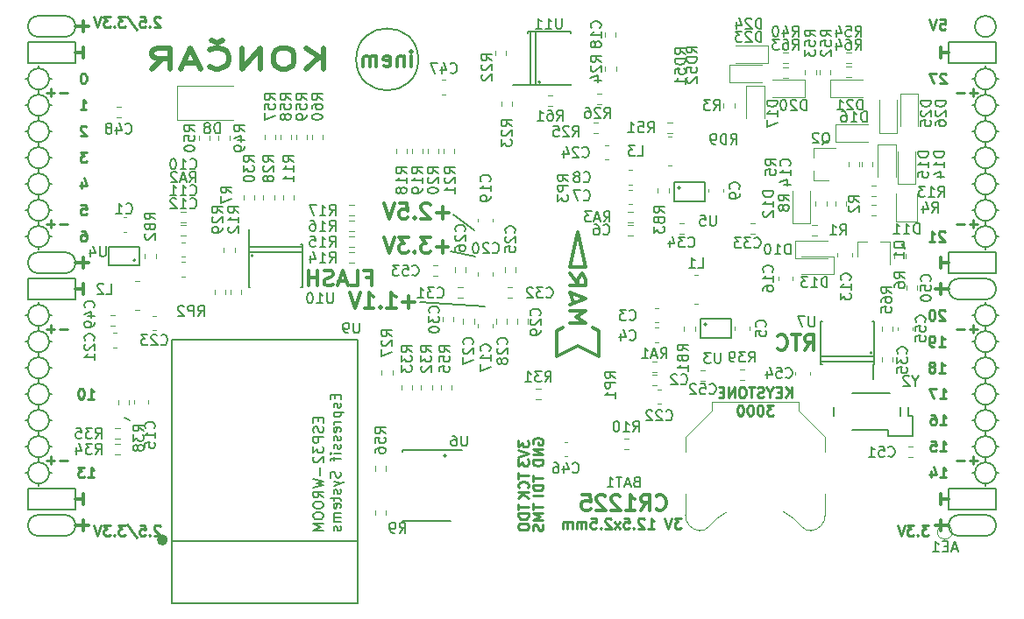
<source format=gbo>
G04 #@! TF.GenerationSoftware,KiCad,Pcbnew,5.0.0-rc2+dfsg1-2*
G04 #@! TF.CreationDate,2018-06-07T19:40:26+02:00*
G04 #@! TF.ProjectId,ulx3s,756C7833732E6B696361645F70636200,rev?*
G04 #@! TF.SameCoordinates,Original*
G04 #@! TF.FileFunction,Legend,Bot*
G04 #@! TF.FilePolarity,Positive*
%FSLAX46Y46*%
G04 Gerber Fmt 4.6, Leading zero omitted, Abs format (unit mm)*
G04 Created by KiCad (PCBNEW 5.0.0-rc2+dfsg1-2) date Thu Jun  7 19:40:26 2018*
%MOMM*%
%LPD*%
G01*
G04 APERTURE LIST*
%ADD10C,0.500000*%
%ADD11C,0.250000*%
%ADD12C,0.200000*%
%ADD13C,0.300000*%
%ADD14C,0.150000*%
%ADD15C,0.120000*%
G04 APERTURE END LIST*
D10*
X122903285Y-66787761D02*
X122903285Y-64787761D01*
X121189000Y-66787761D02*
X122474714Y-65644904D01*
X121189000Y-64787761D02*
X122903285Y-65930619D01*
X119331857Y-64787761D02*
X118760428Y-64787761D01*
X118474714Y-64883000D01*
X118189000Y-65073476D01*
X118046142Y-65454428D01*
X118046142Y-66121095D01*
X118189000Y-66502047D01*
X118474714Y-66692523D01*
X118760428Y-66787761D01*
X119331857Y-66787761D01*
X119617571Y-66692523D01*
X119903285Y-66502047D01*
X120046142Y-66121095D01*
X120046142Y-65454428D01*
X119903285Y-65073476D01*
X119617571Y-64883000D01*
X119331857Y-64787761D01*
X116760428Y-66787761D02*
X116760428Y-64787761D01*
X115046142Y-66787761D01*
X115046142Y-64787761D01*
X111903285Y-66597285D02*
X112046142Y-66692523D01*
X112474714Y-66787761D01*
X112760428Y-66787761D01*
X113189000Y-66692523D01*
X113474714Y-66502047D01*
X113617571Y-66311571D01*
X113760428Y-65930619D01*
X113760428Y-65644904D01*
X113617571Y-65263952D01*
X113474714Y-65073476D01*
X113189000Y-64883000D01*
X112760428Y-64787761D01*
X112474714Y-64787761D01*
X112046142Y-64883000D01*
X111903285Y-64978238D01*
X113189000Y-64025857D02*
X112617571Y-64311571D01*
X112046142Y-64025857D01*
X110760428Y-66216333D02*
X109331857Y-66216333D01*
X111046142Y-66787761D02*
X110046142Y-64787761D01*
X109046142Y-66787761D01*
X106331857Y-66787761D02*
X107331857Y-65835380D01*
X108046142Y-66787761D02*
X108046142Y-64787761D01*
X106903285Y-64787761D01*
X106617571Y-64883000D01*
X106474714Y-64978238D01*
X106331857Y-65168714D01*
X106331857Y-65454428D01*
X106474714Y-65644904D01*
X106617571Y-65740142D01*
X106903285Y-65835380D01*
X108046142Y-65835380D01*
D11*
X182887904Y-82575619D02*
X182840285Y-82528000D01*
X182745047Y-82480380D01*
X182506952Y-82480380D01*
X182411714Y-82528000D01*
X182364095Y-82575619D01*
X182316476Y-82670857D01*
X182316476Y-82766095D01*
X182364095Y-82908952D01*
X182935523Y-83480380D01*
X182316476Y-83480380D01*
X181364095Y-83480380D02*
X181935523Y-83480380D01*
X181649809Y-83480380D02*
X181649809Y-82480380D01*
X181745047Y-82623238D01*
X181840285Y-82718476D01*
X181935523Y-82766095D01*
X182887904Y-90195619D02*
X182840285Y-90148000D01*
X182745047Y-90100380D01*
X182506952Y-90100380D01*
X182411714Y-90148000D01*
X182364095Y-90195619D01*
X182316476Y-90290857D01*
X182316476Y-90386095D01*
X182364095Y-90528952D01*
X182935523Y-91100380D01*
X182316476Y-91100380D01*
X181697428Y-90100380D02*
X181602190Y-90100380D01*
X181506952Y-90148000D01*
X181459333Y-90195619D01*
X181411714Y-90290857D01*
X181364095Y-90481333D01*
X181364095Y-90719428D01*
X181411714Y-90909904D01*
X181459333Y-91005142D01*
X181506952Y-91052761D01*
X181602190Y-91100380D01*
X181697428Y-91100380D01*
X181792666Y-91052761D01*
X181840285Y-91005142D01*
X181887904Y-90909904D01*
X181935523Y-90719428D01*
X181935523Y-90481333D01*
X181887904Y-90290857D01*
X181840285Y-90195619D01*
X181792666Y-90148000D01*
X181697428Y-90100380D01*
X182316476Y-93640380D02*
X182887904Y-93640380D01*
X182602190Y-93640380D02*
X182602190Y-92640380D01*
X182697428Y-92783238D01*
X182792666Y-92878476D01*
X182887904Y-92926095D01*
X181840285Y-93640380D02*
X181649809Y-93640380D01*
X181554571Y-93592761D01*
X181506952Y-93545142D01*
X181411714Y-93402285D01*
X181364095Y-93211809D01*
X181364095Y-92830857D01*
X181411714Y-92735619D01*
X181459333Y-92688000D01*
X181554571Y-92640380D01*
X181745047Y-92640380D01*
X181840285Y-92688000D01*
X181887904Y-92735619D01*
X181935523Y-92830857D01*
X181935523Y-93068952D01*
X181887904Y-93164190D01*
X181840285Y-93211809D01*
X181745047Y-93259428D01*
X181554571Y-93259428D01*
X181459333Y-93211809D01*
X181411714Y-93164190D01*
X181364095Y-93068952D01*
X182316476Y-96180380D02*
X182887904Y-96180380D01*
X182602190Y-96180380D02*
X182602190Y-95180380D01*
X182697428Y-95323238D01*
X182792666Y-95418476D01*
X182887904Y-95466095D01*
X181745047Y-95608952D02*
X181840285Y-95561333D01*
X181887904Y-95513714D01*
X181935523Y-95418476D01*
X181935523Y-95370857D01*
X181887904Y-95275619D01*
X181840285Y-95228000D01*
X181745047Y-95180380D01*
X181554571Y-95180380D01*
X181459333Y-95228000D01*
X181411714Y-95275619D01*
X181364095Y-95370857D01*
X181364095Y-95418476D01*
X181411714Y-95513714D01*
X181459333Y-95561333D01*
X181554571Y-95608952D01*
X181745047Y-95608952D01*
X181840285Y-95656571D01*
X181887904Y-95704190D01*
X181935523Y-95799428D01*
X181935523Y-95989904D01*
X181887904Y-96085142D01*
X181840285Y-96132761D01*
X181745047Y-96180380D01*
X181554571Y-96180380D01*
X181459333Y-96132761D01*
X181411714Y-96085142D01*
X181364095Y-95989904D01*
X181364095Y-95799428D01*
X181411714Y-95704190D01*
X181459333Y-95656571D01*
X181554571Y-95608952D01*
D12*
X104148000Y-100808000D02*
X103640000Y-100554000D01*
D13*
X127003714Y-86984857D02*
X127503714Y-86984857D01*
X127503714Y-87770571D02*
X127503714Y-86270571D01*
X126789428Y-86270571D01*
X125503714Y-87770571D02*
X126218000Y-87770571D01*
X126218000Y-86270571D01*
X125075142Y-87342000D02*
X124360857Y-87342000D01*
X125218000Y-87770571D02*
X124718000Y-86270571D01*
X124218000Y-87770571D01*
X123789428Y-87699142D02*
X123575142Y-87770571D01*
X123218000Y-87770571D01*
X123075142Y-87699142D01*
X123003714Y-87627714D01*
X122932285Y-87484857D01*
X122932285Y-87342000D01*
X123003714Y-87199142D01*
X123075142Y-87127714D01*
X123218000Y-87056285D01*
X123503714Y-86984857D01*
X123646571Y-86913428D01*
X123718000Y-86842000D01*
X123789428Y-86699142D01*
X123789428Y-86556285D01*
X123718000Y-86413428D01*
X123646571Y-86342000D01*
X123503714Y-86270571D01*
X123146571Y-86270571D01*
X122932285Y-86342000D01*
X122289428Y-87770571D02*
X122289428Y-86270571D01*
X122289428Y-86984857D02*
X121432285Y-86984857D01*
X121432285Y-87770571D02*
X121432285Y-86270571D01*
D11*
X157418095Y-110252380D02*
X156799047Y-110252380D01*
X157132380Y-110633333D01*
X156989523Y-110633333D01*
X156894285Y-110680952D01*
X156846666Y-110728571D01*
X156799047Y-110823809D01*
X156799047Y-111061904D01*
X156846666Y-111157142D01*
X156894285Y-111204761D01*
X156989523Y-111252380D01*
X157275238Y-111252380D01*
X157370476Y-111204761D01*
X157418095Y-111157142D01*
X156513333Y-110252380D02*
X156180000Y-111252380D01*
X155846666Y-110252380D01*
X154227619Y-111252380D02*
X154799047Y-111252380D01*
X154513333Y-111252380D02*
X154513333Y-110252380D01*
X154608571Y-110395238D01*
X154703809Y-110490476D01*
X154799047Y-110538095D01*
X153846666Y-110347619D02*
X153799047Y-110300000D01*
X153703809Y-110252380D01*
X153465714Y-110252380D01*
X153370476Y-110300000D01*
X153322857Y-110347619D01*
X153275238Y-110442857D01*
X153275238Y-110538095D01*
X153322857Y-110680952D01*
X153894285Y-111252380D01*
X153275238Y-111252380D01*
X152846666Y-111157142D02*
X152799047Y-111204761D01*
X152846666Y-111252380D01*
X152894285Y-111204761D01*
X152846666Y-111157142D01*
X152846666Y-111252380D01*
X151894285Y-110252380D02*
X152370476Y-110252380D01*
X152418095Y-110728571D01*
X152370476Y-110680952D01*
X152275238Y-110633333D01*
X152037142Y-110633333D01*
X151941904Y-110680952D01*
X151894285Y-110728571D01*
X151846666Y-110823809D01*
X151846666Y-111061904D01*
X151894285Y-111157142D01*
X151941904Y-111204761D01*
X152037142Y-111252380D01*
X152275238Y-111252380D01*
X152370476Y-111204761D01*
X152418095Y-111157142D01*
X151513333Y-111252380D02*
X150989523Y-110585714D01*
X151513333Y-110585714D02*
X150989523Y-111252380D01*
X150656190Y-110347619D02*
X150608571Y-110300000D01*
X150513333Y-110252380D01*
X150275238Y-110252380D01*
X150180000Y-110300000D01*
X150132380Y-110347619D01*
X150084761Y-110442857D01*
X150084761Y-110538095D01*
X150132380Y-110680952D01*
X150703809Y-111252380D01*
X150084761Y-111252380D01*
X149656190Y-111157142D02*
X149608571Y-111204761D01*
X149656190Y-111252380D01*
X149703809Y-111204761D01*
X149656190Y-111157142D01*
X149656190Y-111252380D01*
X148703809Y-110252380D02*
X149180000Y-110252380D01*
X149227619Y-110728571D01*
X149180000Y-110680952D01*
X149084761Y-110633333D01*
X148846666Y-110633333D01*
X148751428Y-110680952D01*
X148703809Y-110728571D01*
X148656190Y-110823809D01*
X148656190Y-111061904D01*
X148703809Y-111157142D01*
X148751428Y-111204761D01*
X148846666Y-111252380D01*
X149084761Y-111252380D01*
X149180000Y-111204761D01*
X149227619Y-111157142D01*
X148227619Y-111252380D02*
X148227619Y-110585714D01*
X148227619Y-110680952D02*
X148180000Y-110633333D01*
X148084761Y-110585714D01*
X147941904Y-110585714D01*
X147846666Y-110633333D01*
X147799047Y-110728571D01*
X147799047Y-111252380D01*
X147799047Y-110728571D02*
X147751428Y-110633333D01*
X147656190Y-110585714D01*
X147513333Y-110585714D01*
X147418095Y-110633333D01*
X147370476Y-110728571D01*
X147370476Y-111252380D01*
X146894285Y-111252380D02*
X146894285Y-110585714D01*
X146894285Y-110680952D02*
X146846666Y-110633333D01*
X146751428Y-110585714D01*
X146608571Y-110585714D01*
X146513333Y-110633333D01*
X146465714Y-110728571D01*
X146465714Y-111252380D01*
X146465714Y-110728571D02*
X146418095Y-110633333D01*
X146322857Y-110585714D01*
X146180000Y-110585714D01*
X146084761Y-110633333D01*
X146037142Y-110728571D01*
X146037142Y-111252380D01*
D12*
X134755000Y-104237000D02*
G75*
G03X134755000Y-104237000I-127000J0D01*
G01*
X135390000Y-80869000D02*
X137422000Y-82393000D01*
X135136000Y-84425000D02*
X137549000Y-84933000D01*
X132215000Y-89378000D02*
X138438000Y-89759000D01*
D11*
X168085000Y-98577380D02*
X168085000Y-97577380D01*
X167513571Y-98577380D02*
X167942142Y-98005952D01*
X167513571Y-97577380D02*
X168085000Y-98148809D01*
X167085000Y-98053571D02*
X166751666Y-98053571D01*
X166608809Y-98577380D02*
X167085000Y-98577380D01*
X167085000Y-97577380D01*
X166608809Y-97577380D01*
X165989761Y-98101190D02*
X165989761Y-98577380D01*
X166323095Y-97577380D02*
X165989761Y-98101190D01*
X165656428Y-97577380D01*
X165370714Y-98529761D02*
X165227857Y-98577380D01*
X164989761Y-98577380D01*
X164894523Y-98529761D01*
X164846904Y-98482142D01*
X164799285Y-98386904D01*
X164799285Y-98291666D01*
X164846904Y-98196428D01*
X164894523Y-98148809D01*
X164989761Y-98101190D01*
X165180238Y-98053571D01*
X165275476Y-98005952D01*
X165323095Y-97958333D01*
X165370714Y-97863095D01*
X165370714Y-97767857D01*
X165323095Y-97672619D01*
X165275476Y-97625000D01*
X165180238Y-97577380D01*
X164942142Y-97577380D01*
X164799285Y-97625000D01*
X164513571Y-97577380D02*
X163942142Y-97577380D01*
X164227857Y-98577380D02*
X164227857Y-97577380D01*
X163418333Y-97577380D02*
X163227857Y-97577380D01*
X163132619Y-97625000D01*
X163037380Y-97720238D01*
X162989761Y-97910714D01*
X162989761Y-98244047D01*
X163037380Y-98434523D01*
X163132619Y-98529761D01*
X163227857Y-98577380D01*
X163418333Y-98577380D01*
X163513571Y-98529761D01*
X163608809Y-98434523D01*
X163656428Y-98244047D01*
X163656428Y-97910714D01*
X163608809Y-97720238D01*
X163513571Y-97625000D01*
X163418333Y-97577380D01*
X162561190Y-98577380D02*
X162561190Y-97577380D01*
X161989761Y-98577380D01*
X161989761Y-97577380D01*
X161513571Y-98053571D02*
X161180238Y-98053571D01*
X161037380Y-98577380D02*
X161513571Y-98577380D01*
X161513571Y-97577380D01*
X161037380Y-97577380D01*
X166346904Y-99327380D02*
X165727857Y-99327380D01*
X166061190Y-99708333D01*
X165918333Y-99708333D01*
X165823095Y-99755952D01*
X165775476Y-99803571D01*
X165727857Y-99898809D01*
X165727857Y-100136904D01*
X165775476Y-100232142D01*
X165823095Y-100279761D01*
X165918333Y-100327380D01*
X166204047Y-100327380D01*
X166299285Y-100279761D01*
X166346904Y-100232142D01*
X165108809Y-99327380D02*
X165013571Y-99327380D01*
X164918333Y-99375000D01*
X164870714Y-99422619D01*
X164823095Y-99517857D01*
X164775476Y-99708333D01*
X164775476Y-99946428D01*
X164823095Y-100136904D01*
X164870714Y-100232142D01*
X164918333Y-100279761D01*
X165013571Y-100327380D01*
X165108809Y-100327380D01*
X165204047Y-100279761D01*
X165251666Y-100232142D01*
X165299285Y-100136904D01*
X165346904Y-99946428D01*
X165346904Y-99708333D01*
X165299285Y-99517857D01*
X165251666Y-99422619D01*
X165204047Y-99375000D01*
X165108809Y-99327380D01*
X164156428Y-99327380D02*
X164061190Y-99327380D01*
X163965952Y-99375000D01*
X163918333Y-99422619D01*
X163870714Y-99517857D01*
X163823095Y-99708333D01*
X163823095Y-99946428D01*
X163870714Y-100136904D01*
X163918333Y-100232142D01*
X163965952Y-100279761D01*
X164061190Y-100327380D01*
X164156428Y-100327380D01*
X164251666Y-100279761D01*
X164299285Y-100232142D01*
X164346904Y-100136904D01*
X164394523Y-99946428D01*
X164394523Y-99708333D01*
X164346904Y-99517857D01*
X164299285Y-99422619D01*
X164251666Y-99375000D01*
X164156428Y-99327380D01*
X163204047Y-99327380D02*
X163108809Y-99327380D01*
X163013571Y-99375000D01*
X162965952Y-99422619D01*
X162918333Y-99517857D01*
X162870714Y-99708333D01*
X162870714Y-99946428D01*
X162918333Y-100136904D01*
X162965952Y-100232142D01*
X163013571Y-100279761D01*
X163108809Y-100327380D01*
X163204047Y-100327380D01*
X163299285Y-100279761D01*
X163346904Y-100232142D01*
X163394523Y-100136904D01*
X163442142Y-99946428D01*
X163442142Y-99708333D01*
X163394523Y-99517857D01*
X163346904Y-99422619D01*
X163299285Y-99375000D01*
X163204047Y-99327380D01*
D13*
X182492000Y-87582000D02*
X182492000Y-88598000D01*
X183254000Y-88090000D02*
X181984000Y-88090000D01*
X182492000Y-110442000D02*
X182492000Y-111458000D01*
X183254000Y-110950000D02*
X181984000Y-110950000D01*
X99688000Y-62182000D02*
X99688000Y-63198000D01*
X98926000Y-62690000D02*
X100196000Y-62690000D01*
X99688000Y-110442000D02*
X99688000Y-111458000D01*
X98926000Y-110950000D02*
X100196000Y-110950000D01*
X99688000Y-85042000D02*
X99688000Y-86058000D01*
X98926000Y-85550000D02*
X100196000Y-85550000D01*
D12*
X187826000Y-62690000D02*
G75*
G03X187826000Y-62690000I-1016000J0D01*
G01*
X184270000Y-87074000D02*
X186810000Y-87074000D01*
X184270000Y-89106000D02*
X186810000Y-89106000D01*
X184270000Y-87074000D02*
G75*
G03X184270000Y-89106000I0J-1016000D01*
G01*
X186810000Y-89106000D02*
G75*
G03X186810000Y-87074000I0J1016000D01*
G01*
X184270000Y-111966000D02*
X186810000Y-111966000D01*
X184270000Y-109934000D02*
X186810000Y-109934000D01*
X184270000Y-109934000D02*
G75*
G03X184270000Y-111966000I0J-1016000D01*
G01*
X186810000Y-111966000D02*
G75*
G03X186810000Y-109934000I0J1016000D01*
G01*
X97910000Y-63706000D02*
G75*
G03X97910000Y-61674000I0J1016000D01*
G01*
X95370000Y-61674000D02*
X97910000Y-61674000D01*
X95370000Y-63706000D02*
X97910000Y-63706000D01*
X95370000Y-61674000D02*
G75*
G03X95370000Y-63706000I0J-1016000D01*
G01*
X95370000Y-86566000D02*
X97910000Y-86566000D01*
X95370000Y-84534000D02*
X97910000Y-84534000D01*
X95370000Y-84534000D02*
G75*
G03X95370000Y-86566000I0J-1016000D01*
G01*
X97910000Y-86566000D02*
G75*
G03X97910000Y-84534000I0J1016000D01*
G01*
X95370000Y-111966000D02*
X97910000Y-111966000D01*
X95370000Y-109934000D02*
X97910000Y-109934000D01*
X95370000Y-109934000D02*
G75*
G03X95370000Y-111966000I0J-1016000D01*
G01*
X97910000Y-111966000D02*
G75*
G03X97910000Y-109934000I0J1016000D01*
G01*
X98926000Y-107394000D02*
X94354000Y-107394000D01*
X98926000Y-109426000D02*
X98926000Y-107394000D01*
X94354000Y-109426000D02*
X98926000Y-109426000D01*
X94354000Y-107394000D02*
X94354000Y-109426000D01*
X187826000Y-107394000D02*
X183254000Y-107394000D01*
X187826000Y-109426000D02*
X187826000Y-107394000D01*
X183254000Y-109426000D02*
X187826000Y-109426000D01*
X183254000Y-107394000D02*
X183254000Y-109426000D01*
X187826000Y-84534000D02*
X183254000Y-84534000D01*
X187826000Y-86566000D02*
X187826000Y-84534000D01*
X183254000Y-86566000D02*
X187826000Y-86566000D01*
X183254000Y-84534000D02*
X183254000Y-86566000D01*
X187826000Y-64214000D02*
X183254000Y-64214000D01*
X187826000Y-66246000D02*
X187826000Y-64214000D01*
X183254000Y-66246000D02*
X187826000Y-66246000D01*
X183254000Y-64214000D02*
X183254000Y-66246000D01*
X98926000Y-64214000D02*
X94354000Y-64214000D01*
X98926000Y-66246000D02*
X98926000Y-64214000D01*
X94354000Y-66246000D02*
X98926000Y-66246000D01*
X94354000Y-64214000D02*
X94354000Y-66246000D01*
X98926000Y-87074000D02*
X94354000Y-87074000D01*
X98926000Y-89106000D02*
X98926000Y-87074000D01*
X94354000Y-89106000D02*
X98926000Y-89106000D01*
X94354000Y-87074000D02*
X94354000Y-89106000D01*
D11*
X186032000Y-91971428D02*
X185270095Y-91971428D01*
X185651047Y-92352380D02*
X185651047Y-91590476D01*
X184793904Y-91971428D02*
X184032000Y-91971428D01*
X186032000Y-69111428D02*
X185270095Y-69111428D01*
X185651047Y-69492380D02*
X185651047Y-68730476D01*
X184793904Y-69111428D02*
X184032000Y-69111428D01*
X186032000Y-81811428D02*
X185270095Y-81811428D01*
X185651047Y-82192380D02*
X185651047Y-81430476D01*
X184793904Y-81811428D02*
X184032000Y-81811428D01*
X186032000Y-104671428D02*
X185270095Y-104671428D01*
X185651047Y-105052380D02*
X185651047Y-104290476D01*
X184793904Y-104671428D02*
X184032000Y-104671428D01*
X98148000Y-104671428D02*
X97386095Y-104671428D01*
X96909904Y-104671428D02*
X96148000Y-104671428D01*
X96528952Y-105052380D02*
X96528952Y-104290476D01*
X98148000Y-91971428D02*
X97386095Y-91971428D01*
X96909904Y-91971428D02*
X96148000Y-91971428D01*
X96528952Y-92352380D02*
X96528952Y-91590476D01*
X98148000Y-81811428D02*
X97386095Y-81811428D01*
X96909904Y-81811428D02*
X96148000Y-81811428D01*
X96528952Y-82192380D02*
X96528952Y-81430476D01*
X98148000Y-69111428D02*
X97386095Y-69111428D01*
X96909904Y-69111428D02*
X96148000Y-69111428D01*
X96528952Y-69492380D02*
X96528952Y-68730476D01*
D13*
X182492000Y-107902000D02*
X182492000Y-108918000D01*
X183254000Y-108410000D02*
X182492000Y-108410000D01*
D12*
X95370000Y-96726000D02*
X95370000Y-97234000D01*
X96386000Y-95710000D02*
X96640000Y-95710000D01*
X94354000Y-95710000D02*
X94100000Y-95710000D01*
X187826000Y-98250000D02*
X188080000Y-98250000D01*
X187826000Y-83010000D02*
X188080000Y-83010000D01*
X95370000Y-107140000D02*
X95370000Y-106886000D01*
X96386000Y-105870000D02*
X96640000Y-105870000D01*
X94354000Y-105870000D02*
X94100000Y-105870000D01*
X94354000Y-103330000D02*
X94100000Y-103330000D01*
X95370000Y-104346000D02*
X95370000Y-104854000D01*
X96386000Y-103330000D02*
X96640000Y-103330000D01*
X94354000Y-100790000D02*
X94100000Y-100790000D01*
X95370000Y-102314000D02*
X95370000Y-101806000D01*
X96386000Y-100790000D02*
X96640000Y-100790000D01*
X95370000Y-99266000D02*
X95370000Y-99774000D01*
X94354000Y-98250000D02*
X94100000Y-98250000D01*
X96386000Y-98250000D02*
X96640000Y-98250000D01*
X95370000Y-94186000D02*
X95370000Y-94694000D01*
X96386000Y-93170000D02*
X96640000Y-93170000D01*
X94354000Y-93170000D02*
X94100000Y-93170000D01*
X94354000Y-90630000D02*
X94100000Y-90630000D01*
X95370000Y-91646000D02*
X95370000Y-92154000D01*
X96640000Y-90630000D02*
X96386000Y-90630000D01*
X95370000Y-89360000D02*
X95370000Y-89614000D01*
X94354000Y-83010000D02*
X94100000Y-83010000D01*
X95370000Y-84280000D02*
X95370000Y-84026000D01*
X96386000Y-83010000D02*
X96640000Y-83010000D01*
X95370000Y-81486000D02*
X95370000Y-81994000D01*
X94354000Y-80470000D02*
X94100000Y-80470000D01*
X96640000Y-80470000D02*
X96386000Y-80470000D01*
X95370000Y-78946000D02*
X95370000Y-79454000D01*
X96386000Y-77930000D02*
X96640000Y-77930000D01*
X94354000Y-77930000D02*
X94100000Y-77930000D01*
X95370000Y-76406000D02*
X95370000Y-76914000D01*
X94354000Y-75390000D02*
X94100000Y-75390000D01*
X96386000Y-75390000D02*
X96640000Y-75390000D01*
X95370000Y-73866000D02*
X95370000Y-74374000D01*
X96386000Y-72850000D02*
X96640000Y-72850000D01*
X94100000Y-72850000D02*
X94354000Y-72850000D01*
X94354000Y-70310000D02*
X94100000Y-70310000D01*
X96640000Y-70310000D02*
X96386000Y-70310000D01*
X95370000Y-71326000D02*
X95370000Y-71834000D01*
X95370000Y-68786000D02*
X95370000Y-69294000D01*
X96386000Y-67770000D02*
X96640000Y-67770000D01*
X94354000Y-67770000D02*
X94100000Y-67770000D01*
X95370000Y-66500000D02*
X95370000Y-66754000D01*
X187826000Y-105870000D02*
X188080000Y-105870000D01*
X186810000Y-107140000D02*
X186810000Y-106886000D01*
X185540000Y-105870000D02*
X185794000Y-105870000D01*
X186810000Y-104346000D02*
X186810000Y-104854000D01*
X187826000Y-103330000D02*
X188080000Y-103330000D01*
X185540000Y-103330000D02*
X185794000Y-103330000D01*
X186810000Y-101806000D02*
X186810000Y-102314000D01*
X187826000Y-100790000D02*
X188080000Y-100790000D01*
X185540000Y-100790000D02*
X185794000Y-100790000D01*
X186810000Y-99266000D02*
X186810000Y-99774000D01*
X185540000Y-98250000D02*
X185794000Y-98250000D01*
X186810000Y-97234000D02*
X186810000Y-96726000D01*
X187826000Y-95710000D02*
X188080000Y-95710000D01*
X185540000Y-95710000D02*
X185794000Y-95710000D01*
X186810000Y-94694000D02*
X186810000Y-94186000D01*
X187826000Y-93170000D02*
X188080000Y-93170000D01*
X185540000Y-93170000D02*
X185794000Y-93170000D01*
X186810000Y-92154000D02*
X186810000Y-91646000D01*
X187826000Y-90630000D02*
X188080000Y-90630000D01*
X185540000Y-90630000D02*
X185794000Y-90630000D01*
X186810000Y-89360000D02*
X186810000Y-89614000D01*
X186810000Y-84280000D02*
X186810000Y-84026000D01*
X185540000Y-83010000D02*
X185794000Y-83010000D01*
X186810000Y-81994000D02*
X186810000Y-81486000D01*
X185794000Y-80470000D02*
X185540000Y-80470000D01*
X187826000Y-80470000D02*
X188080000Y-80470000D01*
X186810000Y-78946000D02*
X186810000Y-79454000D01*
X185794000Y-77930000D02*
X185540000Y-77930000D01*
X187826000Y-77930000D02*
X188080000Y-77930000D01*
X186810000Y-76406000D02*
X186810000Y-76914000D01*
X186810000Y-73866000D02*
X186810000Y-74374000D01*
X185794000Y-75390000D02*
X185540000Y-75390000D01*
X187826000Y-75390000D02*
X188080000Y-75390000D01*
X187826000Y-72850000D02*
X188080000Y-72850000D01*
X185540000Y-72850000D02*
X185794000Y-72850000D01*
X186810000Y-71834000D02*
X186810000Y-71326000D01*
X187826000Y-70310000D02*
X188080000Y-70310000D01*
X185540000Y-70310000D02*
X185794000Y-70310000D01*
X187826000Y-67770000D02*
X188080000Y-67770000D01*
X186810000Y-68786000D02*
X186810000Y-69294000D01*
X185540000Y-67770000D02*
X185794000Y-67770000D01*
X186810000Y-66500000D02*
X186810000Y-66754000D01*
X187826000Y-67770000D02*
G75*
G03X187826000Y-67770000I-1016000J0D01*
G01*
X187826000Y-70310000D02*
G75*
G03X187826000Y-70310000I-1016000J0D01*
G01*
X187826000Y-72850000D02*
G75*
G03X187826000Y-72850000I-1016000J0D01*
G01*
X187826000Y-75390000D02*
G75*
G03X187826000Y-75390000I-1016000J0D01*
G01*
X187826000Y-77930000D02*
G75*
G03X187826000Y-77930000I-1016000J0D01*
G01*
X187826000Y-80470000D02*
G75*
G03X187826000Y-80470000I-1016000J0D01*
G01*
X187826000Y-83010000D02*
G75*
G03X187826000Y-83010000I-1016000J0D01*
G01*
X187826000Y-90630000D02*
G75*
G03X187826000Y-90630000I-1016000J0D01*
G01*
X187826000Y-93170000D02*
G75*
G03X187826000Y-93170000I-1016000J0D01*
G01*
X187826000Y-95710000D02*
G75*
G03X187826000Y-95710000I-1016000J0D01*
G01*
X187826000Y-98250000D02*
G75*
G03X187826000Y-98250000I-1016000J0D01*
G01*
X187826000Y-100790000D02*
G75*
G03X187826000Y-100790000I-1016000J0D01*
G01*
X187826000Y-103330000D02*
G75*
G03X187826000Y-103330000I-1016000J0D01*
G01*
X187826000Y-105870000D02*
G75*
G03X187826000Y-105870000I-1016000J0D01*
G01*
X96386000Y-105870000D02*
G75*
G03X96386000Y-105870000I-1016000J0D01*
G01*
X96386000Y-103330000D02*
G75*
G03X96386000Y-103330000I-1016000J0D01*
G01*
X96386000Y-100790000D02*
G75*
G03X96386000Y-100790000I-1016000J0D01*
G01*
X96386000Y-98250000D02*
G75*
G03X96386000Y-98250000I-1016000J0D01*
G01*
X96386000Y-95710000D02*
G75*
G03X96386000Y-95710000I-1016000J0D01*
G01*
X96386000Y-93170000D02*
G75*
G03X96386000Y-93170000I-1016000J0D01*
G01*
X96386000Y-90630000D02*
G75*
G03X96386000Y-90630000I-1016000J0D01*
G01*
X96386000Y-83010000D02*
G75*
G03X96386000Y-83010000I-1016000J0D01*
G01*
X96386000Y-80470000D02*
G75*
G03X96386000Y-80470000I-1016000J0D01*
G01*
X96386000Y-77930000D02*
G75*
G03X96386000Y-77930000I-1016000J0D01*
G01*
X96386000Y-75390000D02*
G75*
G03X96386000Y-75390000I-1016000J0D01*
G01*
X96386000Y-72850000D02*
G75*
G03X96386000Y-72850000I-1016000J0D01*
G01*
X96386000Y-70310000D02*
G75*
G03X96386000Y-70310000I-1016000J0D01*
G01*
X96386000Y-67770000D02*
G75*
G03X96386000Y-67770000I-1016000J0D01*
G01*
D11*
X182428476Y-62015380D02*
X182904666Y-62015380D01*
X182952285Y-62491571D01*
X182904666Y-62443952D01*
X182809428Y-62396333D01*
X182571333Y-62396333D01*
X182476095Y-62443952D01*
X182428476Y-62491571D01*
X182380857Y-62586809D01*
X182380857Y-62824904D01*
X182428476Y-62920142D01*
X182476095Y-62967761D01*
X182571333Y-63015380D01*
X182809428Y-63015380D01*
X182904666Y-62967761D01*
X182952285Y-62920142D01*
X182095142Y-62015380D02*
X181761809Y-63015380D01*
X181428476Y-62015380D01*
D13*
X182492000Y-64722000D02*
X182492000Y-65738000D01*
X183254000Y-65230000D02*
X182492000Y-65230000D01*
D11*
X182999904Y-67317619D02*
X182952285Y-67270000D01*
X182857047Y-67222380D01*
X182618952Y-67222380D01*
X182523714Y-67270000D01*
X182476095Y-67317619D01*
X182428476Y-67412857D01*
X182428476Y-67508095D01*
X182476095Y-67650952D01*
X183047523Y-68222380D01*
X182428476Y-68222380D01*
X182095142Y-67222380D02*
X181428476Y-67222380D01*
X181857047Y-68222380D01*
D13*
X182492000Y-85042000D02*
X182492000Y-86058000D01*
X183254000Y-85550000D02*
X182492000Y-85550000D01*
D11*
X182428476Y-98702380D02*
X182999904Y-98702380D01*
X182714190Y-98702380D02*
X182714190Y-97702380D01*
X182809428Y-97845238D01*
X182904666Y-97940476D01*
X182999904Y-97988095D01*
X182095142Y-97702380D02*
X181428476Y-97702380D01*
X181857047Y-98702380D01*
X182428476Y-101242380D02*
X182999904Y-101242380D01*
X182714190Y-101242380D02*
X182714190Y-100242380D01*
X182809428Y-100385238D01*
X182904666Y-100480476D01*
X182999904Y-100528095D01*
X181571333Y-100242380D02*
X181761809Y-100242380D01*
X181857047Y-100290000D01*
X181904666Y-100337619D01*
X181999904Y-100480476D01*
X182047523Y-100670952D01*
X182047523Y-101051904D01*
X181999904Y-101147142D01*
X181952285Y-101194761D01*
X181857047Y-101242380D01*
X181666571Y-101242380D01*
X181571333Y-101194761D01*
X181523714Y-101147142D01*
X181476095Y-101051904D01*
X181476095Y-100813809D01*
X181523714Y-100718571D01*
X181571333Y-100670952D01*
X181666571Y-100623333D01*
X181857047Y-100623333D01*
X181952285Y-100670952D01*
X181999904Y-100718571D01*
X182047523Y-100813809D01*
X182428476Y-103782380D02*
X182999904Y-103782380D01*
X182714190Y-103782380D02*
X182714190Y-102782380D01*
X182809428Y-102925238D01*
X182904666Y-103020476D01*
X182999904Y-103068095D01*
X181523714Y-102782380D02*
X181999904Y-102782380D01*
X182047523Y-103258571D01*
X181999904Y-103210952D01*
X181904666Y-103163333D01*
X181666571Y-103163333D01*
X181571333Y-103210952D01*
X181523714Y-103258571D01*
X181476095Y-103353809D01*
X181476095Y-103591904D01*
X181523714Y-103687142D01*
X181571333Y-103734761D01*
X181666571Y-103782380D01*
X181904666Y-103782380D01*
X181999904Y-103734761D01*
X182047523Y-103687142D01*
X182428476Y-106322380D02*
X182999904Y-106322380D01*
X182714190Y-106322380D02*
X182714190Y-105322380D01*
X182809428Y-105465238D01*
X182904666Y-105560476D01*
X182999904Y-105608095D01*
X181571333Y-105655714D02*
X181571333Y-106322380D01*
X181809428Y-105274761D02*
X182047523Y-105989047D01*
X181428476Y-105989047D01*
X181312642Y-110928380D02*
X180693595Y-110928380D01*
X181026928Y-111309333D01*
X180884071Y-111309333D01*
X180788833Y-111356952D01*
X180741214Y-111404571D01*
X180693595Y-111499809D01*
X180693595Y-111737904D01*
X180741214Y-111833142D01*
X180788833Y-111880761D01*
X180884071Y-111928380D01*
X181169785Y-111928380D01*
X181265023Y-111880761D01*
X181312642Y-111833142D01*
X180265023Y-111833142D02*
X180217404Y-111880761D01*
X180265023Y-111928380D01*
X180312642Y-111880761D01*
X180265023Y-111833142D01*
X180265023Y-111928380D01*
X179884071Y-110928380D02*
X179265023Y-110928380D01*
X179598357Y-111309333D01*
X179455500Y-111309333D01*
X179360261Y-111356952D01*
X179312642Y-111404571D01*
X179265023Y-111499809D01*
X179265023Y-111737904D01*
X179312642Y-111833142D01*
X179360261Y-111880761D01*
X179455500Y-111928380D01*
X179741214Y-111928380D01*
X179836452Y-111880761D01*
X179884071Y-111833142D01*
X178979309Y-110928380D02*
X178645976Y-111928380D01*
X178312642Y-110928380D01*
D13*
X99688000Y-108918000D02*
X99688000Y-107902000D01*
X98926000Y-108410000D02*
X99688000Y-108410000D01*
X99688000Y-88598000D02*
X99688000Y-87582000D01*
X98926000Y-88090000D02*
X99688000Y-88090000D01*
X99688000Y-64722000D02*
X99688000Y-65738000D01*
X98926000Y-65230000D02*
X99688000Y-65230000D01*
D11*
X107103690Y-111023619D02*
X107056071Y-110976000D01*
X106960833Y-110928380D01*
X106722738Y-110928380D01*
X106627500Y-110976000D01*
X106579880Y-111023619D01*
X106532261Y-111118857D01*
X106532261Y-111214095D01*
X106579880Y-111356952D01*
X107151309Y-111928380D01*
X106532261Y-111928380D01*
X106103690Y-111833142D02*
X106056071Y-111880761D01*
X106103690Y-111928380D01*
X106151309Y-111880761D01*
X106103690Y-111833142D01*
X106103690Y-111928380D01*
X105151309Y-110928380D02*
X105627500Y-110928380D01*
X105675119Y-111404571D01*
X105627500Y-111356952D01*
X105532261Y-111309333D01*
X105294166Y-111309333D01*
X105198928Y-111356952D01*
X105151309Y-111404571D01*
X105103690Y-111499809D01*
X105103690Y-111737904D01*
X105151309Y-111833142D01*
X105198928Y-111880761D01*
X105294166Y-111928380D01*
X105532261Y-111928380D01*
X105627500Y-111880761D01*
X105675119Y-111833142D01*
X103960833Y-110880761D02*
X104817976Y-112166476D01*
X103722738Y-110928380D02*
X103103690Y-110928380D01*
X103437023Y-111309333D01*
X103294166Y-111309333D01*
X103198928Y-111356952D01*
X103151309Y-111404571D01*
X103103690Y-111499809D01*
X103103690Y-111737904D01*
X103151309Y-111833142D01*
X103198928Y-111880761D01*
X103294166Y-111928380D01*
X103579880Y-111928380D01*
X103675119Y-111880761D01*
X103722738Y-111833142D01*
X102675119Y-111833142D02*
X102627500Y-111880761D01*
X102675119Y-111928380D01*
X102722738Y-111880761D01*
X102675119Y-111833142D01*
X102675119Y-111928380D01*
X102294166Y-110928380D02*
X101675119Y-110928380D01*
X102008452Y-111309333D01*
X101865595Y-111309333D01*
X101770357Y-111356952D01*
X101722738Y-111404571D01*
X101675119Y-111499809D01*
X101675119Y-111737904D01*
X101722738Y-111833142D01*
X101770357Y-111880761D01*
X101865595Y-111928380D01*
X102151309Y-111928380D01*
X102246547Y-111880761D01*
X102294166Y-111833142D01*
X101389404Y-110928380D02*
X101056071Y-111928380D01*
X100722738Y-110928380D01*
X100132476Y-106322380D02*
X100703904Y-106322380D01*
X100418190Y-106322380D02*
X100418190Y-105322380D01*
X100513428Y-105465238D01*
X100608666Y-105560476D01*
X100703904Y-105608095D01*
X99799142Y-105322380D02*
X99180095Y-105322380D01*
X99513428Y-105703333D01*
X99370571Y-105703333D01*
X99275333Y-105750952D01*
X99227714Y-105798571D01*
X99180095Y-105893809D01*
X99180095Y-106131904D01*
X99227714Y-106227142D01*
X99275333Y-106274761D01*
X99370571Y-106322380D01*
X99656285Y-106322380D01*
X99751523Y-106274761D01*
X99799142Y-106227142D01*
X100147476Y-98720380D02*
X100718904Y-98720380D01*
X100433190Y-98720380D02*
X100433190Y-97720380D01*
X100528428Y-97863238D01*
X100623666Y-97958476D01*
X100718904Y-98006095D01*
X99528428Y-97720380D02*
X99433190Y-97720380D01*
X99337952Y-97768000D01*
X99290333Y-97815619D01*
X99242714Y-97910857D01*
X99195095Y-98101333D01*
X99195095Y-98339428D01*
X99242714Y-98529904D01*
X99290333Y-98625142D01*
X99337952Y-98672761D01*
X99433190Y-98720380D01*
X99528428Y-98720380D01*
X99623666Y-98672761D01*
X99671285Y-98625142D01*
X99718904Y-98529904D01*
X99766523Y-98339428D01*
X99766523Y-98101333D01*
X99718904Y-97910857D01*
X99671285Y-97815619D01*
X99623666Y-97768000D01*
X99528428Y-97720380D01*
X99512523Y-82462380D02*
X99703000Y-82462380D01*
X99798238Y-82510000D01*
X99845857Y-82557619D01*
X99941095Y-82700476D01*
X99988714Y-82890952D01*
X99988714Y-83271904D01*
X99941095Y-83367142D01*
X99893476Y-83414761D01*
X99798238Y-83462380D01*
X99607761Y-83462380D01*
X99512523Y-83414761D01*
X99464904Y-83367142D01*
X99417285Y-83271904D01*
X99417285Y-83033809D01*
X99464904Y-82938571D01*
X99512523Y-82890952D01*
X99607761Y-82843333D01*
X99798238Y-82843333D01*
X99893476Y-82890952D01*
X99941095Y-82938571D01*
X99988714Y-83033809D01*
X99464904Y-79922380D02*
X99941095Y-79922380D01*
X99988714Y-80398571D01*
X99941095Y-80350952D01*
X99845857Y-80303333D01*
X99607761Y-80303333D01*
X99512523Y-80350952D01*
X99464904Y-80398571D01*
X99417285Y-80493809D01*
X99417285Y-80731904D01*
X99464904Y-80827142D01*
X99512523Y-80874761D01*
X99607761Y-80922380D01*
X99845857Y-80922380D01*
X99941095Y-80874761D01*
X99988714Y-80827142D01*
X99512523Y-77715714D02*
X99512523Y-78382380D01*
X99750619Y-77334761D02*
X99988714Y-78049047D01*
X99369666Y-78049047D01*
X100021333Y-74842380D02*
X99402285Y-74842380D01*
X99735619Y-75223333D01*
X99592761Y-75223333D01*
X99497523Y-75270952D01*
X99449904Y-75318571D01*
X99402285Y-75413809D01*
X99402285Y-75651904D01*
X99449904Y-75747142D01*
X99497523Y-75794761D01*
X99592761Y-75842380D01*
X99878476Y-75842380D01*
X99973714Y-75794761D01*
X100021333Y-75747142D01*
X99973714Y-72397619D02*
X99926095Y-72350000D01*
X99830857Y-72302380D01*
X99592761Y-72302380D01*
X99497523Y-72350000D01*
X99449904Y-72397619D01*
X99402285Y-72492857D01*
X99402285Y-72588095D01*
X99449904Y-72730952D01*
X100021333Y-73302380D01*
X99402285Y-73302380D01*
X99402285Y-70762380D02*
X99973714Y-70762380D01*
X99688000Y-70762380D02*
X99688000Y-69762380D01*
X99783238Y-69905238D01*
X99878476Y-70000476D01*
X99973714Y-70048095D01*
X99750619Y-67222380D02*
X99655380Y-67222380D01*
X99560142Y-67270000D01*
X99512523Y-67317619D01*
X99464904Y-67412857D01*
X99417285Y-67603333D01*
X99417285Y-67841428D01*
X99464904Y-68031904D01*
X99512523Y-68127142D01*
X99560142Y-68174761D01*
X99655380Y-68222380D01*
X99750619Y-68222380D01*
X99845857Y-68174761D01*
X99893476Y-68127142D01*
X99941095Y-68031904D01*
X99988714Y-67841428D01*
X99988714Y-67603333D01*
X99941095Y-67412857D01*
X99893476Y-67317619D01*
X99845857Y-67270000D01*
X99750619Y-67222380D01*
X107103690Y-61874619D02*
X107056071Y-61827000D01*
X106960833Y-61779380D01*
X106722738Y-61779380D01*
X106627500Y-61827000D01*
X106579880Y-61874619D01*
X106532261Y-61969857D01*
X106532261Y-62065095D01*
X106579880Y-62207952D01*
X107151309Y-62779380D01*
X106532261Y-62779380D01*
X106103690Y-62684142D02*
X106056071Y-62731761D01*
X106103690Y-62779380D01*
X106151309Y-62731761D01*
X106103690Y-62684142D01*
X106103690Y-62779380D01*
X105151309Y-61779380D02*
X105627500Y-61779380D01*
X105675119Y-62255571D01*
X105627500Y-62207952D01*
X105532261Y-62160333D01*
X105294166Y-62160333D01*
X105198928Y-62207952D01*
X105151309Y-62255571D01*
X105103690Y-62350809D01*
X105103690Y-62588904D01*
X105151309Y-62684142D01*
X105198928Y-62731761D01*
X105294166Y-62779380D01*
X105532261Y-62779380D01*
X105627500Y-62731761D01*
X105675119Y-62684142D01*
X103960833Y-61731761D02*
X104817976Y-63017476D01*
X103722738Y-61779380D02*
X103103690Y-61779380D01*
X103437023Y-62160333D01*
X103294166Y-62160333D01*
X103198928Y-62207952D01*
X103151309Y-62255571D01*
X103103690Y-62350809D01*
X103103690Y-62588904D01*
X103151309Y-62684142D01*
X103198928Y-62731761D01*
X103294166Y-62779380D01*
X103579880Y-62779380D01*
X103675119Y-62731761D01*
X103722738Y-62684142D01*
X102675119Y-62684142D02*
X102627500Y-62731761D01*
X102675119Y-62779380D01*
X102722738Y-62731761D01*
X102675119Y-62684142D01*
X102675119Y-62779380D01*
X102294166Y-61779380D02*
X101675119Y-61779380D01*
X102008452Y-62160333D01*
X101865595Y-62160333D01*
X101770357Y-62207952D01*
X101722738Y-62255571D01*
X101675119Y-62350809D01*
X101675119Y-62588904D01*
X101722738Y-62684142D01*
X101770357Y-62731761D01*
X101865595Y-62779380D01*
X102151309Y-62779380D01*
X102246547Y-62731761D01*
X102294166Y-62684142D01*
X101389404Y-61779380D02*
X101056071Y-62779380D01*
X100722738Y-61779380D01*
D13*
X155027857Y-109335714D02*
X155099285Y-109407142D01*
X155313571Y-109478571D01*
X155456428Y-109478571D01*
X155670714Y-109407142D01*
X155813571Y-109264285D01*
X155885000Y-109121428D01*
X155956428Y-108835714D01*
X155956428Y-108621428D01*
X155885000Y-108335714D01*
X155813571Y-108192857D01*
X155670714Y-108050000D01*
X155456428Y-107978571D01*
X155313571Y-107978571D01*
X155099285Y-108050000D01*
X155027857Y-108121428D01*
X153527857Y-109478571D02*
X154027857Y-108764285D01*
X154385000Y-109478571D02*
X154385000Y-107978571D01*
X153813571Y-107978571D01*
X153670714Y-108050000D01*
X153599285Y-108121428D01*
X153527857Y-108264285D01*
X153527857Y-108478571D01*
X153599285Y-108621428D01*
X153670714Y-108692857D01*
X153813571Y-108764285D01*
X154385000Y-108764285D01*
X152099285Y-109478571D02*
X152956428Y-109478571D01*
X152527857Y-109478571D02*
X152527857Y-107978571D01*
X152670714Y-108192857D01*
X152813571Y-108335714D01*
X152956428Y-108407142D01*
X151527857Y-108121428D02*
X151456428Y-108050000D01*
X151313571Y-107978571D01*
X150956428Y-107978571D01*
X150813571Y-108050000D01*
X150742142Y-108121428D01*
X150670714Y-108264285D01*
X150670714Y-108407142D01*
X150742142Y-108621428D01*
X151599285Y-109478571D01*
X150670714Y-109478571D01*
X150099285Y-108121428D02*
X150027857Y-108050000D01*
X149885000Y-107978571D01*
X149527857Y-107978571D01*
X149385000Y-108050000D01*
X149313571Y-108121428D01*
X149242142Y-108264285D01*
X149242142Y-108407142D01*
X149313571Y-108621428D01*
X150170714Y-109478571D01*
X149242142Y-109478571D01*
X147885000Y-107978571D02*
X148599285Y-107978571D01*
X148670714Y-108692857D01*
X148599285Y-108621428D01*
X148456428Y-108550000D01*
X148099285Y-108550000D01*
X147956428Y-108621428D01*
X147885000Y-108692857D01*
X147813571Y-108835714D01*
X147813571Y-109192857D01*
X147885000Y-109335714D01*
X147956428Y-109407142D01*
X148099285Y-109478571D01*
X148456428Y-109478571D01*
X148599285Y-109407142D01*
X148670714Y-109335714D01*
X134961000Y-80722142D02*
X133818142Y-80722142D01*
X134389571Y-81293571D02*
X134389571Y-80150714D01*
X133175285Y-79936428D02*
X133103857Y-79865000D01*
X132961000Y-79793571D01*
X132603857Y-79793571D01*
X132461000Y-79865000D01*
X132389571Y-79936428D01*
X132318142Y-80079285D01*
X132318142Y-80222142D01*
X132389571Y-80436428D01*
X133246714Y-81293571D01*
X132318142Y-81293571D01*
X131675285Y-81150714D02*
X131603857Y-81222142D01*
X131675285Y-81293571D01*
X131746714Y-81222142D01*
X131675285Y-81150714D01*
X131675285Y-81293571D01*
X130246714Y-79793571D02*
X130961000Y-79793571D01*
X131032428Y-80507857D01*
X130961000Y-80436428D01*
X130818142Y-80365000D01*
X130461000Y-80365000D01*
X130318142Y-80436428D01*
X130246714Y-80507857D01*
X130175285Y-80650714D01*
X130175285Y-81007857D01*
X130246714Y-81150714D01*
X130318142Y-81222142D01*
X130461000Y-81293571D01*
X130818142Y-81293571D01*
X130961000Y-81222142D01*
X131032428Y-81150714D01*
X129746714Y-79793571D02*
X129246714Y-81293571D01*
X128746714Y-79793571D01*
X134946000Y-84024142D02*
X133803142Y-84024142D01*
X134374571Y-84595571D02*
X134374571Y-83452714D01*
X133231714Y-83095571D02*
X132303142Y-83095571D01*
X132803142Y-83667000D01*
X132588857Y-83667000D01*
X132446000Y-83738428D01*
X132374571Y-83809857D01*
X132303142Y-83952714D01*
X132303142Y-84309857D01*
X132374571Y-84452714D01*
X132446000Y-84524142D01*
X132588857Y-84595571D01*
X133017428Y-84595571D01*
X133160285Y-84524142D01*
X133231714Y-84452714D01*
X131660285Y-84452714D02*
X131588857Y-84524142D01*
X131660285Y-84595571D01*
X131731714Y-84524142D01*
X131660285Y-84452714D01*
X131660285Y-84595571D01*
X131088857Y-83095571D02*
X130160285Y-83095571D01*
X130660285Y-83667000D01*
X130446000Y-83667000D01*
X130303142Y-83738428D01*
X130231714Y-83809857D01*
X130160285Y-83952714D01*
X130160285Y-84309857D01*
X130231714Y-84452714D01*
X130303142Y-84524142D01*
X130446000Y-84595571D01*
X130874571Y-84595571D01*
X131017428Y-84524142D01*
X131088857Y-84452714D01*
X129731714Y-83095571D02*
X129231714Y-84595571D01*
X128731714Y-83095571D01*
X131659000Y-89358142D02*
X130516142Y-89358142D01*
X131087571Y-89929571D02*
X131087571Y-88786714D01*
X129016142Y-89929571D02*
X129873285Y-89929571D01*
X129444714Y-89929571D02*
X129444714Y-88429571D01*
X129587571Y-88643857D01*
X129730428Y-88786714D01*
X129873285Y-88858142D01*
X128373285Y-89786714D02*
X128301857Y-89858142D01*
X128373285Y-89929571D01*
X128444714Y-89858142D01*
X128373285Y-89786714D01*
X128373285Y-89929571D01*
X126873285Y-89929571D02*
X127730428Y-89929571D01*
X127301857Y-89929571D02*
X127301857Y-88429571D01*
X127444714Y-88643857D01*
X127587571Y-88786714D01*
X127730428Y-88858142D01*
X126444714Y-88429571D02*
X125944714Y-89929571D01*
X125444714Y-88429571D01*
D11*
X141685380Y-105854285D02*
X141685380Y-106425714D01*
X142685380Y-106140000D02*
X141685380Y-106140000D01*
X142590142Y-107330476D02*
X142637761Y-107282857D01*
X142685380Y-107140000D01*
X142685380Y-107044761D01*
X142637761Y-106901904D01*
X142542523Y-106806666D01*
X142447285Y-106759047D01*
X142256809Y-106711428D01*
X142113952Y-106711428D01*
X141923476Y-106759047D01*
X141828238Y-106806666D01*
X141733000Y-106901904D01*
X141685380Y-107044761D01*
X141685380Y-107140000D01*
X141733000Y-107282857D01*
X141780619Y-107330476D01*
X142685380Y-107759047D02*
X141685380Y-107759047D01*
X142685380Y-108330476D02*
X142113952Y-107901904D01*
X141685380Y-108330476D02*
X142256809Y-107759047D01*
X141685380Y-102726904D02*
X141685380Y-103345952D01*
X142066333Y-103012619D01*
X142066333Y-103155476D01*
X142113952Y-103250714D01*
X142161571Y-103298333D01*
X142256809Y-103345952D01*
X142494904Y-103345952D01*
X142590142Y-103298333D01*
X142637761Y-103250714D01*
X142685380Y-103155476D01*
X142685380Y-102869761D01*
X142637761Y-102774523D01*
X142590142Y-102726904D01*
X141685380Y-103631666D02*
X142685380Y-103965000D01*
X141685380Y-104298333D01*
X141685380Y-104536428D02*
X141685380Y-105155476D01*
X142066333Y-104822142D01*
X142066333Y-104965000D01*
X142113952Y-105060238D01*
X142161571Y-105107857D01*
X142256809Y-105155476D01*
X142494904Y-105155476D01*
X142590142Y-105107857D01*
X142637761Y-105060238D01*
X142685380Y-104965000D01*
X142685380Y-104679285D01*
X142637761Y-104584047D01*
X142590142Y-104536428D01*
X141685380Y-108878476D02*
X141685380Y-109449904D01*
X142685380Y-109164190D02*
X141685380Y-109164190D01*
X142685380Y-109783238D02*
X141685380Y-109783238D01*
X141685380Y-110021333D01*
X141733000Y-110164190D01*
X141828238Y-110259428D01*
X141923476Y-110307047D01*
X142113952Y-110354666D01*
X142256809Y-110354666D01*
X142447285Y-110307047D01*
X142542523Y-110259428D01*
X142637761Y-110164190D01*
X142685380Y-110021333D01*
X142685380Y-109783238D01*
X141685380Y-110973714D02*
X141685380Y-111164190D01*
X141733000Y-111259428D01*
X141828238Y-111354666D01*
X142018714Y-111402285D01*
X142352047Y-111402285D01*
X142542523Y-111354666D01*
X142637761Y-111259428D01*
X142685380Y-111164190D01*
X142685380Y-110973714D01*
X142637761Y-110878476D01*
X142542523Y-110783238D01*
X142352047Y-110735619D01*
X142018714Y-110735619D01*
X141828238Y-110783238D01*
X141733000Y-110878476D01*
X141685380Y-110973714D01*
X143130000Y-103076095D02*
X143082380Y-102980857D01*
X143082380Y-102838000D01*
X143130000Y-102695142D01*
X143225238Y-102599904D01*
X143320476Y-102552285D01*
X143510952Y-102504666D01*
X143653809Y-102504666D01*
X143844285Y-102552285D01*
X143939523Y-102599904D01*
X144034761Y-102695142D01*
X144082380Y-102838000D01*
X144082380Y-102933238D01*
X144034761Y-103076095D01*
X143987142Y-103123714D01*
X143653809Y-103123714D01*
X143653809Y-102933238D01*
X144082380Y-103552285D02*
X143082380Y-103552285D01*
X144082380Y-104123714D01*
X143082380Y-104123714D01*
X144082380Y-104599904D02*
X143082380Y-104599904D01*
X143082380Y-104838000D01*
X143130000Y-104980857D01*
X143225238Y-105076095D01*
X143320476Y-105123714D01*
X143510952Y-105171333D01*
X143653809Y-105171333D01*
X143844285Y-105123714D01*
X143939523Y-105076095D01*
X144034761Y-104980857D01*
X144082380Y-104838000D01*
X144082380Y-104599904D01*
X143082380Y-106116190D02*
X143082380Y-106687619D01*
X144082380Y-106401904D02*
X143082380Y-106401904D01*
X144082380Y-107020952D02*
X143082380Y-107020952D01*
X143082380Y-107259047D01*
X143130000Y-107401904D01*
X143225238Y-107497142D01*
X143320476Y-107544761D01*
X143510952Y-107592380D01*
X143653809Y-107592380D01*
X143844285Y-107544761D01*
X143939523Y-107497142D01*
X144034761Y-107401904D01*
X144082380Y-107259047D01*
X144082380Y-107020952D01*
X144082380Y-108020952D02*
X143082380Y-108020952D01*
X143082380Y-108854666D02*
X143082380Y-109426095D01*
X144082380Y-109140380D02*
X143082380Y-109140380D01*
X144082380Y-109759428D02*
X143082380Y-109759428D01*
X143796666Y-110092761D01*
X143082380Y-110426095D01*
X144082380Y-110426095D01*
X144034761Y-110854666D02*
X144082380Y-110997523D01*
X144082380Y-111235619D01*
X144034761Y-111330857D01*
X143987142Y-111378476D01*
X143891904Y-111426095D01*
X143796666Y-111426095D01*
X143701428Y-111378476D01*
X143653809Y-111330857D01*
X143606190Y-111235619D01*
X143558571Y-111045142D01*
X143510952Y-110949904D01*
X143463333Y-110902285D01*
X143368095Y-110854666D01*
X143272857Y-110854666D01*
X143177619Y-110902285D01*
X143130000Y-110949904D01*
X143082380Y-111045142D01*
X143082380Y-111283238D01*
X143130000Y-111426095D01*
D13*
X169394142Y-93993571D02*
X169894142Y-93279285D01*
X170251285Y-93993571D02*
X170251285Y-92493571D01*
X169679857Y-92493571D01*
X169537000Y-92565000D01*
X169465571Y-92636428D01*
X169394142Y-92779285D01*
X169394142Y-92993571D01*
X169465571Y-93136428D01*
X169537000Y-93207857D01*
X169679857Y-93279285D01*
X170251285Y-93279285D01*
X168965571Y-92493571D02*
X168108428Y-92493571D01*
X168537000Y-93993571D02*
X168537000Y-92493571D01*
X166751285Y-93850714D02*
X166822714Y-93922142D01*
X167037000Y-93993571D01*
X167179857Y-93993571D01*
X167394142Y-93922142D01*
X167537000Y-93779285D01*
X167608428Y-93636428D01*
X167679857Y-93350714D01*
X167679857Y-93136428D01*
X167608428Y-92850714D01*
X167537000Y-92707857D01*
X167394142Y-92565000D01*
X167179857Y-92493571D01*
X167037000Y-92493571D01*
X166822714Y-92565000D01*
X166751285Y-92636428D01*
D14*
G04 #@! TO.C,U10*
X116048803Y-84869500D02*
G75*
G03X116048803Y-84869500I-89803J0D01*
G01*
X120785000Y-84044000D02*
X115705000Y-84044000D01*
X115705000Y-84552000D02*
X120785000Y-84552000D01*
X115670000Y-83747000D02*
X115720000Y-83747000D01*
X115670000Y-87897000D02*
X115815000Y-87897000D01*
X120820000Y-87897000D02*
X120675000Y-87897000D01*
X120820000Y-83747000D02*
X120675000Y-83747000D01*
X115670000Y-83747000D02*
X115670000Y-87897000D01*
X120820000Y-83747000D02*
X120820000Y-87897000D01*
X115720000Y-83747000D02*
X115720000Y-82347000D01*
G04 #@! TO.C,REF\002A\002A*
X132040000Y-65883000D02*
G75*
G03X132040000Y-65883000I-3000000J0D01*
G01*
G04 #@! TO.C,U3*
X159886803Y-91500000D02*
G75*
G03X159886803Y-91500000I-111803J0D01*
G01*
X159275000Y-92800000D02*
X162275000Y-92800000D01*
X162275000Y-92800000D02*
X162275000Y-91000000D01*
X162275000Y-91000000D02*
X159275000Y-91000000D01*
X159275000Y-91000000D02*
X159275000Y-92800000D01*
G04 #@! TO.C,U4*
X104736803Y-85315000D02*
G75*
G03X104736803Y-85315000I-111803J0D01*
G01*
X105125000Y-84015000D02*
X102125000Y-84015000D01*
X102125000Y-84015000D02*
X102125000Y-85815000D01*
X102125000Y-85815000D02*
X105125000Y-85815000D01*
X105125000Y-85815000D02*
X105125000Y-84015000D01*
G04 #@! TO.C,U5*
X157346803Y-78292000D02*
G75*
G03X157346803Y-78292000I-111803J0D01*
G01*
X156735000Y-79592000D02*
X159735000Y-79592000D01*
X159735000Y-79592000D02*
X159735000Y-77792000D01*
X159735000Y-77792000D02*
X156735000Y-77792000D01*
X156735000Y-77792000D02*
X156735000Y-79592000D01*
G04 #@! TO.C,U6*
X130510000Y-103690000D02*
X130510000Y-103790000D01*
X130510000Y-110515000D02*
X130510000Y-110490000D01*
X135160000Y-110515000D02*
X135160000Y-110490000D01*
X136235000Y-103690000D02*
X130510000Y-103690000D01*
X135160000Y-110515000D02*
X130510000Y-110515000D01*
D15*
G04 #@! TO.C,BAT1*
X160091264Y-111074552D02*
G75*
G02X161785000Y-109670000I4493736J-3695448D01*
G01*
X167317553Y-109624793D02*
G75*
G02X169085000Y-111070000I-2732553J-5145207D01*
G01*
X159170385Y-111454160D02*
G75*
G03X160085000Y-111070000I124615J984160D01*
G01*
X169999615Y-111454160D02*
G75*
G02X169085000Y-111070000I-124615J984160D01*
G01*
X157835000Y-109920000D02*
G75*
G03X159285000Y-111470000I1500000J-50000D01*
G01*
X171335000Y-109920000D02*
G75*
G02X169885000Y-111470000I-1500000J-50000D01*
G01*
X157835000Y-107870000D02*
X157835000Y-109970000D01*
X171335000Y-107870000D02*
X171335000Y-109970000D01*
X171335000Y-103870000D02*
X171335000Y-102420000D01*
X171335000Y-102420000D02*
X168735000Y-99820000D01*
X168735000Y-99820000D02*
X168735000Y-99020000D01*
X168735000Y-99020000D02*
X160435000Y-99020000D01*
X160435000Y-99020000D02*
X160435000Y-99820000D01*
X160435000Y-99820000D02*
X157835000Y-102420000D01*
X157835000Y-102420000D02*
X157835000Y-103870000D01*
D14*
G04 #@! TO.C,U7*
X175865803Y-94267500D02*
G75*
G03X175865803Y-94267500I-89803J0D01*
G01*
X170950000Y-95093000D02*
X176030000Y-95093000D01*
X176030000Y-94585000D02*
X170950000Y-94585000D01*
X176065000Y-95390000D02*
X176015000Y-95390000D01*
X176065000Y-91240000D02*
X175920000Y-91240000D01*
X170915000Y-91240000D02*
X171060000Y-91240000D01*
X170915000Y-95390000D02*
X171060000Y-95390000D01*
X176065000Y-95390000D02*
X176065000Y-91240000D01*
X170915000Y-95390000D02*
X170915000Y-91240000D01*
X176015000Y-95390000D02*
X176015000Y-96790000D01*
D10*
G04 #@! TO.C,U9*
X107607981Y-112354000D02*
G75*
G03X107607981Y-112354000I-283981J0D01*
G01*
D14*
X126230000Y-112500000D02*
X108230000Y-112500000D01*
X108230000Y-118500000D02*
X108230000Y-93000000D01*
X126230000Y-118500000D02*
X126230000Y-93000000D01*
X126230000Y-93000000D02*
X108230000Y-93000000D01*
X126230000Y-118500000D02*
X108230000Y-118500000D01*
G04 #@! TO.C,Y2*
X179776000Y-100322000D02*
X179376000Y-100322000D01*
X179776000Y-102322000D02*
X179776000Y-100322000D01*
X177376000Y-102322000D02*
X179776000Y-102322000D01*
X177376000Y-101722000D02*
X177376000Y-102322000D01*
X172176000Y-99522000D02*
X172176000Y-100322000D01*
X177576000Y-98122000D02*
X173976000Y-98122000D01*
X177376000Y-101722000D02*
X173976000Y-101722000D01*
X178576000Y-99522000D02*
X178576000Y-100322000D01*
X179376000Y-99522000D02*
X179376000Y-100322000D01*
D13*
G04 #@! TO.C,REF\002A\002A*
X148240000Y-90179000D02*
X146640000Y-90179000D01*
X147240000Y-90779000D02*
X148240000Y-90179000D01*
X148240000Y-91379000D02*
X147240000Y-90779000D01*
X146640000Y-91379000D02*
X148240000Y-91379000D01*
X145440000Y-92179000D02*
X146040000Y-91779000D01*
X149440000Y-92179000D02*
X148840000Y-91779000D01*
X149440000Y-94579000D02*
X149440000Y-92179000D01*
X147440000Y-82579000D02*
X148240000Y-85979000D01*
X146640000Y-85979000D02*
X147440000Y-82579000D01*
X148240000Y-85979000D02*
X146640000Y-85979000D01*
X147440000Y-87579000D02*
X146640000Y-86579000D01*
X147440000Y-87179000D02*
X147440000Y-87779000D01*
X147840000Y-86579000D02*
X147440000Y-87179000D01*
X148240000Y-87179000D02*
X147840000Y-86579000D01*
X148240000Y-87779000D02*
X148240000Y-87179000D01*
X148240000Y-87779000D02*
X146640000Y-87779000D01*
X146640000Y-88379000D02*
X147040000Y-89379000D01*
X148240000Y-88979000D02*
X146640000Y-88379000D01*
X146640000Y-89579000D02*
X148240000Y-88979000D01*
X145440000Y-94579000D02*
X145440000Y-92179000D01*
X147440000Y-93579000D02*
X145440000Y-94579000D01*
X149440000Y-94579000D02*
X147440000Y-93579000D01*
D15*
G04 #@! TO.C,C47*
X134351000Y-69260000D02*
X134651000Y-69260000D01*
X134351000Y-67840000D02*
X134651000Y-67840000D01*
G04 #@! TO.C,C1*
X103553500Y-82595000D02*
X103853500Y-82595000D01*
X103553500Y-81175000D02*
X103853500Y-81175000D01*
G04 #@! TO.C,C2*
X154640000Y-97420000D02*
X155080000Y-97420000D01*
X154640000Y-96400000D02*
X155080000Y-96400000D01*
G04 #@! TO.C,C3*
X154910000Y-89920000D02*
X155210000Y-89920000D01*
X154910000Y-91340000D02*
X155210000Y-91340000D01*
G04 #@! TO.C,C4*
X154910000Y-93245000D02*
X155210000Y-93245000D01*
X154910000Y-91825000D02*
X155210000Y-91825000D01*
G04 #@! TO.C,C5*
X162605000Y-92050000D02*
X162605000Y-91750000D01*
X164025000Y-92050000D02*
X164025000Y-91750000D01*
G04 #@! TO.C,C6*
X152300000Y-82885000D02*
X152740000Y-82885000D01*
X152300000Y-81865000D02*
X152740000Y-81865000D01*
G04 #@! TO.C,C7*
X152370000Y-78490000D02*
X152670000Y-78490000D01*
X152370000Y-79910000D02*
X152670000Y-79910000D01*
G04 #@! TO.C,C8*
X152370000Y-76585000D02*
X152670000Y-76585000D01*
X152370000Y-78005000D02*
X152670000Y-78005000D01*
G04 #@! TO.C,C9*
X161485000Y-78715000D02*
X161485000Y-78415000D01*
X160065000Y-78715000D02*
X160065000Y-78415000D01*
G04 #@! TO.C,C10*
X109560000Y-81615000D02*
X109120000Y-81615000D01*
X109560000Y-80595000D02*
X109120000Y-80595000D01*
G04 #@! TO.C,C11*
X109490000Y-84990000D02*
X109190000Y-84990000D01*
X109490000Y-83570000D02*
X109190000Y-83570000D01*
G04 #@! TO.C,C12*
X109490000Y-85475000D02*
X109190000Y-85475000D01*
X109490000Y-86895000D02*
X109190000Y-86895000D01*
G04 #@! TO.C,C13*
X172511000Y-84938000D02*
X172511000Y-84638000D01*
X173931000Y-84938000D02*
X173931000Y-84638000D01*
G04 #@! TO.C,C14*
X175890000Y-75805000D02*
X175890000Y-76245000D01*
X174870000Y-75805000D02*
X174870000Y-76245000D01*
G04 #@! TO.C,C15*
X105986000Y-99162000D02*
X105986000Y-98862000D01*
X104566000Y-99162000D02*
X104566000Y-98862000D01*
G04 #@! TO.C,C16*
X168216000Y-87224000D02*
X168216000Y-86924000D01*
X166796000Y-87224000D02*
X166796000Y-86924000D01*
G04 #@! TO.C,C17*
X137790000Y-91470000D02*
X137790000Y-91770000D01*
X139210000Y-91470000D02*
X139210000Y-91770000D01*
G04 #@! TO.C,C18*
X151099600Y-63704000D02*
X151099600Y-63264000D01*
X150079600Y-63704000D02*
X150079600Y-63264000D01*
G04 #@! TO.C,C19*
X139210000Y-81570000D02*
X139210000Y-81270000D01*
X137790000Y-81570000D02*
X137790000Y-81270000D01*
G04 #@! TO.C,C20*
X139210000Y-86470000D02*
X139210000Y-86770000D01*
X137790000Y-86470000D02*
X137790000Y-86770000D01*
G04 #@! TO.C,C21*
X102601000Y-92351000D02*
X102901000Y-92351000D01*
X102601000Y-93771000D02*
X102901000Y-93771000D01*
G04 #@! TO.C,C22*
X155164000Y-99214000D02*
X155464000Y-99214000D01*
X155164000Y-97794000D02*
X155464000Y-97794000D01*
G04 #@! TO.C,C23*
X106696000Y-92102000D02*
X106396000Y-92102000D01*
X106696000Y-90682000D02*
X106396000Y-90682000D01*
G04 #@! TO.C,C24*
X150384000Y-74172000D02*
X150084000Y-74172000D01*
X150384000Y-75592000D02*
X150084000Y-75592000D01*
G04 #@! TO.C,C25*
X141410000Y-86000000D02*
X141410000Y-86440000D01*
X140390000Y-86000000D02*
X140390000Y-86440000D01*
G04 #@! TO.C,C26*
X136610000Y-86000000D02*
X136610000Y-86440000D01*
X135590000Y-86000000D02*
X135590000Y-86440000D01*
G04 #@! TO.C,C27*
X137410000Y-91000000D02*
X137410000Y-91440000D01*
X136390000Y-91000000D02*
X136390000Y-91440000D01*
G04 #@! TO.C,C28*
X139590000Y-91000000D02*
X139590000Y-91440000D01*
X140610000Y-91000000D02*
X140610000Y-91440000D01*
G04 #@! TO.C,C29*
X142610000Y-91000000D02*
X142610000Y-91440000D01*
X141590000Y-91000000D02*
X141590000Y-91440000D01*
G04 #@! TO.C,C30*
X134390000Y-90800000D02*
X134390000Y-91240000D01*
X135410000Y-90800000D02*
X135410000Y-91240000D01*
G04 #@! TO.C,C31*
X135880000Y-88930000D02*
X136320000Y-88930000D01*
X135880000Y-87910000D02*
X136320000Y-87910000D01*
G04 #@! TO.C,C32*
X141120000Y-88930000D02*
X140680000Y-88930000D01*
X141120000Y-87910000D02*
X140680000Y-87910000D01*
G04 #@! TO.C,C33*
X164080000Y-82730000D02*
X164520000Y-82730000D01*
X164080000Y-81710000D02*
X164520000Y-81710000D01*
G04 #@! TO.C,C34*
X157720000Y-81710000D02*
X157280000Y-81710000D01*
X157720000Y-82730000D02*
X157280000Y-82730000D01*
G04 #@! TO.C,C35*
X176790000Y-94680000D02*
X176790000Y-95120000D01*
X177810000Y-94680000D02*
X177810000Y-95120000D01*
G04 #@! TO.C,C46*
X146147000Y-104294000D02*
X146447000Y-104294000D01*
X146147000Y-102874000D02*
X146447000Y-102874000D01*
G04 #@! TO.C,C48*
X102900000Y-70453000D02*
X103340000Y-70453000D01*
X102900000Y-71473000D02*
X103340000Y-71473000D01*
G04 #@! TO.C,C49*
X102277000Y-90646000D02*
X102717000Y-90646000D01*
X102277000Y-91666000D02*
X102717000Y-91666000D01*
G04 #@! TO.C,C50*
X180223000Y-88201000D02*
X180223000Y-87761000D01*
X179203000Y-88201000D02*
X179203000Y-87761000D01*
G04 #@! TO.C,C51*
X179818000Y-103346000D02*
X179378000Y-103346000D01*
X179818000Y-104366000D02*
X179378000Y-104366000D01*
G04 #@! TO.C,C52*
X159740000Y-97000000D02*
X159300000Y-97000000D01*
X159740000Y-95980000D02*
X159300000Y-95980000D01*
G04 #@! TO.C,C53*
X133922200Y-86840000D02*
X133482200Y-86840000D01*
X133922200Y-85820000D02*
X133482200Y-85820000D01*
G04 #@! TO.C,C54*
X168462000Y-96386000D02*
X168462000Y-96086000D01*
X169882000Y-96386000D02*
X169882000Y-96086000D01*
G04 #@! TO.C,D11*
X180200000Y-78835000D02*
X180200000Y-81535000D01*
X180200000Y-81535000D02*
X178180000Y-81535000D01*
X178180000Y-81535000D02*
X178180000Y-78835000D01*
G04 #@! TO.C,D10*
X168400000Y-85130000D02*
X168400000Y-83430000D01*
X168400000Y-83430000D02*
X171550000Y-83430000D01*
X168400000Y-85130000D02*
X171550000Y-85130000D01*
G04 #@! TO.C,D12*
X169880000Y-81735000D02*
X169880000Y-78585000D01*
X168180000Y-81735000D02*
X168180000Y-78585000D01*
X169880000Y-81735000D02*
X168180000Y-81735000D01*
G04 #@! TO.C,D13*
X172200000Y-84954000D02*
X172200000Y-86654000D01*
X172200000Y-86654000D02*
X169050000Y-86654000D01*
X172200000Y-84954000D02*
X169050000Y-84954000D01*
G04 #@! TO.C,D14*
X180040000Y-77925000D02*
X180040000Y-74775000D01*
X178340000Y-77925000D02*
X178340000Y-74775000D01*
X180040000Y-77925000D02*
X178340000Y-77925000D01*
G04 #@! TO.C,D15*
X176435000Y-74125000D02*
X176435000Y-77275000D01*
X178135000Y-74125000D02*
X178135000Y-77275000D01*
X176435000Y-74125000D02*
X178135000Y-74125000D01*
G04 #@! TO.C,D16*
X172337000Y-73827000D02*
X172337000Y-72127000D01*
X172337000Y-72127000D02*
X175487000Y-72127000D01*
X172337000Y-73827000D02*
X175487000Y-73827000D01*
G04 #@! TO.C,D17*
X163735000Y-68410000D02*
X165435000Y-68410000D01*
X165435000Y-68410000D02*
X165435000Y-71560000D01*
X163735000Y-68410000D02*
X163735000Y-71560000D01*
G04 #@! TO.C,D20*
X169406000Y-67809000D02*
X169406000Y-69509000D01*
X169406000Y-69509000D02*
X166256000Y-69509000D01*
X169406000Y-67809000D02*
X166256000Y-67809000D01*
G04 #@! TO.C,D21*
X171829000Y-69509000D02*
X174979000Y-69509000D01*
X171829000Y-67809000D02*
X174979000Y-67809000D01*
X171829000Y-69509000D02*
X171829000Y-67809000D01*
G04 #@! TO.C,D23*
X162050000Y-68112000D02*
X165200000Y-68112000D01*
X162050000Y-66412000D02*
X165200000Y-66412000D01*
X162050000Y-68112000D02*
X162050000Y-66412000D01*
G04 #@! TO.C,D24*
X165850000Y-64507000D02*
X162700000Y-64507000D01*
X165850000Y-66207000D02*
X162700000Y-66207000D01*
X165850000Y-64507000D02*
X165850000Y-66207000D01*
G04 #@! TO.C,D25*
X178262000Y-72972000D02*
X176562000Y-72972000D01*
X176562000Y-72972000D02*
X176562000Y-69822000D01*
X178262000Y-72972000D02*
X178262000Y-69822000D01*
G04 #@! TO.C,D26*
X178594000Y-69172000D02*
X180294000Y-69172000D01*
X180294000Y-69172000D02*
X180294000Y-72322000D01*
X178594000Y-69172000D02*
X178594000Y-72322000D01*
G04 #@! TO.C,AE1*
X183588000Y-111603000D02*
G75*
G03X183588000Y-111603000I-700000J0D01*
G01*
G04 #@! TO.C,R49*
X113787000Y-73705000D02*
X113787000Y-73265000D01*
X112767000Y-73705000D02*
X112767000Y-73265000D01*
G04 #@! TO.C,R50*
X110862000Y-73705000D02*
X110862000Y-73265000D01*
X111882000Y-73705000D02*
X111882000Y-73265000D01*
G04 #@! TO.C,R51*
X156550000Y-72997000D02*
X156110000Y-72997000D01*
X156550000Y-71977000D02*
X156110000Y-71977000D01*
G04 #@! TO.C,R52*
X170821000Y-67373000D02*
X170821000Y-66933000D01*
X171841000Y-67373000D02*
X171841000Y-66933000D01*
G04 #@! TO.C,R53*
X170429000Y-67373000D02*
X170429000Y-66933000D01*
X169409000Y-67373000D02*
X169409000Y-66933000D01*
G04 #@! TO.C,R54*
X173382000Y-65228000D02*
X173822000Y-65228000D01*
X173382000Y-66248000D02*
X173822000Y-66248000D01*
G04 #@! TO.C,R56*
X128900000Y-105666000D02*
X128900000Y-105226000D01*
X127880000Y-105666000D02*
X127880000Y-105226000D01*
G04 #@! TO.C,R57*
X117212000Y-73578000D02*
X117212000Y-73138000D01*
X118232000Y-73578000D02*
X118232000Y-73138000D01*
G04 #@! TO.C,R58*
X119756000Y-73578000D02*
X119756000Y-73138000D01*
X118736000Y-73578000D02*
X118736000Y-73138000D01*
G04 #@! TO.C,R59*
X120260000Y-73578000D02*
X120260000Y-73138000D01*
X121280000Y-73578000D02*
X121280000Y-73138000D01*
G04 #@! TO.C,R60*
X122804000Y-73578000D02*
X122804000Y-73138000D01*
X121784000Y-73578000D02*
X121784000Y-73138000D01*
G04 #@! TO.C,R61*
X145000000Y-69390000D02*
X144560000Y-69390000D01*
X145000000Y-70410000D02*
X144560000Y-70410000D01*
G04 #@! TO.C,R40*
X167286000Y-66248000D02*
X167726000Y-66248000D01*
X167286000Y-65228000D02*
X167726000Y-65228000D01*
G04 #@! TO.C,R55*
X134230000Y-97395000D02*
X134230000Y-97835000D01*
X135250000Y-97395000D02*
X135250000Y-97835000D01*
D14*
G04 #@! TO.C,U11*
X143817303Y-68087500D02*
G75*
G03X143817303Y-68087500I-89803J0D01*
G01*
X142902000Y-63261500D02*
X142902000Y-68341500D01*
X143410000Y-68341500D02*
X143410000Y-63261500D01*
X142605000Y-68376500D02*
X142605000Y-68326500D01*
X146755000Y-68376500D02*
X146755000Y-68231500D01*
X146755000Y-63226500D02*
X146755000Y-63371500D01*
X142605000Y-63226500D02*
X142605000Y-63371500D01*
X142605000Y-68376500D02*
X146755000Y-68376500D01*
X142605000Y-63226500D02*
X146755000Y-63226500D01*
X142605000Y-68326500D02*
X141205000Y-68326500D01*
D15*
G04 #@! TO.C,C55*
X178368000Y-91768000D02*
X178368000Y-92068000D01*
X179788000Y-91768000D02*
X179788000Y-92068000D01*
G04 #@! TO.C,R65*
X177810000Y-92138000D02*
X177810000Y-91698000D01*
X176790000Y-92138000D02*
X176790000Y-91698000D01*
G04 #@! TO.C,L1*
X159070000Y-86690000D02*
X158670000Y-86690000D01*
X159070000Y-89490000D02*
X158670000Y-89490000D01*
G04 #@! TO.C,L2*
X104695000Y-90125000D02*
X105095000Y-90125000D01*
X104695000Y-87325000D02*
X105095000Y-87325000D01*
G04 #@! TO.C,L3*
X156530000Y-76155000D02*
X156130000Y-76155000D01*
X156530000Y-73355000D02*
X156130000Y-73355000D01*
G04 #@! TO.C,R1*
X170080000Y-81865000D02*
X170520000Y-81865000D01*
X170080000Y-82885000D02*
X170520000Y-82885000D01*
G04 #@! TO.C,R2*
X172330000Y-80055000D02*
X172330000Y-79615000D01*
X173350000Y-80055000D02*
X173350000Y-79615000D01*
G04 #@! TO.C,R3*
X162555000Y-70530000D02*
X162555000Y-70090000D01*
X161535000Y-70530000D02*
X161535000Y-70090000D01*
G04 #@! TO.C,R4*
X176235000Y-79960000D02*
X175795000Y-79960000D01*
X176235000Y-80980000D02*
X175795000Y-80980000D01*
G04 #@! TO.C,R5*
X173600000Y-75805000D02*
X173600000Y-76245000D01*
X174620000Y-75805000D02*
X174620000Y-76245000D01*
G04 #@! TO.C,R6*
X179065000Y-84695000D02*
X179065000Y-85135000D01*
X178045000Y-84695000D02*
X178045000Y-85135000D01*
G04 #@! TO.C,R7*
X114295000Y-84060000D02*
X114295000Y-84500000D01*
X113275000Y-84060000D02*
X113275000Y-84500000D01*
G04 #@! TO.C,R8*
X171445000Y-80055000D02*
X171445000Y-79615000D01*
X170425000Y-80055000D02*
X170425000Y-79615000D01*
G04 #@! TO.C,R9*
X128900000Y-109460000D02*
X128900000Y-109900000D01*
X127880000Y-109460000D02*
X127880000Y-109900000D01*
G04 #@! TO.C,R10*
X152359000Y-103586000D02*
X151919000Y-103586000D01*
X152359000Y-102566000D02*
X151919000Y-102566000D01*
G04 #@! TO.C,R11*
X120025000Y-78998000D02*
X120025000Y-79438000D01*
X119005000Y-78998000D02*
X119005000Y-79438000D01*
G04 #@! TO.C,R12*
X114930000Y-88564000D02*
X114930000Y-88124000D01*
X113910000Y-88564000D02*
X113910000Y-88124000D01*
G04 #@! TO.C,R13*
X176235000Y-79075000D02*
X175795000Y-79075000D01*
X176235000Y-78055000D02*
X175795000Y-78055000D01*
G04 #@! TO.C,R14*
X125816000Y-85570000D02*
X125376000Y-85570000D01*
X125816000Y-84550000D02*
X125376000Y-84550000D01*
G04 #@! TO.C,R15*
X125816000Y-83026000D02*
X125376000Y-83026000D01*
X125816000Y-84046000D02*
X125376000Y-84046000D01*
G04 #@! TO.C,R16*
X125816000Y-82522000D02*
X125376000Y-82522000D01*
X125816000Y-81502000D02*
X125376000Y-81502000D01*
G04 #@! TO.C,R17*
X125816000Y-79960000D02*
X125376000Y-79960000D01*
X125816000Y-80980000D02*
X125376000Y-80980000D01*
G04 #@! TO.C,R18*
X129912000Y-74993000D02*
X129912000Y-74553000D01*
X130932000Y-74993000D02*
X130932000Y-74553000D01*
G04 #@! TO.C,R19*
X131451000Y-74993000D02*
X131451000Y-74553000D01*
X132471000Y-74993000D02*
X132471000Y-74553000D01*
G04 #@! TO.C,R20*
X132975000Y-74993000D02*
X132975000Y-74553000D01*
X133995000Y-74993000D02*
X133995000Y-74553000D01*
G04 #@! TO.C,R21*
X135519000Y-74993000D02*
X135519000Y-74553000D01*
X134499000Y-74993000D02*
X134499000Y-74553000D01*
G04 #@! TO.C,R22*
X140535500Y-65450000D02*
X140535500Y-65010000D01*
X139515500Y-65450000D02*
X139515500Y-65010000D01*
G04 #@! TO.C,R23*
X141107000Y-69981000D02*
X141107000Y-70421000D01*
X140087000Y-69981000D02*
X140087000Y-70421000D01*
G04 #@! TO.C,R24*
X151125000Y-66992000D02*
X151125000Y-66552000D01*
X150105000Y-66992000D02*
X150105000Y-66552000D01*
G04 #@! TO.C,R25*
X149395000Y-72997000D02*
X148955000Y-72997000D01*
X149395000Y-71977000D02*
X148955000Y-71977000D01*
G04 #@! TO.C,R26*
X149707000Y-69183000D02*
X149267000Y-69183000D01*
X149707000Y-70203000D02*
X149267000Y-70203000D01*
G04 #@! TO.C,R27*
X128515000Y-96395000D02*
X128515000Y-95955000D01*
X129535000Y-96395000D02*
X129535000Y-95955000D01*
G04 #@! TO.C,R28*
X117085000Y-78998000D02*
X117085000Y-79438000D01*
X118105000Y-78998000D02*
X118105000Y-79438000D01*
G04 #@! TO.C,R29*
X113406000Y-88564000D02*
X113406000Y-88124000D01*
X112386000Y-88564000D02*
X112386000Y-88124000D01*
G04 #@! TO.C,R30*
X115180000Y-78998000D02*
X115180000Y-79438000D01*
X116200000Y-78998000D02*
X116200000Y-79438000D01*
G04 #@! TO.C,R31*
X143850000Y-98760000D02*
X143410000Y-98760000D01*
X143850000Y-97740000D02*
X143410000Y-97740000D01*
G04 #@! TO.C,R32*
X133345000Y-97835000D02*
X133345000Y-97395000D01*
X132325000Y-97835000D02*
X132325000Y-97395000D01*
G04 #@! TO.C,R33*
X130420000Y-97835000D02*
X130420000Y-97395000D01*
X131440000Y-97835000D02*
X131440000Y-97395000D01*
G04 #@! TO.C,R34*
X102770000Y-104110000D02*
X103210000Y-104110000D01*
X102770000Y-103090000D02*
X103210000Y-103090000D01*
G04 #@! TO.C,R35*
X103210000Y-102570000D02*
X102770000Y-102570000D01*
X103210000Y-101550000D02*
X102770000Y-101550000D01*
G04 #@! TO.C,R38*
X104086500Y-99250000D02*
X104086500Y-98810000D01*
X103066500Y-99250000D02*
X103066500Y-98810000D01*
G04 #@! TO.C,R39*
X163535000Y-95835000D02*
X163095000Y-95835000D01*
X163535000Y-96855000D02*
X163095000Y-96855000D01*
G04 #@! TO.C,R63*
X167286000Y-66625000D02*
X167726000Y-66625000D01*
X167286000Y-67645000D02*
X167726000Y-67645000D01*
G04 #@! TO.C,R64*
X173820000Y-66610000D02*
X173380000Y-66610000D01*
X173820000Y-67630000D02*
X173380000Y-67630000D01*
G04 #@! TO.C,RA1*
X154640000Y-96150000D02*
X155080000Y-96150000D01*
X154640000Y-95130000D02*
X155080000Y-95130000D01*
G04 #@! TO.C,RA2*
X109560000Y-81865000D02*
X109120000Y-81865000D01*
X109560000Y-82885000D02*
X109120000Y-82885000D01*
G04 #@! TO.C,RA3*
X152300000Y-81615000D02*
X152740000Y-81615000D01*
X152300000Y-80595000D02*
X152740000Y-80595000D01*
G04 #@! TO.C,RB1*
X158745000Y-91680000D02*
X158745000Y-92120000D01*
X157725000Y-91680000D02*
X157725000Y-92120000D01*
G04 #@! TO.C,RB2*
X106675000Y-85135000D02*
X106675000Y-84695000D01*
X105655000Y-85135000D02*
X105655000Y-84695000D01*
G04 #@! TO.C,RB3*
X156205000Y-78345000D02*
X156205000Y-78785000D01*
X155185000Y-78345000D02*
X155185000Y-78785000D01*
G04 #@! TO.C,D8*
X108749000Y-71724000D02*
X108749000Y-68424000D01*
X108749000Y-68424000D02*
X114149000Y-68424000D01*
X108749000Y-71724000D02*
X114149000Y-71724000D01*
G04 #@! TO.C,Q1*
X174435000Y-83520000D02*
X174435000Y-84980000D01*
X177595000Y-83520000D02*
X177595000Y-85680000D01*
X177595000Y-83520000D02*
X176665000Y-83520000D01*
X174435000Y-83520000D02*
X175365000Y-83520000D01*
G04 #@! TO.C,Q2*
X170175000Y-77605000D02*
X170175000Y-76675000D01*
X170175000Y-74445000D02*
X170175000Y-75375000D01*
X170175000Y-74445000D02*
X172335000Y-74445000D01*
X170175000Y-77605000D02*
X171635000Y-77605000D01*
G04 #@! TO.C,U10*
D14*
X123801095Y-88449380D02*
X123801095Y-89258904D01*
X123753476Y-89354142D01*
X123705857Y-89401761D01*
X123610619Y-89449380D01*
X123420142Y-89449380D01*
X123324904Y-89401761D01*
X123277285Y-89354142D01*
X123229666Y-89258904D01*
X123229666Y-88449380D01*
X122229666Y-89449380D02*
X122801095Y-89449380D01*
X122515380Y-89449380D02*
X122515380Y-88449380D01*
X122610619Y-88592238D01*
X122705857Y-88687476D01*
X122801095Y-88735095D01*
X121610619Y-88449380D02*
X121515380Y-88449380D01*
X121420142Y-88497000D01*
X121372523Y-88544619D01*
X121324904Y-88639857D01*
X121277285Y-88830333D01*
X121277285Y-89068428D01*
X121324904Y-89258904D01*
X121372523Y-89354142D01*
X121420142Y-89401761D01*
X121515380Y-89449380D01*
X121610619Y-89449380D01*
X121705857Y-89401761D01*
X121753476Y-89354142D01*
X121801095Y-89258904D01*
X121848714Y-89068428D01*
X121848714Y-88830333D01*
X121801095Y-88639857D01*
X121753476Y-88544619D01*
X121705857Y-88497000D01*
X121610619Y-88449380D01*
G04 #@! TO.C,REF\002A\002A*
D13*
X131361428Y-66561571D02*
X131361428Y-65561571D01*
X131361428Y-65061571D02*
X131432857Y-65133000D01*
X131361428Y-65204428D01*
X131290000Y-65133000D01*
X131361428Y-65061571D01*
X131361428Y-65204428D01*
X130647142Y-65561571D02*
X130647142Y-66561571D01*
X130647142Y-65704428D02*
X130575714Y-65633000D01*
X130432857Y-65561571D01*
X130218571Y-65561571D01*
X130075714Y-65633000D01*
X130004285Y-65775857D01*
X130004285Y-66561571D01*
X128718571Y-66490142D02*
X128861428Y-66561571D01*
X129147142Y-66561571D01*
X129290000Y-66490142D01*
X129361428Y-66347285D01*
X129361428Y-65775857D01*
X129290000Y-65633000D01*
X129147142Y-65561571D01*
X128861428Y-65561571D01*
X128718571Y-65633000D01*
X128647142Y-65775857D01*
X128647142Y-65918714D01*
X129361428Y-66061571D01*
X128004285Y-66561571D02*
X128004285Y-65561571D01*
X128004285Y-65704428D02*
X127932857Y-65633000D01*
X127790000Y-65561571D01*
X127575714Y-65561571D01*
X127432857Y-65633000D01*
X127361428Y-65775857D01*
X127361428Y-66561571D01*
X127361428Y-65775857D02*
X127290000Y-65633000D01*
X127147142Y-65561571D01*
X126932857Y-65561571D01*
X126790000Y-65633000D01*
X126718571Y-65775857D01*
X126718571Y-66561571D01*
G04 #@! TO.C,U3*
D12*
X161241904Y-94252380D02*
X161241904Y-95061904D01*
X161194285Y-95157142D01*
X161146666Y-95204761D01*
X161051428Y-95252380D01*
X160860952Y-95252380D01*
X160765714Y-95204761D01*
X160718095Y-95157142D01*
X160670476Y-95061904D01*
X160670476Y-94252380D01*
X160289523Y-94252380D02*
X159670476Y-94252380D01*
X160003809Y-94633333D01*
X159860952Y-94633333D01*
X159765714Y-94680952D01*
X159718095Y-94728571D01*
X159670476Y-94823809D01*
X159670476Y-95061904D01*
X159718095Y-95157142D01*
X159765714Y-95204761D01*
X159860952Y-95252380D01*
X160146666Y-95252380D01*
X160241904Y-95204761D01*
X160289523Y-95157142D01*
G04 #@! TO.C,U4*
X101861904Y-83940880D02*
X101861904Y-84750404D01*
X101814285Y-84845642D01*
X101766666Y-84893261D01*
X101671428Y-84940880D01*
X101480952Y-84940880D01*
X101385714Y-84893261D01*
X101338095Y-84845642D01*
X101290476Y-84750404D01*
X101290476Y-83940880D01*
X100385714Y-84274214D02*
X100385714Y-84940880D01*
X100623809Y-83893261D02*
X100861904Y-84607547D01*
X100242857Y-84607547D01*
G04 #@! TO.C,U5*
X160789904Y-80956380D02*
X160789904Y-81765904D01*
X160742285Y-81861142D01*
X160694666Y-81908761D01*
X160599428Y-81956380D01*
X160408952Y-81956380D01*
X160313714Y-81908761D01*
X160266095Y-81861142D01*
X160218476Y-81765904D01*
X160218476Y-80956380D01*
X159266095Y-80956380D02*
X159742285Y-80956380D01*
X159789904Y-81432571D01*
X159742285Y-81384952D01*
X159647047Y-81337333D01*
X159408952Y-81337333D01*
X159313714Y-81384952D01*
X159266095Y-81432571D01*
X159218476Y-81527809D01*
X159218476Y-81765904D01*
X159266095Y-81861142D01*
X159313714Y-81908761D01*
X159408952Y-81956380D01*
X159647047Y-81956380D01*
X159742285Y-81908761D01*
X159789904Y-81861142D01*
G04 #@! TO.C,U6*
D14*
X136771904Y-102274380D02*
X136771904Y-103083904D01*
X136724285Y-103179142D01*
X136676666Y-103226761D01*
X136581428Y-103274380D01*
X136390952Y-103274380D01*
X136295714Y-103226761D01*
X136248095Y-103179142D01*
X136200476Y-103083904D01*
X136200476Y-102274380D01*
X135295714Y-102274380D02*
X135486190Y-102274380D01*
X135581428Y-102322000D01*
X135629047Y-102369619D01*
X135724285Y-102512476D01*
X135771904Y-102702952D01*
X135771904Y-103083904D01*
X135724285Y-103179142D01*
X135676666Y-103226761D01*
X135581428Y-103274380D01*
X135390952Y-103274380D01*
X135295714Y-103226761D01*
X135248095Y-103179142D01*
X135200476Y-103083904D01*
X135200476Y-102845809D01*
X135248095Y-102750571D01*
X135295714Y-102702952D01*
X135390952Y-102655333D01*
X135581428Y-102655333D01*
X135676666Y-102702952D01*
X135724285Y-102750571D01*
X135771904Y-102845809D01*
G04 #@! TO.C,BAT1*
X153094285Y-106728571D02*
X152951428Y-106776190D01*
X152903809Y-106823809D01*
X152856190Y-106919047D01*
X152856190Y-107061904D01*
X152903809Y-107157142D01*
X152951428Y-107204761D01*
X153046666Y-107252380D01*
X153427619Y-107252380D01*
X153427619Y-106252380D01*
X153094285Y-106252380D01*
X152999047Y-106300000D01*
X152951428Y-106347619D01*
X152903809Y-106442857D01*
X152903809Y-106538095D01*
X152951428Y-106633333D01*
X152999047Y-106680952D01*
X153094285Y-106728571D01*
X153427619Y-106728571D01*
X152475238Y-106966666D02*
X151999047Y-106966666D01*
X152570476Y-107252380D02*
X152237142Y-106252380D01*
X151903809Y-107252380D01*
X151713333Y-106252380D02*
X151141904Y-106252380D01*
X151427619Y-107252380D02*
X151427619Y-106252380D01*
X150284761Y-107252380D02*
X150856190Y-107252380D01*
X150570476Y-107252380D02*
X150570476Y-106252380D01*
X150665714Y-106395238D01*
X150760952Y-106490476D01*
X150856190Y-106538095D01*
G04 #@! TO.C,U7*
X170314904Y-90735380D02*
X170314904Y-91544904D01*
X170267285Y-91640142D01*
X170219666Y-91687761D01*
X170124428Y-91735380D01*
X169933952Y-91735380D01*
X169838714Y-91687761D01*
X169791095Y-91640142D01*
X169743476Y-91544904D01*
X169743476Y-90735380D01*
X169362523Y-90735380D02*
X168695857Y-90735380D01*
X169124428Y-91735380D01*
G04 #@! TO.C,U9*
X126357904Y-91352380D02*
X126357904Y-92161904D01*
X126310285Y-92257142D01*
X126262666Y-92304761D01*
X126167428Y-92352380D01*
X125976952Y-92352380D01*
X125881714Y-92304761D01*
X125834095Y-92257142D01*
X125786476Y-92161904D01*
X125786476Y-91352380D01*
X125262666Y-92352380D02*
X125072190Y-92352380D01*
X124976952Y-92304761D01*
X124929333Y-92257142D01*
X124834095Y-92114285D01*
X124786476Y-91923809D01*
X124786476Y-91542857D01*
X124834095Y-91447619D01*
X124881714Y-91400000D01*
X124976952Y-91352380D01*
X125167428Y-91352380D01*
X125262666Y-91400000D01*
X125310285Y-91447619D01*
X125357904Y-91542857D01*
X125357904Y-91780952D01*
X125310285Y-91876190D01*
X125262666Y-91923809D01*
X125167428Y-91971428D01*
X124976952Y-91971428D01*
X124881714Y-91923809D01*
X124834095Y-91876190D01*
X124786476Y-91780952D01*
X124016571Y-98289571D02*
X124016571Y-98622904D01*
X124540380Y-98765761D02*
X124540380Y-98289571D01*
X123540380Y-98289571D01*
X123540380Y-98765761D01*
X124492761Y-99146714D02*
X124540380Y-99241952D01*
X124540380Y-99432428D01*
X124492761Y-99527666D01*
X124397523Y-99575285D01*
X124349904Y-99575285D01*
X124254666Y-99527666D01*
X124207047Y-99432428D01*
X124207047Y-99289571D01*
X124159428Y-99194333D01*
X124064190Y-99146714D01*
X124016571Y-99146714D01*
X123921333Y-99194333D01*
X123873714Y-99289571D01*
X123873714Y-99432428D01*
X123921333Y-99527666D01*
X123873714Y-100003857D02*
X124873714Y-100003857D01*
X123921333Y-100003857D02*
X123873714Y-100099095D01*
X123873714Y-100289571D01*
X123921333Y-100384809D01*
X123968952Y-100432428D01*
X124064190Y-100480047D01*
X124349904Y-100480047D01*
X124445142Y-100432428D01*
X124492761Y-100384809D01*
X124540380Y-100289571D01*
X124540380Y-100099095D01*
X124492761Y-100003857D01*
X124540380Y-100908619D02*
X123873714Y-100908619D01*
X124064190Y-100908619D02*
X123968952Y-100956238D01*
X123921333Y-101003857D01*
X123873714Y-101099095D01*
X123873714Y-101194333D01*
X124492761Y-101908619D02*
X124540380Y-101813380D01*
X124540380Y-101622904D01*
X124492761Y-101527666D01*
X124397523Y-101480047D01*
X124016571Y-101480047D01*
X123921333Y-101527666D01*
X123873714Y-101622904D01*
X123873714Y-101813380D01*
X123921333Y-101908619D01*
X124016571Y-101956238D01*
X124111809Y-101956238D01*
X124207047Y-101480047D01*
X124492761Y-102337190D02*
X124540380Y-102432428D01*
X124540380Y-102622904D01*
X124492761Y-102718142D01*
X124397523Y-102765761D01*
X124349904Y-102765761D01*
X124254666Y-102718142D01*
X124207047Y-102622904D01*
X124207047Y-102480047D01*
X124159428Y-102384809D01*
X124064190Y-102337190D01*
X124016571Y-102337190D01*
X123921333Y-102384809D01*
X123873714Y-102480047D01*
X123873714Y-102622904D01*
X123921333Y-102718142D01*
X124492761Y-103146714D02*
X124540380Y-103241952D01*
X124540380Y-103432428D01*
X124492761Y-103527666D01*
X124397523Y-103575285D01*
X124349904Y-103575285D01*
X124254666Y-103527666D01*
X124207047Y-103432428D01*
X124207047Y-103289571D01*
X124159428Y-103194333D01*
X124064190Y-103146714D01*
X124016571Y-103146714D01*
X123921333Y-103194333D01*
X123873714Y-103289571D01*
X123873714Y-103432428D01*
X123921333Y-103527666D01*
X124540380Y-104003857D02*
X123873714Y-104003857D01*
X123540380Y-104003857D02*
X123588000Y-103956238D01*
X123635619Y-104003857D01*
X123588000Y-104051476D01*
X123540380Y-104003857D01*
X123635619Y-104003857D01*
X123873714Y-104337190D02*
X123873714Y-104718142D01*
X124540380Y-104480047D02*
X123683238Y-104480047D01*
X123588000Y-104527666D01*
X123540380Y-104622904D01*
X123540380Y-104718142D01*
X124492761Y-105765761D02*
X124540380Y-105908619D01*
X124540380Y-106146714D01*
X124492761Y-106241952D01*
X124445142Y-106289571D01*
X124349904Y-106337190D01*
X124254666Y-106337190D01*
X124159428Y-106289571D01*
X124111809Y-106241952D01*
X124064190Y-106146714D01*
X124016571Y-105956238D01*
X123968952Y-105861000D01*
X123921333Y-105813380D01*
X123826095Y-105765761D01*
X123730857Y-105765761D01*
X123635619Y-105813380D01*
X123588000Y-105861000D01*
X123540380Y-105956238D01*
X123540380Y-106194333D01*
X123588000Y-106337190D01*
X123873714Y-106670523D02*
X124540380Y-106908619D01*
X123873714Y-107146714D02*
X124540380Y-106908619D01*
X124778476Y-106813380D01*
X124826095Y-106765761D01*
X124873714Y-106670523D01*
X124492761Y-107480047D02*
X124540380Y-107575285D01*
X124540380Y-107765761D01*
X124492761Y-107861000D01*
X124397523Y-107908619D01*
X124349904Y-107908619D01*
X124254666Y-107861000D01*
X124207047Y-107765761D01*
X124207047Y-107622904D01*
X124159428Y-107527666D01*
X124064190Y-107480047D01*
X124016571Y-107480047D01*
X123921333Y-107527666D01*
X123873714Y-107622904D01*
X123873714Y-107765761D01*
X123921333Y-107861000D01*
X123873714Y-108194333D02*
X123873714Y-108575285D01*
X123540380Y-108337190D02*
X124397523Y-108337190D01*
X124492761Y-108384809D01*
X124540380Y-108480047D01*
X124540380Y-108575285D01*
X124492761Y-109289571D02*
X124540380Y-109194333D01*
X124540380Y-109003857D01*
X124492761Y-108908619D01*
X124397523Y-108861000D01*
X124016571Y-108861000D01*
X123921333Y-108908619D01*
X123873714Y-109003857D01*
X123873714Y-109194333D01*
X123921333Y-109289571D01*
X124016571Y-109337190D01*
X124111809Y-109337190D01*
X124207047Y-108861000D01*
X124540380Y-109765761D02*
X123873714Y-109765761D01*
X123968952Y-109765761D02*
X123921333Y-109813380D01*
X123873714Y-109908619D01*
X123873714Y-110051476D01*
X123921333Y-110146714D01*
X124016571Y-110194333D01*
X124540380Y-110194333D01*
X124016571Y-110194333D02*
X123921333Y-110241952D01*
X123873714Y-110337190D01*
X123873714Y-110480047D01*
X123921333Y-110575285D01*
X124016571Y-110622904D01*
X124540380Y-110622904D01*
X124492761Y-111051476D02*
X124540380Y-111146714D01*
X124540380Y-111337190D01*
X124492761Y-111432428D01*
X124397523Y-111480047D01*
X124349904Y-111480047D01*
X124254666Y-111432428D01*
X124207047Y-111337190D01*
X124207047Y-111194333D01*
X124159428Y-111099095D01*
X124064190Y-111051476D01*
X124016571Y-111051476D01*
X123921333Y-111099095D01*
X123873714Y-111194333D01*
X123873714Y-111337190D01*
X123921333Y-111432428D01*
X122365571Y-100551619D02*
X122365571Y-100884952D01*
X122889380Y-101027809D02*
X122889380Y-100551619D01*
X121889380Y-100551619D01*
X121889380Y-101027809D01*
X122841761Y-101408761D02*
X122889380Y-101551619D01*
X122889380Y-101789714D01*
X122841761Y-101884952D01*
X122794142Y-101932571D01*
X122698904Y-101980190D01*
X122603666Y-101980190D01*
X122508428Y-101932571D01*
X122460809Y-101884952D01*
X122413190Y-101789714D01*
X122365571Y-101599238D01*
X122317952Y-101504000D01*
X122270333Y-101456380D01*
X122175095Y-101408761D01*
X122079857Y-101408761D01*
X121984619Y-101456380D01*
X121937000Y-101504000D01*
X121889380Y-101599238D01*
X121889380Y-101837333D01*
X121937000Y-101980190D01*
X122889380Y-102408761D02*
X121889380Y-102408761D01*
X121889380Y-102789714D01*
X121937000Y-102884952D01*
X121984619Y-102932571D01*
X122079857Y-102980190D01*
X122222714Y-102980190D01*
X122317952Y-102932571D01*
X122365571Y-102884952D01*
X122413190Y-102789714D01*
X122413190Y-102408761D01*
X121889380Y-103313523D02*
X121889380Y-103932571D01*
X122270333Y-103599238D01*
X122270333Y-103742095D01*
X122317952Y-103837333D01*
X122365571Y-103884952D01*
X122460809Y-103932571D01*
X122698904Y-103932571D01*
X122794142Y-103884952D01*
X122841761Y-103837333D01*
X122889380Y-103742095D01*
X122889380Y-103456380D01*
X122841761Y-103361142D01*
X122794142Y-103313523D01*
X121984619Y-104313523D02*
X121937000Y-104361142D01*
X121889380Y-104456380D01*
X121889380Y-104694476D01*
X121937000Y-104789714D01*
X121984619Y-104837333D01*
X122079857Y-104884952D01*
X122175095Y-104884952D01*
X122317952Y-104837333D01*
X122889380Y-104265904D01*
X122889380Y-104884952D01*
X122508428Y-105313523D02*
X122508428Y-106075428D01*
X121889380Y-106456380D02*
X122889380Y-106694476D01*
X122175095Y-106884952D01*
X122889380Y-107075428D01*
X121889380Y-107313523D01*
X122889380Y-108265904D02*
X122413190Y-107932571D01*
X122889380Y-107694476D02*
X121889380Y-107694476D01*
X121889380Y-108075428D01*
X121937000Y-108170666D01*
X121984619Y-108218285D01*
X122079857Y-108265904D01*
X122222714Y-108265904D01*
X122317952Y-108218285D01*
X122365571Y-108170666D01*
X122413190Y-108075428D01*
X122413190Y-107694476D01*
X121889380Y-108884952D02*
X121889380Y-109075428D01*
X121937000Y-109170666D01*
X122032238Y-109265904D01*
X122222714Y-109313523D01*
X122556047Y-109313523D01*
X122746523Y-109265904D01*
X122841761Y-109170666D01*
X122889380Y-109075428D01*
X122889380Y-108884952D01*
X122841761Y-108789714D01*
X122746523Y-108694476D01*
X122556047Y-108646857D01*
X122222714Y-108646857D01*
X122032238Y-108694476D01*
X121937000Y-108789714D01*
X121889380Y-108884952D01*
X121889380Y-109932571D02*
X121889380Y-110123047D01*
X121937000Y-110218285D01*
X122032238Y-110313523D01*
X122222714Y-110361142D01*
X122556047Y-110361142D01*
X122746523Y-110313523D01*
X122841761Y-110218285D01*
X122889380Y-110123047D01*
X122889380Y-109932571D01*
X122841761Y-109837333D01*
X122746523Y-109742095D01*
X122556047Y-109694476D01*
X122222714Y-109694476D01*
X122032238Y-109742095D01*
X121937000Y-109837333D01*
X121889380Y-109932571D01*
X122889380Y-110789714D02*
X121889380Y-110789714D01*
X122603666Y-111123047D01*
X121889380Y-111456380D01*
X122889380Y-111456380D01*
G04 #@! TO.C,Y2*
X180062190Y-96974190D02*
X180062190Y-97450380D01*
X180395523Y-96450380D02*
X180062190Y-96974190D01*
X179728857Y-96450380D01*
X179443142Y-96545619D02*
X179395523Y-96498000D01*
X179300285Y-96450380D01*
X179062190Y-96450380D01*
X178966952Y-96498000D01*
X178919333Y-96545619D01*
X178871714Y-96640857D01*
X178871714Y-96736095D01*
X178919333Y-96878952D01*
X179490761Y-97450380D01*
X178871714Y-97450380D01*
G04 #@! TO.C,C47*
X135143857Y-67129142D02*
X135191476Y-67176761D01*
X135334333Y-67224380D01*
X135429571Y-67224380D01*
X135572428Y-67176761D01*
X135667666Y-67081523D01*
X135715285Y-66986285D01*
X135762904Y-66795809D01*
X135762904Y-66652952D01*
X135715285Y-66462476D01*
X135667666Y-66367238D01*
X135572428Y-66272000D01*
X135429571Y-66224380D01*
X135334333Y-66224380D01*
X135191476Y-66272000D01*
X135143857Y-66319619D01*
X134286714Y-66557714D02*
X134286714Y-67224380D01*
X134524809Y-66176761D02*
X134762904Y-66891047D01*
X134143857Y-66891047D01*
X133858142Y-66224380D02*
X133191476Y-66224380D01*
X133620047Y-67224380D01*
G04 #@! TO.C,C1*
X103806666Y-80718142D02*
X103854285Y-80765761D01*
X103997142Y-80813380D01*
X104092380Y-80813380D01*
X104235238Y-80765761D01*
X104330476Y-80670523D01*
X104378095Y-80575285D01*
X104425714Y-80384809D01*
X104425714Y-80241952D01*
X104378095Y-80051476D01*
X104330476Y-79956238D01*
X104235238Y-79861000D01*
X104092380Y-79813380D01*
X103997142Y-79813380D01*
X103854285Y-79861000D01*
X103806666Y-79908619D01*
X102854285Y-80813380D02*
X103425714Y-80813380D01*
X103140000Y-80813380D02*
X103140000Y-79813380D01*
X103235238Y-79956238D01*
X103330476Y-80051476D01*
X103425714Y-80099095D01*
G04 #@! TO.C,C2*
X157400666Y-97228142D02*
X157448285Y-97275761D01*
X157591142Y-97323380D01*
X157686380Y-97323380D01*
X157829238Y-97275761D01*
X157924476Y-97180523D01*
X157972095Y-97085285D01*
X158019714Y-96894809D01*
X158019714Y-96751952D01*
X157972095Y-96561476D01*
X157924476Y-96466238D01*
X157829238Y-96371000D01*
X157686380Y-96323380D01*
X157591142Y-96323380D01*
X157448285Y-96371000D01*
X157400666Y-96418619D01*
X157019714Y-96418619D02*
X156972095Y-96371000D01*
X156876857Y-96323380D01*
X156638761Y-96323380D01*
X156543523Y-96371000D01*
X156495904Y-96418619D01*
X156448285Y-96513857D01*
X156448285Y-96609095D01*
X156495904Y-96751952D01*
X157067333Y-97323380D01*
X156448285Y-97323380D01*
G04 #@! TO.C,C3*
X152446666Y-91005142D02*
X152494285Y-91052761D01*
X152637142Y-91100380D01*
X152732380Y-91100380D01*
X152875238Y-91052761D01*
X152970476Y-90957523D01*
X153018095Y-90862285D01*
X153065714Y-90671809D01*
X153065714Y-90528952D01*
X153018095Y-90338476D01*
X152970476Y-90243238D01*
X152875238Y-90148000D01*
X152732380Y-90100380D01*
X152637142Y-90100380D01*
X152494285Y-90148000D01*
X152446666Y-90195619D01*
X152113333Y-90100380D02*
X151494285Y-90100380D01*
X151827619Y-90481333D01*
X151684761Y-90481333D01*
X151589523Y-90528952D01*
X151541904Y-90576571D01*
X151494285Y-90671809D01*
X151494285Y-90909904D01*
X151541904Y-91005142D01*
X151589523Y-91052761D01*
X151684761Y-91100380D01*
X151970476Y-91100380D01*
X152065714Y-91052761D01*
X152113333Y-91005142D01*
G04 #@! TO.C,C4*
X152446666Y-92957142D02*
X152494285Y-93004761D01*
X152637142Y-93052380D01*
X152732380Y-93052380D01*
X152875238Y-93004761D01*
X152970476Y-92909523D01*
X153018095Y-92814285D01*
X153065714Y-92623809D01*
X153065714Y-92480952D01*
X153018095Y-92290476D01*
X152970476Y-92195238D01*
X152875238Y-92100000D01*
X152732380Y-92052380D01*
X152637142Y-92052380D01*
X152494285Y-92100000D01*
X152446666Y-92147619D01*
X151589523Y-92385714D02*
X151589523Y-93052380D01*
X151827619Y-92004761D02*
X152065714Y-92719047D01*
X151446666Y-92719047D01*
G04 #@! TO.C,C5*
X165522142Y-91733333D02*
X165569761Y-91685714D01*
X165617380Y-91542857D01*
X165617380Y-91447619D01*
X165569761Y-91304761D01*
X165474523Y-91209523D01*
X165379285Y-91161904D01*
X165188809Y-91114285D01*
X165045952Y-91114285D01*
X164855476Y-91161904D01*
X164760238Y-91209523D01*
X164665000Y-91304761D01*
X164617380Y-91447619D01*
X164617380Y-91542857D01*
X164665000Y-91685714D01*
X164712619Y-91733333D01*
X164617380Y-92638095D02*
X164617380Y-92161904D01*
X165093571Y-92114285D01*
X165045952Y-92161904D01*
X164998333Y-92257142D01*
X164998333Y-92495238D01*
X165045952Y-92590476D01*
X165093571Y-92638095D01*
X165188809Y-92685714D01*
X165426904Y-92685714D01*
X165522142Y-92638095D01*
X165569761Y-92590476D01*
X165617380Y-92495238D01*
X165617380Y-92257142D01*
X165569761Y-92161904D01*
X165522142Y-92114285D01*
G04 #@! TO.C,C6*
X149907666Y-82750142D02*
X149955285Y-82797761D01*
X150098142Y-82845380D01*
X150193380Y-82845380D01*
X150336238Y-82797761D01*
X150431476Y-82702523D01*
X150479095Y-82607285D01*
X150526714Y-82416809D01*
X150526714Y-82273952D01*
X150479095Y-82083476D01*
X150431476Y-81988238D01*
X150336238Y-81893000D01*
X150193380Y-81845380D01*
X150098142Y-81845380D01*
X149955285Y-81893000D01*
X149907666Y-81940619D01*
X149050523Y-81845380D02*
X149241000Y-81845380D01*
X149336238Y-81893000D01*
X149383857Y-81940619D01*
X149479095Y-82083476D01*
X149526714Y-82273952D01*
X149526714Y-82654904D01*
X149479095Y-82750142D01*
X149431476Y-82797761D01*
X149336238Y-82845380D01*
X149145761Y-82845380D01*
X149050523Y-82797761D01*
X149002904Y-82750142D01*
X148955285Y-82654904D01*
X148955285Y-82416809D01*
X149002904Y-82321571D01*
X149050523Y-82273952D01*
X149145761Y-82226333D01*
X149336238Y-82226333D01*
X149431476Y-82273952D01*
X149479095Y-82321571D01*
X149526714Y-82416809D01*
G04 #@! TO.C,C7*
X148002666Y-79448142D02*
X148050285Y-79495761D01*
X148193142Y-79543380D01*
X148288380Y-79543380D01*
X148431238Y-79495761D01*
X148526476Y-79400523D01*
X148574095Y-79305285D01*
X148621714Y-79114809D01*
X148621714Y-78971952D01*
X148574095Y-78781476D01*
X148526476Y-78686238D01*
X148431238Y-78591000D01*
X148288380Y-78543380D01*
X148193142Y-78543380D01*
X148050285Y-78591000D01*
X148002666Y-78638619D01*
X147669333Y-78543380D02*
X147002666Y-78543380D01*
X147431238Y-79543380D01*
G04 #@! TO.C,C8*
X148002666Y-77670142D02*
X148050285Y-77717761D01*
X148193142Y-77765380D01*
X148288380Y-77765380D01*
X148431238Y-77717761D01*
X148526476Y-77622523D01*
X148574095Y-77527285D01*
X148621714Y-77336809D01*
X148621714Y-77193952D01*
X148574095Y-77003476D01*
X148526476Y-76908238D01*
X148431238Y-76813000D01*
X148288380Y-76765380D01*
X148193142Y-76765380D01*
X148050285Y-76813000D01*
X148002666Y-76860619D01*
X147431238Y-77193952D02*
X147526476Y-77146333D01*
X147574095Y-77098714D01*
X147621714Y-77003476D01*
X147621714Y-76955857D01*
X147574095Y-76860619D01*
X147526476Y-76813000D01*
X147431238Y-76765380D01*
X147240761Y-76765380D01*
X147145523Y-76813000D01*
X147097904Y-76860619D01*
X147050285Y-76955857D01*
X147050285Y-77003476D01*
X147097904Y-77098714D01*
X147145523Y-77146333D01*
X147240761Y-77193952D01*
X147431238Y-77193952D01*
X147526476Y-77241571D01*
X147574095Y-77289190D01*
X147621714Y-77384428D01*
X147621714Y-77574904D01*
X147574095Y-77670142D01*
X147526476Y-77717761D01*
X147431238Y-77765380D01*
X147240761Y-77765380D01*
X147145523Y-77717761D01*
X147097904Y-77670142D01*
X147050285Y-77574904D01*
X147050285Y-77384428D01*
X147097904Y-77289190D01*
X147145523Y-77241571D01*
X147240761Y-77193952D01*
G04 #@! TO.C,C9*
X162982142Y-78398333D02*
X163029761Y-78350714D01*
X163077380Y-78207857D01*
X163077380Y-78112619D01*
X163029761Y-77969761D01*
X162934523Y-77874523D01*
X162839285Y-77826904D01*
X162648809Y-77779285D01*
X162505952Y-77779285D01*
X162315476Y-77826904D01*
X162220238Y-77874523D01*
X162125000Y-77969761D01*
X162077380Y-78112619D01*
X162077380Y-78207857D01*
X162125000Y-78350714D01*
X162172619Y-78398333D01*
X163077380Y-78874523D02*
X163077380Y-79065000D01*
X163029761Y-79160238D01*
X162982142Y-79207857D01*
X162839285Y-79303095D01*
X162648809Y-79350714D01*
X162267857Y-79350714D01*
X162172619Y-79303095D01*
X162125000Y-79255476D01*
X162077380Y-79160238D01*
X162077380Y-78969761D01*
X162125000Y-78874523D01*
X162172619Y-78826904D01*
X162267857Y-78779285D01*
X162505952Y-78779285D01*
X162601190Y-78826904D01*
X162648809Y-78874523D01*
X162696428Y-78969761D01*
X162696428Y-79160238D01*
X162648809Y-79255476D01*
X162601190Y-79303095D01*
X162505952Y-79350714D01*
G04 #@! TO.C,C10*
X109997857Y-76400142D02*
X110045476Y-76447761D01*
X110188333Y-76495380D01*
X110283571Y-76495380D01*
X110426428Y-76447761D01*
X110521666Y-76352523D01*
X110569285Y-76257285D01*
X110616904Y-76066809D01*
X110616904Y-75923952D01*
X110569285Y-75733476D01*
X110521666Y-75638238D01*
X110426428Y-75543000D01*
X110283571Y-75495380D01*
X110188333Y-75495380D01*
X110045476Y-75543000D01*
X109997857Y-75590619D01*
X109045476Y-76495380D02*
X109616904Y-76495380D01*
X109331190Y-76495380D02*
X109331190Y-75495380D01*
X109426428Y-75638238D01*
X109521666Y-75733476D01*
X109616904Y-75781095D01*
X108426428Y-75495380D02*
X108331190Y-75495380D01*
X108235952Y-75543000D01*
X108188333Y-75590619D01*
X108140714Y-75685857D01*
X108093095Y-75876333D01*
X108093095Y-76114428D01*
X108140714Y-76304904D01*
X108188333Y-76400142D01*
X108235952Y-76447761D01*
X108331190Y-76495380D01*
X108426428Y-76495380D01*
X108521666Y-76447761D01*
X108569285Y-76400142D01*
X108616904Y-76304904D01*
X108664523Y-76114428D01*
X108664523Y-75876333D01*
X108616904Y-75685857D01*
X108569285Y-75590619D01*
X108521666Y-75543000D01*
X108426428Y-75495380D01*
G04 #@! TO.C,C11*
X109997857Y-78940142D02*
X110045476Y-78987761D01*
X110188333Y-79035380D01*
X110283571Y-79035380D01*
X110426428Y-78987761D01*
X110521666Y-78892523D01*
X110569285Y-78797285D01*
X110616904Y-78606809D01*
X110616904Y-78463952D01*
X110569285Y-78273476D01*
X110521666Y-78178238D01*
X110426428Y-78083000D01*
X110283571Y-78035380D01*
X110188333Y-78035380D01*
X110045476Y-78083000D01*
X109997857Y-78130619D01*
X109045476Y-79035380D02*
X109616904Y-79035380D01*
X109331190Y-79035380D02*
X109331190Y-78035380D01*
X109426428Y-78178238D01*
X109521666Y-78273476D01*
X109616904Y-78321095D01*
X108093095Y-79035380D02*
X108664523Y-79035380D01*
X108378809Y-79035380D02*
X108378809Y-78035380D01*
X108474047Y-78178238D01*
X108569285Y-78273476D01*
X108664523Y-78321095D01*
G04 #@! TO.C,C12*
X109997857Y-80210142D02*
X110045476Y-80257761D01*
X110188333Y-80305380D01*
X110283571Y-80305380D01*
X110426428Y-80257761D01*
X110521666Y-80162523D01*
X110569285Y-80067285D01*
X110616904Y-79876809D01*
X110616904Y-79733952D01*
X110569285Y-79543476D01*
X110521666Y-79448238D01*
X110426428Y-79353000D01*
X110283571Y-79305380D01*
X110188333Y-79305380D01*
X110045476Y-79353000D01*
X109997857Y-79400619D01*
X109045476Y-80305380D02*
X109616904Y-80305380D01*
X109331190Y-80305380D02*
X109331190Y-79305380D01*
X109426428Y-79448238D01*
X109521666Y-79543476D01*
X109616904Y-79591095D01*
X108664523Y-79400619D02*
X108616904Y-79353000D01*
X108521666Y-79305380D01*
X108283571Y-79305380D01*
X108188333Y-79353000D01*
X108140714Y-79400619D01*
X108093095Y-79495857D01*
X108093095Y-79591095D01*
X108140714Y-79733952D01*
X108712142Y-80305380D01*
X108093095Y-80305380D01*
G04 #@! TO.C,C13*
X173720142Y-87211142D02*
X173767761Y-87163523D01*
X173815380Y-87020666D01*
X173815380Y-86925428D01*
X173767761Y-86782571D01*
X173672523Y-86687333D01*
X173577285Y-86639714D01*
X173386809Y-86592095D01*
X173243952Y-86592095D01*
X173053476Y-86639714D01*
X172958238Y-86687333D01*
X172863000Y-86782571D01*
X172815380Y-86925428D01*
X172815380Y-87020666D01*
X172863000Y-87163523D01*
X172910619Y-87211142D01*
X173815380Y-88163523D02*
X173815380Y-87592095D01*
X173815380Y-87877809D02*
X172815380Y-87877809D01*
X172958238Y-87782571D01*
X173053476Y-87687333D01*
X173101095Y-87592095D01*
X172815380Y-88496857D02*
X172815380Y-89115904D01*
X173196333Y-88782571D01*
X173196333Y-88925428D01*
X173243952Y-89020666D01*
X173291571Y-89068285D01*
X173386809Y-89115904D01*
X173624904Y-89115904D01*
X173720142Y-89068285D01*
X173767761Y-89020666D01*
X173815380Y-88925428D01*
X173815380Y-88639714D01*
X173767761Y-88544476D01*
X173720142Y-88496857D01*
G04 #@! TO.C,C14*
X167878142Y-76162142D02*
X167925761Y-76114523D01*
X167973380Y-75971666D01*
X167973380Y-75876428D01*
X167925761Y-75733571D01*
X167830523Y-75638333D01*
X167735285Y-75590714D01*
X167544809Y-75543095D01*
X167401952Y-75543095D01*
X167211476Y-75590714D01*
X167116238Y-75638333D01*
X167021000Y-75733571D01*
X166973380Y-75876428D01*
X166973380Y-75971666D01*
X167021000Y-76114523D01*
X167068619Y-76162142D01*
X167973380Y-77114523D02*
X167973380Y-76543095D01*
X167973380Y-76828809D02*
X166973380Y-76828809D01*
X167116238Y-76733571D01*
X167211476Y-76638333D01*
X167259095Y-76543095D01*
X167306714Y-77971666D02*
X167973380Y-77971666D01*
X166925761Y-77733571D02*
X167640047Y-77495476D01*
X167640047Y-78114523D01*
G04 #@! TO.C,C15*
X106537142Y-101562142D02*
X106584761Y-101514523D01*
X106632380Y-101371666D01*
X106632380Y-101276428D01*
X106584761Y-101133571D01*
X106489523Y-101038333D01*
X106394285Y-100990714D01*
X106203809Y-100943095D01*
X106060952Y-100943095D01*
X105870476Y-100990714D01*
X105775238Y-101038333D01*
X105680000Y-101133571D01*
X105632380Y-101276428D01*
X105632380Y-101371666D01*
X105680000Y-101514523D01*
X105727619Y-101562142D01*
X106632380Y-102514523D02*
X106632380Y-101943095D01*
X106632380Y-102228809D02*
X105632380Y-102228809D01*
X105775238Y-102133571D01*
X105870476Y-102038333D01*
X105918095Y-101943095D01*
X105632380Y-103419285D02*
X105632380Y-102943095D01*
X106108571Y-102895476D01*
X106060952Y-102943095D01*
X106013333Y-103038333D01*
X106013333Y-103276428D01*
X106060952Y-103371666D01*
X106108571Y-103419285D01*
X106203809Y-103466904D01*
X106441904Y-103466904D01*
X106537142Y-103419285D01*
X106584761Y-103371666D01*
X106632380Y-103276428D01*
X106632380Y-103038333D01*
X106584761Y-102943095D01*
X106537142Y-102895476D01*
G04 #@! TO.C,C16*
X166227142Y-86431142D02*
X166274761Y-86383523D01*
X166322380Y-86240666D01*
X166322380Y-86145428D01*
X166274761Y-86002571D01*
X166179523Y-85907333D01*
X166084285Y-85859714D01*
X165893809Y-85812095D01*
X165750952Y-85812095D01*
X165560476Y-85859714D01*
X165465238Y-85907333D01*
X165370000Y-86002571D01*
X165322380Y-86145428D01*
X165322380Y-86240666D01*
X165370000Y-86383523D01*
X165417619Y-86431142D01*
X166322380Y-87383523D02*
X166322380Y-86812095D01*
X166322380Y-87097809D02*
X165322380Y-87097809D01*
X165465238Y-87002571D01*
X165560476Y-86907333D01*
X165608095Y-86812095D01*
X165322380Y-88240666D02*
X165322380Y-88050190D01*
X165370000Y-87954952D01*
X165417619Y-87907333D01*
X165560476Y-87812095D01*
X165750952Y-87764476D01*
X166131904Y-87764476D01*
X166227142Y-87812095D01*
X166274761Y-87859714D01*
X166322380Y-87954952D01*
X166322380Y-88145428D01*
X166274761Y-88240666D01*
X166227142Y-88288285D01*
X166131904Y-88335904D01*
X165893809Y-88335904D01*
X165798571Y-88288285D01*
X165750952Y-88240666D01*
X165703333Y-88145428D01*
X165703333Y-87954952D01*
X165750952Y-87859714D01*
X165798571Y-87812095D01*
X165893809Y-87764476D01*
G04 #@! TO.C,C17*
X138922142Y-94069142D02*
X138969761Y-94021523D01*
X139017380Y-93878666D01*
X139017380Y-93783428D01*
X138969761Y-93640571D01*
X138874523Y-93545333D01*
X138779285Y-93497714D01*
X138588809Y-93450095D01*
X138445952Y-93450095D01*
X138255476Y-93497714D01*
X138160238Y-93545333D01*
X138065000Y-93640571D01*
X138017380Y-93783428D01*
X138017380Y-93878666D01*
X138065000Y-94021523D01*
X138112619Y-94069142D01*
X139017380Y-95021523D02*
X139017380Y-94450095D01*
X139017380Y-94735809D02*
X138017380Y-94735809D01*
X138160238Y-94640571D01*
X138255476Y-94545333D01*
X138303095Y-94450095D01*
X138017380Y-95354857D02*
X138017380Y-96021523D01*
X139017380Y-95592952D01*
G04 #@! TO.C,C18*
X149590142Y-62827142D02*
X149637761Y-62779523D01*
X149685380Y-62636666D01*
X149685380Y-62541428D01*
X149637761Y-62398571D01*
X149542523Y-62303333D01*
X149447285Y-62255714D01*
X149256809Y-62208095D01*
X149113952Y-62208095D01*
X148923476Y-62255714D01*
X148828238Y-62303333D01*
X148733000Y-62398571D01*
X148685380Y-62541428D01*
X148685380Y-62636666D01*
X148733000Y-62779523D01*
X148780619Y-62827142D01*
X149685380Y-63779523D02*
X149685380Y-63208095D01*
X149685380Y-63493809D02*
X148685380Y-63493809D01*
X148828238Y-63398571D01*
X148923476Y-63303333D01*
X148971095Y-63208095D01*
X149113952Y-64350952D02*
X149066333Y-64255714D01*
X149018714Y-64208095D01*
X148923476Y-64160476D01*
X148875857Y-64160476D01*
X148780619Y-64208095D01*
X148733000Y-64255714D01*
X148685380Y-64350952D01*
X148685380Y-64541428D01*
X148733000Y-64636666D01*
X148780619Y-64684285D01*
X148875857Y-64731904D01*
X148923476Y-64731904D01*
X149018714Y-64684285D01*
X149066333Y-64636666D01*
X149113952Y-64541428D01*
X149113952Y-64350952D01*
X149161571Y-64255714D01*
X149209190Y-64208095D01*
X149304428Y-64160476D01*
X149494904Y-64160476D01*
X149590142Y-64208095D01*
X149637761Y-64255714D01*
X149685380Y-64350952D01*
X149685380Y-64541428D01*
X149637761Y-64636666D01*
X149590142Y-64684285D01*
X149494904Y-64731904D01*
X149304428Y-64731904D01*
X149209190Y-64684285D01*
X149161571Y-64636666D01*
X149113952Y-64541428D01*
G04 #@! TO.C,C19*
X138922142Y-77686142D02*
X138969761Y-77638523D01*
X139017380Y-77495666D01*
X139017380Y-77400428D01*
X138969761Y-77257571D01*
X138874523Y-77162333D01*
X138779285Y-77114714D01*
X138588809Y-77067095D01*
X138445952Y-77067095D01*
X138255476Y-77114714D01*
X138160238Y-77162333D01*
X138065000Y-77257571D01*
X138017380Y-77400428D01*
X138017380Y-77495666D01*
X138065000Y-77638523D01*
X138112619Y-77686142D01*
X139017380Y-78638523D02*
X139017380Y-78067095D01*
X139017380Y-78352809D02*
X138017380Y-78352809D01*
X138160238Y-78257571D01*
X138255476Y-78162333D01*
X138303095Y-78067095D01*
X139017380Y-79114714D02*
X139017380Y-79305190D01*
X138969761Y-79400428D01*
X138922142Y-79448047D01*
X138779285Y-79543285D01*
X138588809Y-79590904D01*
X138207857Y-79590904D01*
X138112619Y-79543285D01*
X138065000Y-79495666D01*
X138017380Y-79400428D01*
X138017380Y-79209952D01*
X138065000Y-79114714D01*
X138112619Y-79067095D01*
X138207857Y-79019476D01*
X138445952Y-79019476D01*
X138541190Y-79067095D01*
X138588809Y-79114714D01*
X138636428Y-79209952D01*
X138636428Y-79400428D01*
X138588809Y-79495666D01*
X138541190Y-79543285D01*
X138445952Y-79590904D01*
G04 #@! TO.C,C20*
X139207857Y-84528142D02*
X139255476Y-84575761D01*
X139398333Y-84623380D01*
X139493571Y-84623380D01*
X139636428Y-84575761D01*
X139731666Y-84480523D01*
X139779285Y-84385285D01*
X139826904Y-84194809D01*
X139826904Y-84051952D01*
X139779285Y-83861476D01*
X139731666Y-83766238D01*
X139636428Y-83671000D01*
X139493571Y-83623380D01*
X139398333Y-83623380D01*
X139255476Y-83671000D01*
X139207857Y-83718619D01*
X138826904Y-83718619D02*
X138779285Y-83671000D01*
X138684047Y-83623380D01*
X138445952Y-83623380D01*
X138350714Y-83671000D01*
X138303095Y-83718619D01*
X138255476Y-83813857D01*
X138255476Y-83909095D01*
X138303095Y-84051952D01*
X138874523Y-84623380D01*
X138255476Y-84623380D01*
X137636428Y-83623380D02*
X137541190Y-83623380D01*
X137445952Y-83671000D01*
X137398333Y-83718619D01*
X137350714Y-83813857D01*
X137303095Y-84004333D01*
X137303095Y-84242428D01*
X137350714Y-84432904D01*
X137398333Y-84528142D01*
X137445952Y-84575761D01*
X137541190Y-84623380D01*
X137636428Y-84623380D01*
X137731666Y-84575761D01*
X137779285Y-84528142D01*
X137826904Y-84432904D01*
X137874523Y-84242428D01*
X137874523Y-84004333D01*
X137826904Y-83813857D01*
X137779285Y-83718619D01*
X137731666Y-83671000D01*
X137636428Y-83623380D01*
G04 #@! TO.C,C21*
X100695142Y-93053142D02*
X100742761Y-93005523D01*
X100790380Y-92862666D01*
X100790380Y-92767428D01*
X100742761Y-92624571D01*
X100647523Y-92529333D01*
X100552285Y-92481714D01*
X100361809Y-92434095D01*
X100218952Y-92434095D01*
X100028476Y-92481714D01*
X99933238Y-92529333D01*
X99838000Y-92624571D01*
X99790380Y-92767428D01*
X99790380Y-92862666D01*
X99838000Y-93005523D01*
X99885619Y-93053142D01*
X99885619Y-93434095D02*
X99838000Y-93481714D01*
X99790380Y-93576952D01*
X99790380Y-93815047D01*
X99838000Y-93910285D01*
X99885619Y-93957904D01*
X99980857Y-94005523D01*
X100076095Y-94005523D01*
X100218952Y-93957904D01*
X100790380Y-93386476D01*
X100790380Y-94005523D01*
X100790380Y-94957904D02*
X100790380Y-94386476D01*
X100790380Y-94672190D02*
X99790380Y-94672190D01*
X99933238Y-94576952D01*
X100028476Y-94481714D01*
X100076095Y-94386476D01*
G04 #@! TO.C,C22*
X155956857Y-100711142D02*
X156004476Y-100758761D01*
X156147333Y-100806380D01*
X156242571Y-100806380D01*
X156385428Y-100758761D01*
X156480666Y-100663523D01*
X156528285Y-100568285D01*
X156575904Y-100377809D01*
X156575904Y-100234952D01*
X156528285Y-100044476D01*
X156480666Y-99949238D01*
X156385428Y-99854000D01*
X156242571Y-99806380D01*
X156147333Y-99806380D01*
X156004476Y-99854000D01*
X155956857Y-99901619D01*
X155575904Y-99901619D02*
X155528285Y-99854000D01*
X155433047Y-99806380D01*
X155194952Y-99806380D01*
X155099714Y-99854000D01*
X155052095Y-99901619D01*
X155004476Y-99996857D01*
X155004476Y-100092095D01*
X155052095Y-100234952D01*
X155623523Y-100806380D01*
X155004476Y-100806380D01*
X154623523Y-99901619D02*
X154575904Y-99854000D01*
X154480666Y-99806380D01*
X154242571Y-99806380D01*
X154147333Y-99854000D01*
X154099714Y-99901619D01*
X154052095Y-99996857D01*
X154052095Y-100092095D01*
X154099714Y-100234952D01*
X154671142Y-100806380D01*
X154052095Y-100806380D01*
G04 #@! TO.C,C23*
X107188857Y-93418142D02*
X107236476Y-93465761D01*
X107379333Y-93513380D01*
X107474571Y-93513380D01*
X107617428Y-93465761D01*
X107712666Y-93370523D01*
X107760285Y-93275285D01*
X107807904Y-93084809D01*
X107807904Y-92941952D01*
X107760285Y-92751476D01*
X107712666Y-92656238D01*
X107617428Y-92561000D01*
X107474571Y-92513380D01*
X107379333Y-92513380D01*
X107236476Y-92561000D01*
X107188857Y-92608619D01*
X106807904Y-92608619D02*
X106760285Y-92561000D01*
X106665047Y-92513380D01*
X106426952Y-92513380D01*
X106331714Y-92561000D01*
X106284095Y-92608619D01*
X106236476Y-92703857D01*
X106236476Y-92799095D01*
X106284095Y-92941952D01*
X106855523Y-93513380D01*
X106236476Y-93513380D01*
X105903142Y-92513380D02*
X105284095Y-92513380D01*
X105617428Y-92894333D01*
X105474571Y-92894333D01*
X105379333Y-92941952D01*
X105331714Y-92989571D01*
X105284095Y-93084809D01*
X105284095Y-93322904D01*
X105331714Y-93418142D01*
X105379333Y-93465761D01*
X105474571Y-93513380D01*
X105760285Y-93513380D01*
X105855523Y-93465761D01*
X105903142Y-93418142D01*
G04 #@! TO.C,C24*
X147894657Y-75257142D02*
X147942276Y-75304761D01*
X148085133Y-75352380D01*
X148180371Y-75352380D01*
X148323228Y-75304761D01*
X148418466Y-75209523D01*
X148466085Y-75114285D01*
X148513704Y-74923809D01*
X148513704Y-74780952D01*
X148466085Y-74590476D01*
X148418466Y-74495238D01*
X148323228Y-74400000D01*
X148180371Y-74352380D01*
X148085133Y-74352380D01*
X147942276Y-74400000D01*
X147894657Y-74447619D01*
X147513704Y-74447619D02*
X147466085Y-74400000D01*
X147370847Y-74352380D01*
X147132752Y-74352380D01*
X147037514Y-74400000D01*
X146989895Y-74447619D01*
X146942276Y-74542857D01*
X146942276Y-74638095D01*
X146989895Y-74780952D01*
X147561323Y-75352380D01*
X146942276Y-75352380D01*
X146085133Y-74685714D02*
X146085133Y-75352380D01*
X146323228Y-74304761D02*
X146561323Y-75019047D01*
X145942276Y-75019047D01*
G04 #@! TO.C,C25*
X141335142Y-82639142D02*
X141382761Y-82591523D01*
X141430380Y-82448666D01*
X141430380Y-82353428D01*
X141382761Y-82210571D01*
X141287523Y-82115333D01*
X141192285Y-82067714D01*
X141001809Y-82020095D01*
X140858952Y-82020095D01*
X140668476Y-82067714D01*
X140573238Y-82115333D01*
X140478000Y-82210571D01*
X140430380Y-82353428D01*
X140430380Y-82448666D01*
X140478000Y-82591523D01*
X140525619Y-82639142D01*
X140525619Y-83020095D02*
X140478000Y-83067714D01*
X140430380Y-83162952D01*
X140430380Y-83401047D01*
X140478000Y-83496285D01*
X140525619Y-83543904D01*
X140620857Y-83591523D01*
X140716095Y-83591523D01*
X140858952Y-83543904D01*
X141430380Y-82972476D01*
X141430380Y-83591523D01*
X140430380Y-84496285D02*
X140430380Y-84020095D01*
X140906571Y-83972476D01*
X140858952Y-84020095D01*
X140811333Y-84115333D01*
X140811333Y-84353428D01*
X140858952Y-84448666D01*
X140906571Y-84496285D01*
X141001809Y-84543904D01*
X141239904Y-84543904D01*
X141335142Y-84496285D01*
X141382761Y-84448666D01*
X141430380Y-84353428D01*
X141430380Y-84115333D01*
X141382761Y-84020095D01*
X141335142Y-83972476D01*
G04 #@! TO.C,C26*
X136509142Y-82512142D02*
X136556761Y-82464523D01*
X136604380Y-82321666D01*
X136604380Y-82226428D01*
X136556761Y-82083571D01*
X136461523Y-81988333D01*
X136366285Y-81940714D01*
X136175809Y-81893095D01*
X136032952Y-81893095D01*
X135842476Y-81940714D01*
X135747238Y-81988333D01*
X135652000Y-82083571D01*
X135604380Y-82226428D01*
X135604380Y-82321666D01*
X135652000Y-82464523D01*
X135699619Y-82512142D01*
X135699619Y-82893095D02*
X135652000Y-82940714D01*
X135604380Y-83035952D01*
X135604380Y-83274047D01*
X135652000Y-83369285D01*
X135699619Y-83416904D01*
X135794857Y-83464523D01*
X135890095Y-83464523D01*
X136032952Y-83416904D01*
X136604380Y-82845476D01*
X136604380Y-83464523D01*
X135604380Y-84321666D02*
X135604380Y-84131190D01*
X135652000Y-84035952D01*
X135699619Y-83988333D01*
X135842476Y-83893095D01*
X136032952Y-83845476D01*
X136413904Y-83845476D01*
X136509142Y-83893095D01*
X136556761Y-83940714D01*
X136604380Y-84035952D01*
X136604380Y-84226428D01*
X136556761Y-84321666D01*
X136509142Y-84369285D01*
X136413904Y-84416904D01*
X136175809Y-84416904D01*
X136080571Y-84369285D01*
X136032952Y-84321666D01*
X135985333Y-84226428D01*
X135985333Y-84035952D01*
X136032952Y-83940714D01*
X136080571Y-83893095D01*
X136175809Y-83845476D01*
G04 #@! TO.C,C27*
X137271142Y-93434142D02*
X137318761Y-93386523D01*
X137366380Y-93243666D01*
X137366380Y-93148428D01*
X137318761Y-93005571D01*
X137223523Y-92910333D01*
X137128285Y-92862714D01*
X136937809Y-92815095D01*
X136794952Y-92815095D01*
X136604476Y-92862714D01*
X136509238Y-92910333D01*
X136414000Y-93005571D01*
X136366380Y-93148428D01*
X136366380Y-93243666D01*
X136414000Y-93386523D01*
X136461619Y-93434142D01*
X136461619Y-93815095D02*
X136414000Y-93862714D01*
X136366380Y-93957952D01*
X136366380Y-94196047D01*
X136414000Y-94291285D01*
X136461619Y-94338904D01*
X136556857Y-94386523D01*
X136652095Y-94386523D01*
X136794952Y-94338904D01*
X137366380Y-93767476D01*
X137366380Y-94386523D01*
X136366380Y-94719857D02*
X136366380Y-95386523D01*
X137366380Y-94957952D01*
G04 #@! TO.C,C28*
X140573142Y-93434142D02*
X140620761Y-93386523D01*
X140668380Y-93243666D01*
X140668380Y-93148428D01*
X140620761Y-93005571D01*
X140525523Y-92910333D01*
X140430285Y-92862714D01*
X140239809Y-92815095D01*
X140096952Y-92815095D01*
X139906476Y-92862714D01*
X139811238Y-92910333D01*
X139716000Y-93005571D01*
X139668380Y-93148428D01*
X139668380Y-93243666D01*
X139716000Y-93386523D01*
X139763619Y-93434142D01*
X139763619Y-93815095D02*
X139716000Y-93862714D01*
X139668380Y-93957952D01*
X139668380Y-94196047D01*
X139716000Y-94291285D01*
X139763619Y-94338904D01*
X139858857Y-94386523D01*
X139954095Y-94386523D01*
X140096952Y-94338904D01*
X140668380Y-93767476D01*
X140668380Y-94386523D01*
X140096952Y-94957952D02*
X140049333Y-94862714D01*
X140001714Y-94815095D01*
X139906476Y-94767476D01*
X139858857Y-94767476D01*
X139763619Y-94815095D01*
X139716000Y-94862714D01*
X139668380Y-94957952D01*
X139668380Y-95148428D01*
X139716000Y-95243666D01*
X139763619Y-95291285D01*
X139858857Y-95338904D01*
X139906476Y-95338904D01*
X140001714Y-95291285D01*
X140049333Y-95243666D01*
X140096952Y-95148428D01*
X140096952Y-94957952D01*
X140144571Y-94862714D01*
X140192190Y-94815095D01*
X140287428Y-94767476D01*
X140477904Y-94767476D01*
X140573142Y-94815095D01*
X140620761Y-94862714D01*
X140668380Y-94957952D01*
X140668380Y-95148428D01*
X140620761Y-95243666D01*
X140573142Y-95291285D01*
X140477904Y-95338904D01*
X140287428Y-95338904D01*
X140192190Y-95291285D01*
X140144571Y-95243666D01*
X140096952Y-95148428D01*
G04 #@! TO.C,C29*
X143748142Y-90640142D02*
X143795761Y-90592523D01*
X143843380Y-90449666D01*
X143843380Y-90354428D01*
X143795761Y-90211571D01*
X143700523Y-90116333D01*
X143605285Y-90068714D01*
X143414809Y-90021095D01*
X143271952Y-90021095D01*
X143081476Y-90068714D01*
X142986238Y-90116333D01*
X142891000Y-90211571D01*
X142843380Y-90354428D01*
X142843380Y-90449666D01*
X142891000Y-90592523D01*
X142938619Y-90640142D01*
X142938619Y-91021095D02*
X142891000Y-91068714D01*
X142843380Y-91163952D01*
X142843380Y-91402047D01*
X142891000Y-91497285D01*
X142938619Y-91544904D01*
X143033857Y-91592523D01*
X143129095Y-91592523D01*
X143271952Y-91544904D01*
X143843380Y-90973476D01*
X143843380Y-91592523D01*
X143843380Y-92068714D02*
X143843380Y-92259190D01*
X143795761Y-92354428D01*
X143748142Y-92402047D01*
X143605285Y-92497285D01*
X143414809Y-92544904D01*
X143033857Y-92544904D01*
X142938619Y-92497285D01*
X142891000Y-92449666D01*
X142843380Y-92354428D01*
X142843380Y-92163952D01*
X142891000Y-92068714D01*
X142938619Y-92021095D01*
X143033857Y-91973476D01*
X143271952Y-91973476D01*
X143367190Y-92021095D01*
X143414809Y-92068714D01*
X143462428Y-92163952D01*
X143462428Y-92354428D01*
X143414809Y-92449666D01*
X143367190Y-92497285D01*
X143271952Y-92544904D01*
G04 #@! TO.C,C30*
X133969142Y-90386142D02*
X134016761Y-90338523D01*
X134064380Y-90195666D01*
X134064380Y-90100428D01*
X134016761Y-89957571D01*
X133921523Y-89862333D01*
X133826285Y-89814714D01*
X133635809Y-89767095D01*
X133492952Y-89767095D01*
X133302476Y-89814714D01*
X133207238Y-89862333D01*
X133112000Y-89957571D01*
X133064380Y-90100428D01*
X133064380Y-90195666D01*
X133112000Y-90338523D01*
X133159619Y-90386142D01*
X133064380Y-90719476D02*
X133064380Y-91338523D01*
X133445333Y-91005190D01*
X133445333Y-91148047D01*
X133492952Y-91243285D01*
X133540571Y-91290904D01*
X133635809Y-91338523D01*
X133873904Y-91338523D01*
X133969142Y-91290904D01*
X134016761Y-91243285D01*
X134064380Y-91148047D01*
X134064380Y-90862333D01*
X134016761Y-90767095D01*
X133969142Y-90719476D01*
X133064380Y-91957571D02*
X133064380Y-92052809D01*
X133112000Y-92148047D01*
X133159619Y-92195666D01*
X133254857Y-92243285D01*
X133445333Y-92290904D01*
X133683428Y-92290904D01*
X133873904Y-92243285D01*
X133969142Y-92195666D01*
X134016761Y-92148047D01*
X134064380Y-92052809D01*
X134064380Y-91957571D01*
X134016761Y-91862333D01*
X133969142Y-91814714D01*
X133873904Y-91767095D01*
X133683428Y-91719476D01*
X133445333Y-91719476D01*
X133254857Y-91767095D01*
X133159619Y-91814714D01*
X133112000Y-91862333D01*
X133064380Y-91957571D01*
G04 #@! TO.C,C31*
X133873857Y-88846142D02*
X133921476Y-88893761D01*
X134064333Y-88941380D01*
X134159571Y-88941380D01*
X134302428Y-88893761D01*
X134397666Y-88798523D01*
X134445285Y-88703285D01*
X134492904Y-88512809D01*
X134492904Y-88369952D01*
X134445285Y-88179476D01*
X134397666Y-88084238D01*
X134302428Y-87989000D01*
X134159571Y-87941380D01*
X134064333Y-87941380D01*
X133921476Y-87989000D01*
X133873857Y-88036619D01*
X133540523Y-87941380D02*
X132921476Y-87941380D01*
X133254809Y-88322333D01*
X133111952Y-88322333D01*
X133016714Y-88369952D01*
X132969095Y-88417571D01*
X132921476Y-88512809D01*
X132921476Y-88750904D01*
X132969095Y-88846142D01*
X133016714Y-88893761D01*
X133111952Y-88941380D01*
X133397666Y-88941380D01*
X133492904Y-88893761D01*
X133540523Y-88846142D01*
X131969095Y-88941380D02*
X132540523Y-88941380D01*
X132254809Y-88941380D02*
X132254809Y-87941380D01*
X132350047Y-88084238D01*
X132445285Y-88179476D01*
X132540523Y-88227095D01*
G04 #@! TO.C,C32*
X144414857Y-88846142D02*
X144462476Y-88893761D01*
X144605333Y-88941380D01*
X144700571Y-88941380D01*
X144843428Y-88893761D01*
X144938666Y-88798523D01*
X144986285Y-88703285D01*
X145033904Y-88512809D01*
X145033904Y-88369952D01*
X144986285Y-88179476D01*
X144938666Y-88084238D01*
X144843428Y-87989000D01*
X144700571Y-87941380D01*
X144605333Y-87941380D01*
X144462476Y-87989000D01*
X144414857Y-88036619D01*
X144081523Y-87941380D02*
X143462476Y-87941380D01*
X143795809Y-88322333D01*
X143652952Y-88322333D01*
X143557714Y-88369952D01*
X143510095Y-88417571D01*
X143462476Y-88512809D01*
X143462476Y-88750904D01*
X143510095Y-88846142D01*
X143557714Y-88893761D01*
X143652952Y-88941380D01*
X143938666Y-88941380D01*
X144033904Y-88893761D01*
X144081523Y-88846142D01*
X143081523Y-88036619D02*
X143033904Y-87989000D01*
X142938666Y-87941380D01*
X142700571Y-87941380D01*
X142605333Y-87989000D01*
X142557714Y-88036619D01*
X142510095Y-88131857D01*
X142510095Y-88227095D01*
X142557714Y-88369952D01*
X143129142Y-88941380D01*
X142510095Y-88941380D01*
G04 #@! TO.C,C33*
X164480857Y-84020142D02*
X164528476Y-84067761D01*
X164671333Y-84115380D01*
X164766571Y-84115380D01*
X164909428Y-84067761D01*
X165004666Y-83972523D01*
X165052285Y-83877285D01*
X165099904Y-83686809D01*
X165099904Y-83543952D01*
X165052285Y-83353476D01*
X165004666Y-83258238D01*
X164909428Y-83163000D01*
X164766571Y-83115380D01*
X164671333Y-83115380D01*
X164528476Y-83163000D01*
X164480857Y-83210619D01*
X164147523Y-83115380D02*
X163528476Y-83115380D01*
X163861809Y-83496333D01*
X163718952Y-83496333D01*
X163623714Y-83543952D01*
X163576095Y-83591571D01*
X163528476Y-83686809D01*
X163528476Y-83924904D01*
X163576095Y-84020142D01*
X163623714Y-84067761D01*
X163718952Y-84115380D01*
X164004666Y-84115380D01*
X164099904Y-84067761D01*
X164147523Y-84020142D01*
X163195142Y-83115380D02*
X162576095Y-83115380D01*
X162909428Y-83496333D01*
X162766571Y-83496333D01*
X162671333Y-83543952D01*
X162623714Y-83591571D01*
X162576095Y-83686809D01*
X162576095Y-83924904D01*
X162623714Y-84020142D01*
X162671333Y-84067761D01*
X162766571Y-84115380D01*
X163052285Y-84115380D01*
X163147523Y-84067761D01*
X163195142Y-84020142D01*
G04 #@! TO.C,C34*
X158122857Y-83957142D02*
X158170476Y-84004761D01*
X158313333Y-84052380D01*
X158408571Y-84052380D01*
X158551428Y-84004761D01*
X158646666Y-83909523D01*
X158694285Y-83814285D01*
X158741904Y-83623809D01*
X158741904Y-83480952D01*
X158694285Y-83290476D01*
X158646666Y-83195238D01*
X158551428Y-83100000D01*
X158408571Y-83052380D01*
X158313333Y-83052380D01*
X158170476Y-83100000D01*
X158122857Y-83147619D01*
X157789523Y-83052380D02*
X157170476Y-83052380D01*
X157503809Y-83433333D01*
X157360952Y-83433333D01*
X157265714Y-83480952D01*
X157218095Y-83528571D01*
X157170476Y-83623809D01*
X157170476Y-83861904D01*
X157218095Y-83957142D01*
X157265714Y-84004761D01*
X157360952Y-84052380D01*
X157646666Y-84052380D01*
X157741904Y-84004761D01*
X157789523Y-83957142D01*
X156313333Y-83385714D02*
X156313333Y-84052380D01*
X156551428Y-83004761D02*
X156789523Y-83719047D01*
X156170476Y-83719047D01*
G04 #@! TO.C,C35*
X179181142Y-94323142D02*
X179228761Y-94275523D01*
X179276380Y-94132666D01*
X179276380Y-94037428D01*
X179228761Y-93894571D01*
X179133523Y-93799333D01*
X179038285Y-93751714D01*
X178847809Y-93704095D01*
X178704952Y-93704095D01*
X178514476Y-93751714D01*
X178419238Y-93799333D01*
X178324000Y-93894571D01*
X178276380Y-94037428D01*
X178276380Y-94132666D01*
X178324000Y-94275523D01*
X178371619Y-94323142D01*
X178276380Y-94656476D02*
X178276380Y-95275523D01*
X178657333Y-94942190D01*
X178657333Y-95085047D01*
X178704952Y-95180285D01*
X178752571Y-95227904D01*
X178847809Y-95275523D01*
X179085904Y-95275523D01*
X179181142Y-95227904D01*
X179228761Y-95180285D01*
X179276380Y-95085047D01*
X179276380Y-94799333D01*
X179228761Y-94704095D01*
X179181142Y-94656476D01*
X178276380Y-96180285D02*
X178276380Y-95704095D01*
X178752571Y-95656476D01*
X178704952Y-95704095D01*
X178657333Y-95799333D01*
X178657333Y-96037428D01*
X178704952Y-96132666D01*
X178752571Y-96180285D01*
X178847809Y-96227904D01*
X179085904Y-96227904D01*
X179181142Y-96180285D01*
X179228761Y-96132666D01*
X179276380Y-96037428D01*
X179276380Y-95799333D01*
X179228761Y-95704095D01*
X179181142Y-95656476D01*
G04 #@! TO.C,C46*
X146939857Y-105791142D02*
X146987476Y-105838761D01*
X147130333Y-105886380D01*
X147225571Y-105886380D01*
X147368428Y-105838761D01*
X147463666Y-105743523D01*
X147511285Y-105648285D01*
X147558904Y-105457809D01*
X147558904Y-105314952D01*
X147511285Y-105124476D01*
X147463666Y-105029238D01*
X147368428Y-104934000D01*
X147225571Y-104886380D01*
X147130333Y-104886380D01*
X146987476Y-104934000D01*
X146939857Y-104981619D01*
X146082714Y-105219714D02*
X146082714Y-105886380D01*
X146320809Y-104838761D02*
X146558904Y-105553047D01*
X145939857Y-105553047D01*
X145130333Y-104886380D02*
X145320809Y-104886380D01*
X145416047Y-104934000D01*
X145463666Y-104981619D01*
X145558904Y-105124476D01*
X145606523Y-105314952D01*
X145606523Y-105695904D01*
X145558904Y-105791142D01*
X145511285Y-105838761D01*
X145416047Y-105886380D01*
X145225571Y-105886380D01*
X145130333Y-105838761D01*
X145082714Y-105791142D01*
X145035095Y-105695904D01*
X145035095Y-105457809D01*
X145082714Y-105362571D01*
X145130333Y-105314952D01*
X145225571Y-105267333D01*
X145416047Y-105267333D01*
X145511285Y-105314952D01*
X145558904Y-105362571D01*
X145606523Y-105457809D01*
G04 #@! TO.C,C48*
X103762857Y-72970142D02*
X103810476Y-73017761D01*
X103953333Y-73065380D01*
X104048571Y-73065380D01*
X104191428Y-73017761D01*
X104286666Y-72922523D01*
X104334285Y-72827285D01*
X104381904Y-72636809D01*
X104381904Y-72493952D01*
X104334285Y-72303476D01*
X104286666Y-72208238D01*
X104191428Y-72113000D01*
X104048571Y-72065380D01*
X103953333Y-72065380D01*
X103810476Y-72113000D01*
X103762857Y-72160619D01*
X102905714Y-72398714D02*
X102905714Y-73065380D01*
X103143809Y-72017761D02*
X103381904Y-72732047D01*
X102762857Y-72732047D01*
X102239047Y-72493952D02*
X102334285Y-72446333D01*
X102381904Y-72398714D01*
X102429523Y-72303476D01*
X102429523Y-72255857D01*
X102381904Y-72160619D01*
X102334285Y-72113000D01*
X102239047Y-72065380D01*
X102048571Y-72065380D01*
X101953333Y-72113000D01*
X101905714Y-72160619D01*
X101858095Y-72255857D01*
X101858095Y-72303476D01*
X101905714Y-72398714D01*
X101953333Y-72446333D01*
X102048571Y-72493952D01*
X102239047Y-72493952D01*
X102334285Y-72541571D01*
X102381904Y-72589190D01*
X102429523Y-72684428D01*
X102429523Y-72874904D01*
X102381904Y-72970142D01*
X102334285Y-73017761D01*
X102239047Y-73065380D01*
X102048571Y-73065380D01*
X101953333Y-73017761D01*
X101905714Y-72970142D01*
X101858095Y-72874904D01*
X101858095Y-72684428D01*
X101905714Y-72589190D01*
X101953333Y-72541571D01*
X102048571Y-72493952D01*
G04 #@! TO.C,C49*
X100695142Y-89878142D02*
X100742761Y-89830523D01*
X100790380Y-89687666D01*
X100790380Y-89592428D01*
X100742761Y-89449571D01*
X100647523Y-89354333D01*
X100552285Y-89306714D01*
X100361809Y-89259095D01*
X100218952Y-89259095D01*
X100028476Y-89306714D01*
X99933238Y-89354333D01*
X99838000Y-89449571D01*
X99790380Y-89592428D01*
X99790380Y-89687666D01*
X99838000Y-89830523D01*
X99885619Y-89878142D01*
X100123714Y-90735285D02*
X100790380Y-90735285D01*
X99742761Y-90497190D02*
X100457047Y-90259095D01*
X100457047Y-90878142D01*
X100790380Y-91306714D02*
X100790380Y-91497190D01*
X100742761Y-91592428D01*
X100695142Y-91640047D01*
X100552285Y-91735285D01*
X100361809Y-91782904D01*
X99980857Y-91782904D01*
X99885619Y-91735285D01*
X99838000Y-91687666D01*
X99790380Y-91592428D01*
X99790380Y-91401952D01*
X99838000Y-91306714D01*
X99885619Y-91259095D01*
X99980857Y-91211476D01*
X100218952Y-91211476D01*
X100314190Y-91259095D01*
X100361809Y-91306714D01*
X100409428Y-91401952D01*
X100409428Y-91592428D01*
X100361809Y-91687666D01*
X100314190Y-91735285D01*
X100218952Y-91782904D01*
G04 #@! TO.C,C50*
X181467142Y-87338142D02*
X181514761Y-87290523D01*
X181562380Y-87147666D01*
X181562380Y-87052428D01*
X181514761Y-86909571D01*
X181419523Y-86814333D01*
X181324285Y-86766714D01*
X181133809Y-86719095D01*
X180990952Y-86719095D01*
X180800476Y-86766714D01*
X180705238Y-86814333D01*
X180610000Y-86909571D01*
X180562380Y-87052428D01*
X180562380Y-87147666D01*
X180610000Y-87290523D01*
X180657619Y-87338142D01*
X180562380Y-88242904D02*
X180562380Y-87766714D01*
X181038571Y-87719095D01*
X180990952Y-87766714D01*
X180943333Y-87861952D01*
X180943333Y-88100047D01*
X180990952Y-88195285D01*
X181038571Y-88242904D01*
X181133809Y-88290523D01*
X181371904Y-88290523D01*
X181467142Y-88242904D01*
X181514761Y-88195285D01*
X181562380Y-88100047D01*
X181562380Y-87861952D01*
X181514761Y-87766714D01*
X181467142Y-87719095D01*
X180562380Y-88909571D02*
X180562380Y-89004809D01*
X180610000Y-89100047D01*
X180657619Y-89147666D01*
X180752857Y-89195285D01*
X180943333Y-89242904D01*
X181181428Y-89242904D01*
X181371904Y-89195285D01*
X181467142Y-89147666D01*
X181514761Y-89100047D01*
X181562380Y-89004809D01*
X181562380Y-88909571D01*
X181514761Y-88814333D01*
X181467142Y-88766714D01*
X181371904Y-88719095D01*
X181181428Y-88671476D01*
X180943333Y-88671476D01*
X180752857Y-88719095D01*
X180657619Y-88766714D01*
X180610000Y-88814333D01*
X180562380Y-88909571D01*
G04 #@! TO.C,C51*
X177434857Y-104213142D02*
X177482476Y-104260761D01*
X177625333Y-104308380D01*
X177720571Y-104308380D01*
X177863428Y-104260761D01*
X177958666Y-104165523D01*
X178006285Y-104070285D01*
X178053904Y-103879809D01*
X178053904Y-103736952D01*
X178006285Y-103546476D01*
X177958666Y-103451238D01*
X177863428Y-103356000D01*
X177720571Y-103308380D01*
X177625333Y-103308380D01*
X177482476Y-103356000D01*
X177434857Y-103403619D01*
X176530095Y-103308380D02*
X177006285Y-103308380D01*
X177053904Y-103784571D01*
X177006285Y-103736952D01*
X176911047Y-103689333D01*
X176672952Y-103689333D01*
X176577714Y-103736952D01*
X176530095Y-103784571D01*
X176482476Y-103879809D01*
X176482476Y-104117904D01*
X176530095Y-104213142D01*
X176577714Y-104260761D01*
X176672952Y-104308380D01*
X176911047Y-104308380D01*
X177006285Y-104260761D01*
X177053904Y-104213142D01*
X175530095Y-104308380D02*
X176101523Y-104308380D01*
X175815809Y-104308380D02*
X175815809Y-103308380D01*
X175911047Y-103451238D01*
X176006285Y-103546476D01*
X176101523Y-103594095D01*
G04 #@! TO.C,C52*
X160162857Y-98157142D02*
X160210476Y-98204761D01*
X160353333Y-98252380D01*
X160448571Y-98252380D01*
X160591428Y-98204761D01*
X160686666Y-98109523D01*
X160734285Y-98014285D01*
X160781904Y-97823809D01*
X160781904Y-97680952D01*
X160734285Y-97490476D01*
X160686666Y-97395238D01*
X160591428Y-97300000D01*
X160448571Y-97252380D01*
X160353333Y-97252380D01*
X160210476Y-97300000D01*
X160162857Y-97347619D01*
X159258095Y-97252380D02*
X159734285Y-97252380D01*
X159781904Y-97728571D01*
X159734285Y-97680952D01*
X159639047Y-97633333D01*
X159400952Y-97633333D01*
X159305714Y-97680952D01*
X159258095Y-97728571D01*
X159210476Y-97823809D01*
X159210476Y-98061904D01*
X159258095Y-98157142D01*
X159305714Y-98204761D01*
X159400952Y-98252380D01*
X159639047Y-98252380D01*
X159734285Y-98204761D01*
X159781904Y-98157142D01*
X158829523Y-97347619D02*
X158781904Y-97300000D01*
X158686666Y-97252380D01*
X158448571Y-97252380D01*
X158353333Y-97300000D01*
X158305714Y-97347619D01*
X158258095Y-97442857D01*
X158258095Y-97538095D01*
X158305714Y-97680952D01*
X158877142Y-98252380D01*
X158258095Y-98252380D01*
G04 #@! TO.C,C53*
X131460857Y-86687142D02*
X131508476Y-86734761D01*
X131651333Y-86782380D01*
X131746571Y-86782380D01*
X131889428Y-86734761D01*
X131984666Y-86639523D01*
X132032285Y-86544285D01*
X132079904Y-86353809D01*
X132079904Y-86210952D01*
X132032285Y-86020476D01*
X131984666Y-85925238D01*
X131889428Y-85830000D01*
X131746571Y-85782380D01*
X131651333Y-85782380D01*
X131508476Y-85830000D01*
X131460857Y-85877619D01*
X130556095Y-85782380D02*
X131032285Y-85782380D01*
X131079904Y-86258571D01*
X131032285Y-86210952D01*
X130937047Y-86163333D01*
X130698952Y-86163333D01*
X130603714Y-86210952D01*
X130556095Y-86258571D01*
X130508476Y-86353809D01*
X130508476Y-86591904D01*
X130556095Y-86687142D01*
X130603714Y-86734761D01*
X130698952Y-86782380D01*
X130937047Y-86782380D01*
X131032285Y-86734761D01*
X131079904Y-86687142D01*
X130175142Y-85782380D02*
X129556095Y-85782380D01*
X129889428Y-86163333D01*
X129746571Y-86163333D01*
X129651333Y-86210952D01*
X129603714Y-86258571D01*
X129556095Y-86353809D01*
X129556095Y-86591904D01*
X129603714Y-86687142D01*
X129651333Y-86734761D01*
X129746571Y-86782380D01*
X130032285Y-86782380D01*
X130127523Y-86734761D01*
X130175142Y-86687142D01*
G04 #@! TO.C,C54*
X167528857Y-96593142D02*
X167576476Y-96640761D01*
X167719333Y-96688380D01*
X167814571Y-96688380D01*
X167957428Y-96640761D01*
X168052666Y-96545523D01*
X168100285Y-96450285D01*
X168147904Y-96259809D01*
X168147904Y-96116952D01*
X168100285Y-95926476D01*
X168052666Y-95831238D01*
X167957428Y-95736000D01*
X167814571Y-95688380D01*
X167719333Y-95688380D01*
X167576476Y-95736000D01*
X167528857Y-95783619D01*
X166624095Y-95688380D02*
X167100285Y-95688380D01*
X167147904Y-96164571D01*
X167100285Y-96116952D01*
X167005047Y-96069333D01*
X166766952Y-96069333D01*
X166671714Y-96116952D01*
X166624095Y-96164571D01*
X166576476Y-96259809D01*
X166576476Y-96497904D01*
X166624095Y-96593142D01*
X166671714Y-96640761D01*
X166766952Y-96688380D01*
X167005047Y-96688380D01*
X167100285Y-96640761D01*
X167147904Y-96593142D01*
X165719333Y-96021714D02*
X165719333Y-96688380D01*
X165957428Y-95640761D02*
X166195523Y-96355047D01*
X165576476Y-96355047D01*
G04 #@! TO.C,D11*
X180419285Y-82718380D02*
X180419285Y-81718380D01*
X180181190Y-81718380D01*
X180038333Y-81766000D01*
X179943095Y-81861238D01*
X179895476Y-81956476D01*
X179847857Y-82146952D01*
X179847857Y-82289809D01*
X179895476Y-82480285D01*
X179943095Y-82575523D01*
X180038333Y-82670761D01*
X180181190Y-82718380D01*
X180419285Y-82718380D01*
X178895476Y-82718380D02*
X179466904Y-82718380D01*
X179181190Y-82718380D02*
X179181190Y-81718380D01*
X179276428Y-81861238D01*
X179371666Y-81956476D01*
X179466904Y-82004095D01*
X177943095Y-82718380D02*
X178514523Y-82718380D01*
X178228809Y-82718380D02*
X178228809Y-81718380D01*
X178324047Y-81861238D01*
X178419285Y-81956476D01*
X178514523Y-82004095D01*
G04 #@! TO.C,D10*
X167973285Y-84732380D02*
X167973285Y-83732380D01*
X167735190Y-83732380D01*
X167592333Y-83780000D01*
X167497095Y-83875238D01*
X167449476Y-83970476D01*
X167401857Y-84160952D01*
X167401857Y-84303809D01*
X167449476Y-84494285D01*
X167497095Y-84589523D01*
X167592333Y-84684761D01*
X167735190Y-84732380D01*
X167973285Y-84732380D01*
X166449476Y-84732380D02*
X167020904Y-84732380D01*
X166735190Y-84732380D02*
X166735190Y-83732380D01*
X166830428Y-83875238D01*
X166925666Y-83970476D01*
X167020904Y-84018095D01*
X165830428Y-83732380D02*
X165735190Y-83732380D01*
X165639952Y-83780000D01*
X165592333Y-83827619D01*
X165544714Y-83922857D01*
X165497095Y-84113333D01*
X165497095Y-84351428D01*
X165544714Y-84541904D01*
X165592333Y-84637142D01*
X165639952Y-84684761D01*
X165735190Y-84732380D01*
X165830428Y-84732380D01*
X165925666Y-84684761D01*
X165973285Y-84637142D01*
X166020904Y-84541904D01*
X166068523Y-84351428D01*
X166068523Y-84113333D01*
X166020904Y-83922857D01*
X165973285Y-83827619D01*
X165925666Y-83780000D01*
X165830428Y-83732380D01*
G04 #@! TO.C,D12*
X166322380Y-78638714D02*
X165322380Y-78638714D01*
X165322380Y-78876809D01*
X165370000Y-79019666D01*
X165465238Y-79114904D01*
X165560476Y-79162523D01*
X165750952Y-79210142D01*
X165893809Y-79210142D01*
X166084285Y-79162523D01*
X166179523Y-79114904D01*
X166274761Y-79019666D01*
X166322380Y-78876809D01*
X166322380Y-78638714D01*
X166322380Y-80162523D02*
X166322380Y-79591095D01*
X166322380Y-79876809D02*
X165322380Y-79876809D01*
X165465238Y-79781571D01*
X165560476Y-79686333D01*
X165608095Y-79591095D01*
X165417619Y-80543476D02*
X165370000Y-80591095D01*
X165322380Y-80686333D01*
X165322380Y-80924428D01*
X165370000Y-81019666D01*
X165417619Y-81067285D01*
X165512857Y-81114904D01*
X165608095Y-81114904D01*
X165750952Y-81067285D01*
X166322380Y-80495857D01*
X166322380Y-81114904D01*
G04 #@! TO.C,D13*
X171514285Y-87907380D02*
X171514285Y-86907380D01*
X171276190Y-86907380D01*
X171133333Y-86955000D01*
X171038095Y-87050238D01*
X170990476Y-87145476D01*
X170942857Y-87335952D01*
X170942857Y-87478809D01*
X170990476Y-87669285D01*
X171038095Y-87764523D01*
X171133333Y-87859761D01*
X171276190Y-87907380D01*
X171514285Y-87907380D01*
X169990476Y-87907380D02*
X170561904Y-87907380D01*
X170276190Y-87907380D02*
X170276190Y-86907380D01*
X170371428Y-87050238D01*
X170466666Y-87145476D01*
X170561904Y-87193095D01*
X169657142Y-86907380D02*
X169038095Y-86907380D01*
X169371428Y-87288333D01*
X169228571Y-87288333D01*
X169133333Y-87335952D01*
X169085714Y-87383571D01*
X169038095Y-87478809D01*
X169038095Y-87716904D01*
X169085714Y-87812142D01*
X169133333Y-87859761D01*
X169228571Y-87907380D01*
X169514285Y-87907380D01*
X169609523Y-87859761D01*
X169657142Y-87812142D01*
G04 #@! TO.C,D14*
X182832380Y-74828714D02*
X181832380Y-74828714D01*
X181832380Y-75066809D01*
X181880000Y-75209666D01*
X181975238Y-75304904D01*
X182070476Y-75352523D01*
X182260952Y-75400142D01*
X182403809Y-75400142D01*
X182594285Y-75352523D01*
X182689523Y-75304904D01*
X182784761Y-75209666D01*
X182832380Y-75066809D01*
X182832380Y-74828714D01*
X182832380Y-76352523D02*
X182832380Y-75781095D01*
X182832380Y-76066809D02*
X181832380Y-76066809D01*
X181975238Y-75971571D01*
X182070476Y-75876333D01*
X182118095Y-75781095D01*
X182165714Y-77209666D02*
X182832380Y-77209666D01*
X181784761Y-76971571D02*
X182499047Y-76733476D01*
X182499047Y-77352523D01*
G04 #@! TO.C,D15*
X181308380Y-74828714D02*
X180308380Y-74828714D01*
X180308380Y-75066809D01*
X180356000Y-75209666D01*
X180451238Y-75304904D01*
X180546476Y-75352523D01*
X180736952Y-75400142D01*
X180879809Y-75400142D01*
X181070285Y-75352523D01*
X181165523Y-75304904D01*
X181260761Y-75209666D01*
X181308380Y-75066809D01*
X181308380Y-74828714D01*
X181308380Y-76352523D02*
X181308380Y-75781095D01*
X181308380Y-76066809D02*
X180308380Y-76066809D01*
X180451238Y-75971571D01*
X180546476Y-75876333D01*
X180594095Y-75781095D01*
X180308380Y-77257285D02*
X180308380Y-76781095D01*
X180784571Y-76733476D01*
X180736952Y-76781095D01*
X180689333Y-76876333D01*
X180689333Y-77114428D01*
X180736952Y-77209666D01*
X180784571Y-77257285D01*
X180879809Y-77304904D01*
X181117904Y-77304904D01*
X181213142Y-77257285D01*
X181260761Y-77209666D01*
X181308380Y-77114428D01*
X181308380Y-76876333D01*
X181260761Y-76781095D01*
X181213142Y-76733476D01*
G04 #@! TO.C,D16*
X175339285Y-71923380D02*
X175339285Y-70923380D01*
X175101190Y-70923380D01*
X174958333Y-70971000D01*
X174863095Y-71066238D01*
X174815476Y-71161476D01*
X174767857Y-71351952D01*
X174767857Y-71494809D01*
X174815476Y-71685285D01*
X174863095Y-71780523D01*
X174958333Y-71875761D01*
X175101190Y-71923380D01*
X175339285Y-71923380D01*
X173815476Y-71923380D02*
X174386904Y-71923380D01*
X174101190Y-71923380D02*
X174101190Y-70923380D01*
X174196428Y-71066238D01*
X174291666Y-71161476D01*
X174386904Y-71209095D01*
X172958333Y-70923380D02*
X173148809Y-70923380D01*
X173244047Y-70971000D01*
X173291666Y-71018619D01*
X173386904Y-71161476D01*
X173434523Y-71351952D01*
X173434523Y-71732904D01*
X173386904Y-71828142D01*
X173339285Y-71875761D01*
X173244047Y-71923380D01*
X173053571Y-71923380D01*
X172958333Y-71875761D01*
X172910714Y-71828142D01*
X172863095Y-71732904D01*
X172863095Y-71494809D01*
X172910714Y-71399571D01*
X172958333Y-71351952D01*
X173053571Y-71304333D01*
X173244047Y-71304333D01*
X173339285Y-71351952D01*
X173386904Y-71399571D01*
X173434523Y-71494809D01*
G04 #@! TO.C,D17*
X166703380Y-69875714D02*
X165703380Y-69875714D01*
X165703380Y-70113809D01*
X165751000Y-70256666D01*
X165846238Y-70351904D01*
X165941476Y-70399523D01*
X166131952Y-70447142D01*
X166274809Y-70447142D01*
X166465285Y-70399523D01*
X166560523Y-70351904D01*
X166655761Y-70256666D01*
X166703380Y-70113809D01*
X166703380Y-69875714D01*
X166703380Y-71399523D02*
X166703380Y-70828095D01*
X166703380Y-71113809D02*
X165703380Y-71113809D01*
X165846238Y-71018571D01*
X165941476Y-70923333D01*
X165989095Y-70828095D01*
X165703380Y-71732857D02*
X165703380Y-72399523D01*
X166703380Y-71970952D01*
G04 #@! TO.C,D20*
X169497285Y-70780380D02*
X169497285Y-69780380D01*
X169259190Y-69780380D01*
X169116333Y-69828000D01*
X169021095Y-69923238D01*
X168973476Y-70018476D01*
X168925857Y-70208952D01*
X168925857Y-70351809D01*
X168973476Y-70542285D01*
X169021095Y-70637523D01*
X169116333Y-70732761D01*
X169259190Y-70780380D01*
X169497285Y-70780380D01*
X168544904Y-69875619D02*
X168497285Y-69828000D01*
X168402047Y-69780380D01*
X168163952Y-69780380D01*
X168068714Y-69828000D01*
X168021095Y-69875619D01*
X167973476Y-69970857D01*
X167973476Y-70066095D01*
X168021095Y-70208952D01*
X168592523Y-70780380D01*
X167973476Y-70780380D01*
X167354428Y-69780380D02*
X167259190Y-69780380D01*
X167163952Y-69828000D01*
X167116333Y-69875619D01*
X167068714Y-69970857D01*
X167021095Y-70161333D01*
X167021095Y-70399428D01*
X167068714Y-70589904D01*
X167116333Y-70685142D01*
X167163952Y-70732761D01*
X167259190Y-70780380D01*
X167354428Y-70780380D01*
X167449666Y-70732761D01*
X167497285Y-70685142D01*
X167544904Y-70589904D01*
X167592523Y-70399428D01*
X167592523Y-70161333D01*
X167544904Y-69970857D01*
X167497285Y-69875619D01*
X167449666Y-69828000D01*
X167354428Y-69780380D01*
G04 #@! TO.C,D21*
X174958285Y-70762380D02*
X174958285Y-69762380D01*
X174720190Y-69762380D01*
X174577333Y-69810000D01*
X174482095Y-69905238D01*
X174434476Y-70000476D01*
X174386857Y-70190952D01*
X174386857Y-70333809D01*
X174434476Y-70524285D01*
X174482095Y-70619523D01*
X174577333Y-70714761D01*
X174720190Y-70762380D01*
X174958285Y-70762380D01*
X174005904Y-69857619D02*
X173958285Y-69810000D01*
X173863047Y-69762380D01*
X173624952Y-69762380D01*
X173529714Y-69810000D01*
X173482095Y-69857619D01*
X173434476Y-69952857D01*
X173434476Y-70048095D01*
X173482095Y-70190952D01*
X174053523Y-70762380D01*
X173434476Y-70762380D01*
X172482095Y-70762380D02*
X173053523Y-70762380D01*
X172767809Y-70762380D02*
X172767809Y-69762380D01*
X172863047Y-69905238D01*
X172958285Y-70000476D01*
X173053523Y-70048095D01*
G04 #@! TO.C,D23*
X165164285Y-64176380D02*
X165164285Y-63176380D01*
X164926190Y-63176380D01*
X164783333Y-63224000D01*
X164688095Y-63319238D01*
X164640476Y-63414476D01*
X164592857Y-63604952D01*
X164592857Y-63747809D01*
X164640476Y-63938285D01*
X164688095Y-64033523D01*
X164783333Y-64128761D01*
X164926190Y-64176380D01*
X165164285Y-64176380D01*
X164211904Y-63271619D02*
X164164285Y-63224000D01*
X164069047Y-63176380D01*
X163830952Y-63176380D01*
X163735714Y-63224000D01*
X163688095Y-63271619D01*
X163640476Y-63366857D01*
X163640476Y-63462095D01*
X163688095Y-63604952D01*
X164259523Y-64176380D01*
X163640476Y-64176380D01*
X163307142Y-63176380D02*
X162688095Y-63176380D01*
X163021428Y-63557333D01*
X162878571Y-63557333D01*
X162783333Y-63604952D01*
X162735714Y-63652571D01*
X162688095Y-63747809D01*
X162688095Y-63985904D01*
X162735714Y-64081142D01*
X162783333Y-64128761D01*
X162878571Y-64176380D01*
X163164285Y-64176380D01*
X163259523Y-64128761D01*
X163307142Y-64081142D01*
G04 #@! TO.C,D24*
X165164285Y-62906380D02*
X165164285Y-61906380D01*
X164926190Y-61906380D01*
X164783333Y-61954000D01*
X164688095Y-62049238D01*
X164640476Y-62144476D01*
X164592857Y-62334952D01*
X164592857Y-62477809D01*
X164640476Y-62668285D01*
X164688095Y-62763523D01*
X164783333Y-62858761D01*
X164926190Y-62906380D01*
X165164285Y-62906380D01*
X164211904Y-62001619D02*
X164164285Y-61954000D01*
X164069047Y-61906380D01*
X163830952Y-61906380D01*
X163735714Y-61954000D01*
X163688095Y-62001619D01*
X163640476Y-62096857D01*
X163640476Y-62192095D01*
X163688095Y-62334952D01*
X164259523Y-62906380D01*
X163640476Y-62906380D01*
X162783333Y-62239714D02*
X162783333Y-62906380D01*
X163021428Y-61858761D02*
X163259523Y-62573047D01*
X162640476Y-62573047D01*
G04 #@! TO.C,D25*
X181562380Y-69875714D02*
X180562380Y-69875714D01*
X180562380Y-70113809D01*
X180610000Y-70256666D01*
X180705238Y-70351904D01*
X180800476Y-70399523D01*
X180990952Y-70447142D01*
X181133809Y-70447142D01*
X181324285Y-70399523D01*
X181419523Y-70351904D01*
X181514761Y-70256666D01*
X181562380Y-70113809D01*
X181562380Y-69875714D01*
X180657619Y-70828095D02*
X180610000Y-70875714D01*
X180562380Y-70970952D01*
X180562380Y-71209047D01*
X180610000Y-71304285D01*
X180657619Y-71351904D01*
X180752857Y-71399523D01*
X180848095Y-71399523D01*
X180990952Y-71351904D01*
X181562380Y-70780476D01*
X181562380Y-71399523D01*
X180562380Y-72304285D02*
X180562380Y-71828095D01*
X181038571Y-71780476D01*
X180990952Y-71828095D01*
X180943333Y-71923333D01*
X180943333Y-72161428D01*
X180990952Y-72256666D01*
X181038571Y-72304285D01*
X181133809Y-72351904D01*
X181371904Y-72351904D01*
X181467142Y-72304285D01*
X181514761Y-72256666D01*
X181562380Y-72161428D01*
X181562380Y-71923333D01*
X181514761Y-71828095D01*
X181467142Y-71780476D01*
G04 #@! TO.C,D26*
X182959380Y-69875714D02*
X181959380Y-69875714D01*
X181959380Y-70113809D01*
X182007000Y-70256666D01*
X182102238Y-70351904D01*
X182197476Y-70399523D01*
X182387952Y-70447142D01*
X182530809Y-70447142D01*
X182721285Y-70399523D01*
X182816523Y-70351904D01*
X182911761Y-70256666D01*
X182959380Y-70113809D01*
X182959380Y-69875714D01*
X182054619Y-70828095D02*
X182007000Y-70875714D01*
X181959380Y-70970952D01*
X181959380Y-71209047D01*
X182007000Y-71304285D01*
X182054619Y-71351904D01*
X182149857Y-71399523D01*
X182245095Y-71399523D01*
X182387952Y-71351904D01*
X182959380Y-70780476D01*
X182959380Y-71399523D01*
X181959380Y-72256666D02*
X181959380Y-72066190D01*
X182007000Y-71970952D01*
X182054619Y-71923333D01*
X182197476Y-71828095D01*
X182387952Y-71780476D01*
X182768904Y-71780476D01*
X182864142Y-71828095D01*
X182911761Y-71875714D01*
X182959380Y-71970952D01*
X182959380Y-72161428D01*
X182911761Y-72256666D01*
X182864142Y-72304285D01*
X182768904Y-72351904D01*
X182530809Y-72351904D01*
X182435571Y-72304285D01*
X182387952Y-72256666D01*
X182340333Y-72161428D01*
X182340333Y-71970952D01*
X182387952Y-71875714D01*
X182435571Y-71828095D01*
X182530809Y-71780476D01*
G04 #@! TO.C,AE1*
X184054666Y-113217666D02*
X183578476Y-113217666D01*
X184149904Y-113503380D02*
X183816571Y-112503380D01*
X183483238Y-113503380D01*
X183149904Y-112979571D02*
X182816571Y-112979571D01*
X182673714Y-113503380D02*
X183149904Y-113503380D01*
X183149904Y-112503380D01*
X182673714Y-112503380D01*
X181721333Y-113503380D02*
X182292761Y-113503380D01*
X182007047Y-113503380D02*
X182007047Y-112503380D01*
X182102285Y-112646238D01*
X182197523Y-112741476D01*
X182292761Y-112789095D01*
G04 #@! TO.C,R49*
X115268380Y-72860142D02*
X114792190Y-72526809D01*
X115268380Y-72288714D02*
X114268380Y-72288714D01*
X114268380Y-72669666D01*
X114316000Y-72764904D01*
X114363619Y-72812523D01*
X114458857Y-72860142D01*
X114601714Y-72860142D01*
X114696952Y-72812523D01*
X114744571Y-72764904D01*
X114792190Y-72669666D01*
X114792190Y-72288714D01*
X114601714Y-73717285D02*
X115268380Y-73717285D01*
X114220761Y-73479190D02*
X114935047Y-73241095D01*
X114935047Y-73860142D01*
X115268380Y-74288714D02*
X115268380Y-74479190D01*
X115220761Y-74574428D01*
X115173142Y-74622047D01*
X115030285Y-74717285D01*
X114839809Y-74764904D01*
X114458857Y-74764904D01*
X114363619Y-74717285D01*
X114316000Y-74669666D01*
X114268380Y-74574428D01*
X114268380Y-74383952D01*
X114316000Y-74288714D01*
X114363619Y-74241095D01*
X114458857Y-74193476D01*
X114696952Y-74193476D01*
X114792190Y-74241095D01*
X114839809Y-74288714D01*
X114887428Y-74383952D01*
X114887428Y-74574428D01*
X114839809Y-74669666D01*
X114792190Y-74717285D01*
X114696952Y-74764904D01*
G04 #@! TO.C,R50*
X110442380Y-72860142D02*
X109966190Y-72526809D01*
X110442380Y-72288714D02*
X109442380Y-72288714D01*
X109442380Y-72669666D01*
X109490000Y-72764904D01*
X109537619Y-72812523D01*
X109632857Y-72860142D01*
X109775714Y-72860142D01*
X109870952Y-72812523D01*
X109918571Y-72764904D01*
X109966190Y-72669666D01*
X109966190Y-72288714D01*
X109442380Y-73764904D02*
X109442380Y-73288714D01*
X109918571Y-73241095D01*
X109870952Y-73288714D01*
X109823333Y-73383952D01*
X109823333Y-73622047D01*
X109870952Y-73717285D01*
X109918571Y-73764904D01*
X110013809Y-73812523D01*
X110251904Y-73812523D01*
X110347142Y-73764904D01*
X110394761Y-73717285D01*
X110442380Y-73622047D01*
X110442380Y-73383952D01*
X110394761Y-73288714D01*
X110347142Y-73241095D01*
X109442380Y-74431571D02*
X109442380Y-74526809D01*
X109490000Y-74622047D01*
X109537619Y-74669666D01*
X109632857Y-74717285D01*
X109823333Y-74764904D01*
X110061428Y-74764904D01*
X110251904Y-74717285D01*
X110347142Y-74669666D01*
X110394761Y-74622047D01*
X110442380Y-74526809D01*
X110442380Y-74431571D01*
X110394761Y-74336333D01*
X110347142Y-74288714D01*
X110251904Y-74241095D01*
X110061428Y-74193476D01*
X109823333Y-74193476D01*
X109632857Y-74241095D01*
X109537619Y-74288714D01*
X109490000Y-74336333D01*
X109442380Y-74431571D01*
G04 #@! TO.C,R51*
X154193857Y-72939380D02*
X154527190Y-72463190D01*
X154765285Y-72939380D02*
X154765285Y-71939380D01*
X154384333Y-71939380D01*
X154289095Y-71987000D01*
X154241476Y-72034619D01*
X154193857Y-72129857D01*
X154193857Y-72272714D01*
X154241476Y-72367952D01*
X154289095Y-72415571D01*
X154384333Y-72463190D01*
X154765285Y-72463190D01*
X153289095Y-71939380D02*
X153765285Y-71939380D01*
X153812904Y-72415571D01*
X153765285Y-72367952D01*
X153670047Y-72320333D01*
X153431952Y-72320333D01*
X153336714Y-72367952D01*
X153289095Y-72415571D01*
X153241476Y-72510809D01*
X153241476Y-72748904D01*
X153289095Y-72844142D01*
X153336714Y-72891761D01*
X153431952Y-72939380D01*
X153670047Y-72939380D01*
X153765285Y-72891761D01*
X153812904Y-72844142D01*
X152289095Y-72939380D02*
X152860523Y-72939380D01*
X152574809Y-72939380D02*
X152574809Y-71939380D01*
X152670047Y-72082238D01*
X152765285Y-72177476D01*
X152860523Y-72225095D01*
G04 #@! TO.C,R52*
X171925380Y-63650142D02*
X171449190Y-63316809D01*
X171925380Y-63078714D02*
X170925380Y-63078714D01*
X170925380Y-63459666D01*
X170973000Y-63554904D01*
X171020619Y-63602523D01*
X171115857Y-63650142D01*
X171258714Y-63650142D01*
X171353952Y-63602523D01*
X171401571Y-63554904D01*
X171449190Y-63459666D01*
X171449190Y-63078714D01*
X170925380Y-64554904D02*
X170925380Y-64078714D01*
X171401571Y-64031095D01*
X171353952Y-64078714D01*
X171306333Y-64173952D01*
X171306333Y-64412047D01*
X171353952Y-64507285D01*
X171401571Y-64554904D01*
X171496809Y-64602523D01*
X171734904Y-64602523D01*
X171830142Y-64554904D01*
X171877761Y-64507285D01*
X171925380Y-64412047D01*
X171925380Y-64173952D01*
X171877761Y-64078714D01*
X171830142Y-64031095D01*
X171020619Y-64983476D02*
X170973000Y-65031095D01*
X170925380Y-65126333D01*
X170925380Y-65364428D01*
X170973000Y-65459666D01*
X171020619Y-65507285D01*
X171115857Y-65554904D01*
X171211095Y-65554904D01*
X171353952Y-65507285D01*
X171925380Y-64935857D01*
X171925380Y-65554904D01*
G04 #@! TO.C,R53*
X170386380Y-63650142D02*
X169910190Y-63316809D01*
X170386380Y-63078714D02*
X169386380Y-63078714D01*
X169386380Y-63459666D01*
X169434000Y-63554904D01*
X169481619Y-63602523D01*
X169576857Y-63650142D01*
X169719714Y-63650142D01*
X169814952Y-63602523D01*
X169862571Y-63554904D01*
X169910190Y-63459666D01*
X169910190Y-63078714D01*
X169386380Y-64554904D02*
X169386380Y-64078714D01*
X169862571Y-64031095D01*
X169814952Y-64078714D01*
X169767333Y-64173952D01*
X169767333Y-64412047D01*
X169814952Y-64507285D01*
X169862571Y-64554904D01*
X169957809Y-64602523D01*
X170195904Y-64602523D01*
X170291142Y-64554904D01*
X170338761Y-64507285D01*
X170386380Y-64412047D01*
X170386380Y-64173952D01*
X170338761Y-64078714D01*
X170291142Y-64031095D01*
X169386380Y-64935857D02*
X169386380Y-65554904D01*
X169767333Y-65221571D01*
X169767333Y-65364428D01*
X169814952Y-65459666D01*
X169862571Y-65507285D01*
X169957809Y-65554904D01*
X170195904Y-65554904D01*
X170291142Y-65507285D01*
X170338761Y-65459666D01*
X170386380Y-65364428D01*
X170386380Y-65078714D01*
X170338761Y-64983476D01*
X170291142Y-64935857D01*
G04 #@! TO.C,R54*
X174244857Y-63668380D02*
X174578190Y-63192190D01*
X174816285Y-63668380D02*
X174816285Y-62668380D01*
X174435333Y-62668380D01*
X174340095Y-62716000D01*
X174292476Y-62763619D01*
X174244857Y-62858857D01*
X174244857Y-63001714D01*
X174292476Y-63096952D01*
X174340095Y-63144571D01*
X174435333Y-63192190D01*
X174816285Y-63192190D01*
X173340095Y-62668380D02*
X173816285Y-62668380D01*
X173863904Y-63144571D01*
X173816285Y-63096952D01*
X173721047Y-63049333D01*
X173482952Y-63049333D01*
X173387714Y-63096952D01*
X173340095Y-63144571D01*
X173292476Y-63239809D01*
X173292476Y-63477904D01*
X173340095Y-63573142D01*
X173387714Y-63620761D01*
X173482952Y-63668380D01*
X173721047Y-63668380D01*
X173816285Y-63620761D01*
X173863904Y-63573142D01*
X172435333Y-63001714D02*
X172435333Y-63668380D01*
X172673428Y-62620761D02*
X172911523Y-63335047D01*
X172292476Y-63335047D01*
G04 #@! TO.C,R56*
X128857380Y-102070142D02*
X128381190Y-101736809D01*
X128857380Y-101498714D02*
X127857380Y-101498714D01*
X127857380Y-101879666D01*
X127905000Y-101974904D01*
X127952619Y-102022523D01*
X128047857Y-102070142D01*
X128190714Y-102070142D01*
X128285952Y-102022523D01*
X128333571Y-101974904D01*
X128381190Y-101879666D01*
X128381190Y-101498714D01*
X127857380Y-102974904D02*
X127857380Y-102498714D01*
X128333571Y-102451095D01*
X128285952Y-102498714D01*
X128238333Y-102593952D01*
X128238333Y-102832047D01*
X128285952Y-102927285D01*
X128333571Y-102974904D01*
X128428809Y-103022523D01*
X128666904Y-103022523D01*
X128762142Y-102974904D01*
X128809761Y-102927285D01*
X128857380Y-102832047D01*
X128857380Y-102593952D01*
X128809761Y-102498714D01*
X128762142Y-102451095D01*
X127857380Y-103879666D02*
X127857380Y-103689190D01*
X127905000Y-103593952D01*
X127952619Y-103546333D01*
X128095476Y-103451095D01*
X128285952Y-103403476D01*
X128666904Y-103403476D01*
X128762142Y-103451095D01*
X128809761Y-103498714D01*
X128857380Y-103593952D01*
X128857380Y-103784428D01*
X128809761Y-103879666D01*
X128762142Y-103927285D01*
X128666904Y-103974904D01*
X128428809Y-103974904D01*
X128333571Y-103927285D01*
X128285952Y-103879666D01*
X128238333Y-103784428D01*
X128238333Y-103593952D01*
X128285952Y-103498714D01*
X128333571Y-103451095D01*
X128428809Y-103403476D01*
G04 #@! TO.C,R57*
X118189380Y-69812142D02*
X117713190Y-69478809D01*
X118189380Y-69240714D02*
X117189380Y-69240714D01*
X117189380Y-69621666D01*
X117237000Y-69716904D01*
X117284619Y-69764523D01*
X117379857Y-69812142D01*
X117522714Y-69812142D01*
X117617952Y-69764523D01*
X117665571Y-69716904D01*
X117713190Y-69621666D01*
X117713190Y-69240714D01*
X117189380Y-70716904D02*
X117189380Y-70240714D01*
X117665571Y-70193095D01*
X117617952Y-70240714D01*
X117570333Y-70335952D01*
X117570333Y-70574047D01*
X117617952Y-70669285D01*
X117665571Y-70716904D01*
X117760809Y-70764523D01*
X117998904Y-70764523D01*
X118094142Y-70716904D01*
X118141761Y-70669285D01*
X118189380Y-70574047D01*
X118189380Y-70335952D01*
X118141761Y-70240714D01*
X118094142Y-70193095D01*
X117189380Y-71097857D02*
X117189380Y-71764523D01*
X118189380Y-71335952D01*
G04 #@! TO.C,R58*
X119713380Y-69812142D02*
X119237190Y-69478809D01*
X119713380Y-69240714D02*
X118713380Y-69240714D01*
X118713380Y-69621666D01*
X118761000Y-69716904D01*
X118808619Y-69764523D01*
X118903857Y-69812142D01*
X119046714Y-69812142D01*
X119141952Y-69764523D01*
X119189571Y-69716904D01*
X119237190Y-69621666D01*
X119237190Y-69240714D01*
X118713380Y-70716904D02*
X118713380Y-70240714D01*
X119189571Y-70193095D01*
X119141952Y-70240714D01*
X119094333Y-70335952D01*
X119094333Y-70574047D01*
X119141952Y-70669285D01*
X119189571Y-70716904D01*
X119284809Y-70764523D01*
X119522904Y-70764523D01*
X119618142Y-70716904D01*
X119665761Y-70669285D01*
X119713380Y-70574047D01*
X119713380Y-70335952D01*
X119665761Y-70240714D01*
X119618142Y-70193095D01*
X119141952Y-71335952D02*
X119094333Y-71240714D01*
X119046714Y-71193095D01*
X118951476Y-71145476D01*
X118903857Y-71145476D01*
X118808619Y-71193095D01*
X118761000Y-71240714D01*
X118713380Y-71335952D01*
X118713380Y-71526428D01*
X118761000Y-71621666D01*
X118808619Y-71669285D01*
X118903857Y-71716904D01*
X118951476Y-71716904D01*
X119046714Y-71669285D01*
X119094333Y-71621666D01*
X119141952Y-71526428D01*
X119141952Y-71335952D01*
X119189571Y-71240714D01*
X119237190Y-71193095D01*
X119332428Y-71145476D01*
X119522904Y-71145476D01*
X119618142Y-71193095D01*
X119665761Y-71240714D01*
X119713380Y-71335952D01*
X119713380Y-71526428D01*
X119665761Y-71621666D01*
X119618142Y-71669285D01*
X119522904Y-71716904D01*
X119332428Y-71716904D01*
X119237190Y-71669285D01*
X119189571Y-71621666D01*
X119141952Y-71526428D01*
G04 #@! TO.C,R59*
X121237380Y-69812142D02*
X120761190Y-69478809D01*
X121237380Y-69240714D02*
X120237380Y-69240714D01*
X120237380Y-69621666D01*
X120285000Y-69716904D01*
X120332619Y-69764523D01*
X120427857Y-69812142D01*
X120570714Y-69812142D01*
X120665952Y-69764523D01*
X120713571Y-69716904D01*
X120761190Y-69621666D01*
X120761190Y-69240714D01*
X120237380Y-70716904D02*
X120237380Y-70240714D01*
X120713571Y-70193095D01*
X120665952Y-70240714D01*
X120618333Y-70335952D01*
X120618333Y-70574047D01*
X120665952Y-70669285D01*
X120713571Y-70716904D01*
X120808809Y-70764523D01*
X121046904Y-70764523D01*
X121142142Y-70716904D01*
X121189761Y-70669285D01*
X121237380Y-70574047D01*
X121237380Y-70335952D01*
X121189761Y-70240714D01*
X121142142Y-70193095D01*
X121237380Y-71240714D02*
X121237380Y-71431190D01*
X121189761Y-71526428D01*
X121142142Y-71574047D01*
X120999285Y-71669285D01*
X120808809Y-71716904D01*
X120427857Y-71716904D01*
X120332619Y-71669285D01*
X120285000Y-71621666D01*
X120237380Y-71526428D01*
X120237380Y-71335952D01*
X120285000Y-71240714D01*
X120332619Y-71193095D01*
X120427857Y-71145476D01*
X120665952Y-71145476D01*
X120761190Y-71193095D01*
X120808809Y-71240714D01*
X120856428Y-71335952D01*
X120856428Y-71526428D01*
X120808809Y-71621666D01*
X120761190Y-71669285D01*
X120665952Y-71716904D01*
G04 #@! TO.C,R60*
X122761380Y-69812142D02*
X122285190Y-69478809D01*
X122761380Y-69240714D02*
X121761380Y-69240714D01*
X121761380Y-69621666D01*
X121809000Y-69716904D01*
X121856619Y-69764523D01*
X121951857Y-69812142D01*
X122094714Y-69812142D01*
X122189952Y-69764523D01*
X122237571Y-69716904D01*
X122285190Y-69621666D01*
X122285190Y-69240714D01*
X121761380Y-70669285D02*
X121761380Y-70478809D01*
X121809000Y-70383571D01*
X121856619Y-70335952D01*
X121999476Y-70240714D01*
X122189952Y-70193095D01*
X122570904Y-70193095D01*
X122666142Y-70240714D01*
X122713761Y-70288333D01*
X122761380Y-70383571D01*
X122761380Y-70574047D01*
X122713761Y-70669285D01*
X122666142Y-70716904D01*
X122570904Y-70764523D01*
X122332809Y-70764523D01*
X122237571Y-70716904D01*
X122189952Y-70669285D01*
X122142333Y-70574047D01*
X122142333Y-70383571D01*
X122189952Y-70288333D01*
X122237571Y-70240714D01*
X122332809Y-70193095D01*
X121761380Y-71383571D02*
X121761380Y-71478809D01*
X121809000Y-71574047D01*
X121856619Y-71621666D01*
X121951857Y-71669285D01*
X122142333Y-71716904D01*
X122380428Y-71716904D01*
X122570904Y-71669285D01*
X122666142Y-71621666D01*
X122713761Y-71574047D01*
X122761380Y-71478809D01*
X122761380Y-71383571D01*
X122713761Y-71288333D01*
X122666142Y-71240714D01*
X122570904Y-71193095D01*
X122380428Y-71145476D01*
X122142333Y-71145476D01*
X121951857Y-71193095D01*
X121856619Y-71240714D01*
X121809000Y-71288333D01*
X121761380Y-71383571D01*
G04 #@! TO.C,R61*
X145430857Y-71796380D02*
X145764190Y-71320190D01*
X146002285Y-71796380D02*
X146002285Y-70796380D01*
X145621333Y-70796380D01*
X145526095Y-70844000D01*
X145478476Y-70891619D01*
X145430857Y-70986857D01*
X145430857Y-71129714D01*
X145478476Y-71224952D01*
X145526095Y-71272571D01*
X145621333Y-71320190D01*
X146002285Y-71320190D01*
X144573714Y-70796380D02*
X144764190Y-70796380D01*
X144859428Y-70844000D01*
X144907047Y-70891619D01*
X145002285Y-71034476D01*
X145049904Y-71224952D01*
X145049904Y-71605904D01*
X145002285Y-71701142D01*
X144954666Y-71748761D01*
X144859428Y-71796380D01*
X144668952Y-71796380D01*
X144573714Y-71748761D01*
X144526095Y-71701142D01*
X144478476Y-71605904D01*
X144478476Y-71367809D01*
X144526095Y-71272571D01*
X144573714Y-71224952D01*
X144668952Y-71177333D01*
X144859428Y-71177333D01*
X144954666Y-71224952D01*
X145002285Y-71272571D01*
X145049904Y-71367809D01*
X143526095Y-71796380D02*
X144097523Y-71796380D01*
X143811809Y-71796380D02*
X143811809Y-70796380D01*
X143907047Y-70939238D01*
X144002285Y-71034476D01*
X144097523Y-71082095D01*
G04 #@! TO.C,R40*
X168163857Y-63668380D02*
X168497190Y-63192190D01*
X168735285Y-63668380D02*
X168735285Y-62668380D01*
X168354333Y-62668380D01*
X168259095Y-62716000D01*
X168211476Y-62763619D01*
X168163857Y-62858857D01*
X168163857Y-63001714D01*
X168211476Y-63096952D01*
X168259095Y-63144571D01*
X168354333Y-63192190D01*
X168735285Y-63192190D01*
X167306714Y-63001714D02*
X167306714Y-63668380D01*
X167544809Y-62620761D02*
X167782904Y-63335047D01*
X167163857Y-63335047D01*
X166592428Y-62668380D02*
X166497190Y-62668380D01*
X166401952Y-62716000D01*
X166354333Y-62763619D01*
X166306714Y-62858857D01*
X166259095Y-63049333D01*
X166259095Y-63287428D01*
X166306714Y-63477904D01*
X166354333Y-63573142D01*
X166401952Y-63620761D01*
X166497190Y-63668380D01*
X166592428Y-63668380D01*
X166687666Y-63620761D01*
X166735285Y-63573142D01*
X166782904Y-63477904D01*
X166830523Y-63287428D01*
X166830523Y-63049333D01*
X166782904Y-62858857D01*
X166735285Y-62763619D01*
X166687666Y-62716000D01*
X166592428Y-62668380D01*
G04 #@! TO.C,R55*
X135080380Y-94196142D02*
X134604190Y-93862809D01*
X135080380Y-93624714D02*
X134080380Y-93624714D01*
X134080380Y-94005666D01*
X134128000Y-94100904D01*
X134175619Y-94148523D01*
X134270857Y-94196142D01*
X134413714Y-94196142D01*
X134508952Y-94148523D01*
X134556571Y-94100904D01*
X134604190Y-94005666D01*
X134604190Y-93624714D01*
X134080380Y-95100904D02*
X134080380Y-94624714D01*
X134556571Y-94577095D01*
X134508952Y-94624714D01*
X134461333Y-94719952D01*
X134461333Y-94958047D01*
X134508952Y-95053285D01*
X134556571Y-95100904D01*
X134651809Y-95148523D01*
X134889904Y-95148523D01*
X134985142Y-95100904D01*
X135032761Y-95053285D01*
X135080380Y-94958047D01*
X135080380Y-94719952D01*
X135032761Y-94624714D01*
X134985142Y-94577095D01*
X134080380Y-96053285D02*
X134080380Y-95577095D01*
X134556571Y-95529476D01*
X134508952Y-95577095D01*
X134461333Y-95672333D01*
X134461333Y-95910428D01*
X134508952Y-96005666D01*
X134556571Y-96053285D01*
X134651809Y-96100904D01*
X134889904Y-96100904D01*
X134985142Y-96053285D01*
X135032761Y-96005666D01*
X135080380Y-95910428D01*
X135080380Y-95672333D01*
X135032761Y-95577095D01*
X134985142Y-95529476D01*
G04 #@! TO.C,U11*
X145899095Y-61906380D02*
X145899095Y-62715904D01*
X145851476Y-62811142D01*
X145803857Y-62858761D01*
X145708619Y-62906380D01*
X145518142Y-62906380D01*
X145422904Y-62858761D01*
X145375285Y-62811142D01*
X145327666Y-62715904D01*
X145327666Y-61906380D01*
X144327666Y-62906380D02*
X144899095Y-62906380D01*
X144613380Y-62906380D02*
X144613380Y-61906380D01*
X144708619Y-62049238D01*
X144803857Y-62144476D01*
X144899095Y-62192095D01*
X143375285Y-62906380D02*
X143946714Y-62906380D01*
X143661000Y-62906380D02*
X143661000Y-61906380D01*
X143756238Y-62049238D01*
X143851476Y-62144476D01*
X143946714Y-62192095D01*
G04 #@! TO.C,C55*
X180959142Y-91275142D02*
X181006761Y-91227523D01*
X181054380Y-91084666D01*
X181054380Y-90989428D01*
X181006761Y-90846571D01*
X180911523Y-90751333D01*
X180816285Y-90703714D01*
X180625809Y-90656095D01*
X180482952Y-90656095D01*
X180292476Y-90703714D01*
X180197238Y-90751333D01*
X180102000Y-90846571D01*
X180054380Y-90989428D01*
X180054380Y-91084666D01*
X180102000Y-91227523D01*
X180149619Y-91275142D01*
X180054380Y-92179904D02*
X180054380Y-91703714D01*
X180530571Y-91656095D01*
X180482952Y-91703714D01*
X180435333Y-91798952D01*
X180435333Y-92037047D01*
X180482952Y-92132285D01*
X180530571Y-92179904D01*
X180625809Y-92227523D01*
X180863904Y-92227523D01*
X180959142Y-92179904D01*
X181006761Y-92132285D01*
X181054380Y-92037047D01*
X181054380Y-91798952D01*
X181006761Y-91703714D01*
X180959142Y-91656095D01*
X180054380Y-93132285D02*
X180054380Y-92656095D01*
X180530571Y-92608476D01*
X180482952Y-92656095D01*
X180435333Y-92751333D01*
X180435333Y-92989428D01*
X180482952Y-93084666D01*
X180530571Y-93132285D01*
X180625809Y-93179904D01*
X180863904Y-93179904D01*
X180959142Y-93132285D01*
X181006761Y-93084666D01*
X181054380Y-92989428D01*
X181054380Y-92751333D01*
X181006761Y-92656095D01*
X180959142Y-92608476D01*
G04 #@! TO.C,R65*
X177752380Y-88481142D02*
X177276190Y-88147809D01*
X177752380Y-87909714D02*
X176752380Y-87909714D01*
X176752380Y-88290666D01*
X176800000Y-88385904D01*
X176847619Y-88433523D01*
X176942857Y-88481142D01*
X177085714Y-88481142D01*
X177180952Y-88433523D01*
X177228571Y-88385904D01*
X177276190Y-88290666D01*
X177276190Y-87909714D01*
X176752380Y-89338285D02*
X176752380Y-89147809D01*
X176800000Y-89052571D01*
X176847619Y-89004952D01*
X176990476Y-88909714D01*
X177180952Y-88862095D01*
X177561904Y-88862095D01*
X177657142Y-88909714D01*
X177704761Y-88957333D01*
X177752380Y-89052571D01*
X177752380Y-89243047D01*
X177704761Y-89338285D01*
X177657142Y-89385904D01*
X177561904Y-89433523D01*
X177323809Y-89433523D01*
X177228571Y-89385904D01*
X177180952Y-89338285D01*
X177133333Y-89243047D01*
X177133333Y-89052571D01*
X177180952Y-88957333D01*
X177228571Y-88909714D01*
X177323809Y-88862095D01*
X176752380Y-90338285D02*
X176752380Y-89862095D01*
X177228571Y-89814476D01*
X177180952Y-89862095D01*
X177133333Y-89957333D01*
X177133333Y-90195428D01*
X177180952Y-90290666D01*
X177228571Y-90338285D01*
X177323809Y-90385904D01*
X177561904Y-90385904D01*
X177657142Y-90338285D01*
X177704761Y-90290666D01*
X177752380Y-90195428D01*
X177752380Y-89957333D01*
X177704761Y-89862095D01*
X177657142Y-89814476D01*
G04 #@! TO.C,L1*
X159036666Y-86042380D02*
X159512857Y-86042380D01*
X159512857Y-85042380D01*
X158179523Y-86042380D02*
X158750952Y-86042380D01*
X158465238Y-86042380D02*
X158465238Y-85042380D01*
X158560476Y-85185238D01*
X158655714Y-85280476D01*
X158750952Y-85328095D01*
G04 #@! TO.C,L2*
X101901666Y-88560380D02*
X102377857Y-88560380D01*
X102377857Y-87560380D01*
X101615952Y-87655619D02*
X101568333Y-87608000D01*
X101473095Y-87560380D01*
X101235000Y-87560380D01*
X101139761Y-87608000D01*
X101092142Y-87655619D01*
X101044523Y-87750857D01*
X101044523Y-87846095D01*
X101092142Y-87988952D01*
X101663571Y-88560380D01*
X101044523Y-88560380D01*
G04 #@! TO.C,L3*
X153209666Y-75225380D02*
X153685857Y-75225380D01*
X153685857Y-74225380D01*
X152971571Y-74225380D02*
X152352523Y-74225380D01*
X152685857Y-74606333D01*
X152543000Y-74606333D01*
X152447761Y-74653952D01*
X152400142Y-74701571D01*
X152352523Y-74796809D01*
X152352523Y-75034904D01*
X152400142Y-75130142D01*
X152447761Y-75177761D01*
X152543000Y-75225380D01*
X152828714Y-75225380D01*
X152923952Y-75177761D01*
X152971571Y-75130142D01*
G04 #@! TO.C,R1*
X172767666Y-82845380D02*
X173101000Y-82369190D01*
X173339095Y-82845380D02*
X173339095Y-81845380D01*
X172958142Y-81845380D01*
X172862904Y-81893000D01*
X172815285Y-81940619D01*
X172767666Y-82035857D01*
X172767666Y-82178714D01*
X172815285Y-82273952D01*
X172862904Y-82321571D01*
X172958142Y-82369190D01*
X173339095Y-82369190D01*
X171815285Y-82845380D02*
X172386714Y-82845380D01*
X172101000Y-82845380D02*
X172101000Y-81845380D01*
X172196238Y-81988238D01*
X172291476Y-82083476D01*
X172386714Y-82131095D01*
G04 #@! TO.C,R2*
X174577380Y-79668333D02*
X174101190Y-79335000D01*
X174577380Y-79096904D02*
X173577380Y-79096904D01*
X173577380Y-79477857D01*
X173625000Y-79573095D01*
X173672619Y-79620714D01*
X173767857Y-79668333D01*
X173910714Y-79668333D01*
X174005952Y-79620714D01*
X174053571Y-79573095D01*
X174101190Y-79477857D01*
X174101190Y-79096904D01*
X173672619Y-80049285D02*
X173625000Y-80096904D01*
X173577380Y-80192142D01*
X173577380Y-80430238D01*
X173625000Y-80525476D01*
X173672619Y-80573095D01*
X173767857Y-80620714D01*
X173863095Y-80620714D01*
X174005952Y-80573095D01*
X174577380Y-80001666D01*
X174577380Y-80620714D01*
G04 #@! TO.C,R3*
X160575666Y-70780380D02*
X160909000Y-70304190D01*
X161147095Y-70780380D02*
X161147095Y-69780380D01*
X160766142Y-69780380D01*
X160670904Y-69828000D01*
X160623285Y-69875619D01*
X160575666Y-69970857D01*
X160575666Y-70113714D01*
X160623285Y-70208952D01*
X160670904Y-70256571D01*
X160766142Y-70304190D01*
X161147095Y-70304190D01*
X160242333Y-69780380D02*
X159623285Y-69780380D01*
X159956619Y-70161333D01*
X159813761Y-70161333D01*
X159718523Y-70208952D01*
X159670904Y-70256571D01*
X159623285Y-70351809D01*
X159623285Y-70589904D01*
X159670904Y-70685142D01*
X159718523Y-70732761D01*
X159813761Y-70780380D01*
X160099476Y-70780380D01*
X160194714Y-70732761D01*
X160242333Y-70685142D01*
G04 #@! TO.C,R4*
X181657666Y-80686380D02*
X181991000Y-80210190D01*
X182229095Y-80686380D02*
X182229095Y-79686380D01*
X181848142Y-79686380D01*
X181752904Y-79734000D01*
X181705285Y-79781619D01*
X181657666Y-79876857D01*
X181657666Y-80019714D01*
X181705285Y-80114952D01*
X181752904Y-80162571D01*
X181848142Y-80210190D01*
X182229095Y-80210190D01*
X180800523Y-80019714D02*
X180800523Y-80686380D01*
X181038619Y-79638761D02*
X181276714Y-80353047D01*
X180657666Y-80353047D01*
G04 #@! TO.C,R5*
X166576380Y-76130333D02*
X166100190Y-75797000D01*
X166576380Y-75558904D02*
X165576380Y-75558904D01*
X165576380Y-75939857D01*
X165624000Y-76035095D01*
X165671619Y-76082714D01*
X165766857Y-76130333D01*
X165909714Y-76130333D01*
X166004952Y-76082714D01*
X166052571Y-76035095D01*
X166100190Y-75939857D01*
X166100190Y-75558904D01*
X165576380Y-77035095D02*
X165576380Y-76558904D01*
X166052571Y-76511285D01*
X166004952Y-76558904D01*
X165957333Y-76654142D01*
X165957333Y-76892238D01*
X166004952Y-76987476D01*
X166052571Y-77035095D01*
X166147809Y-77082714D01*
X166385904Y-77082714D01*
X166481142Y-77035095D01*
X166528761Y-76987476D01*
X166576380Y-76892238D01*
X166576380Y-76654142D01*
X166528761Y-76558904D01*
X166481142Y-76511285D01*
G04 #@! TO.C,R6*
X179022380Y-87052333D02*
X178546190Y-86719000D01*
X179022380Y-86480904D02*
X178022380Y-86480904D01*
X178022380Y-86861857D01*
X178070000Y-86957095D01*
X178117619Y-87004714D01*
X178212857Y-87052333D01*
X178355714Y-87052333D01*
X178450952Y-87004714D01*
X178498571Y-86957095D01*
X178546190Y-86861857D01*
X178546190Y-86480904D01*
X178022380Y-87909476D02*
X178022380Y-87719000D01*
X178070000Y-87623761D01*
X178117619Y-87576142D01*
X178260476Y-87480904D01*
X178450952Y-87433285D01*
X178831904Y-87433285D01*
X178927142Y-87480904D01*
X178974761Y-87528523D01*
X179022380Y-87623761D01*
X179022380Y-87814238D01*
X178974761Y-87909476D01*
X178927142Y-87957095D01*
X178831904Y-88004714D01*
X178593809Y-88004714D01*
X178498571Y-87957095D01*
X178450952Y-87909476D01*
X178403333Y-87814238D01*
X178403333Y-87623761D01*
X178450952Y-87528523D01*
X178498571Y-87480904D01*
X178593809Y-87433285D01*
G04 #@! TO.C,R7*
X113998380Y-78797333D02*
X113522190Y-78464000D01*
X113998380Y-78225904D02*
X112998380Y-78225904D01*
X112998380Y-78606857D01*
X113046000Y-78702095D01*
X113093619Y-78749714D01*
X113188857Y-78797333D01*
X113331714Y-78797333D01*
X113426952Y-78749714D01*
X113474571Y-78702095D01*
X113522190Y-78606857D01*
X113522190Y-78225904D01*
X112998380Y-79130666D02*
X112998380Y-79797333D01*
X113998380Y-79368761D01*
G04 #@! TO.C,R8*
X167846380Y-79559333D02*
X167370190Y-79226000D01*
X167846380Y-78987904D02*
X166846380Y-78987904D01*
X166846380Y-79368857D01*
X166894000Y-79464095D01*
X166941619Y-79511714D01*
X167036857Y-79559333D01*
X167179714Y-79559333D01*
X167274952Y-79511714D01*
X167322571Y-79464095D01*
X167370190Y-79368857D01*
X167370190Y-78987904D01*
X167274952Y-80130761D02*
X167227333Y-80035523D01*
X167179714Y-79987904D01*
X167084476Y-79940285D01*
X167036857Y-79940285D01*
X166941619Y-79987904D01*
X166894000Y-80035523D01*
X166846380Y-80130761D01*
X166846380Y-80321238D01*
X166894000Y-80416476D01*
X166941619Y-80464095D01*
X167036857Y-80511714D01*
X167084476Y-80511714D01*
X167179714Y-80464095D01*
X167227333Y-80416476D01*
X167274952Y-80321238D01*
X167274952Y-80130761D01*
X167322571Y-80035523D01*
X167370190Y-79987904D01*
X167465428Y-79940285D01*
X167655904Y-79940285D01*
X167751142Y-79987904D01*
X167798761Y-80035523D01*
X167846380Y-80130761D01*
X167846380Y-80321238D01*
X167798761Y-80416476D01*
X167751142Y-80464095D01*
X167655904Y-80511714D01*
X167465428Y-80511714D01*
X167370190Y-80464095D01*
X167322571Y-80416476D01*
X167274952Y-80321238D01*
G04 #@! TO.C,R9*
X130222666Y-111674380D02*
X130556000Y-111198190D01*
X130794095Y-111674380D02*
X130794095Y-110674380D01*
X130413142Y-110674380D01*
X130317904Y-110722000D01*
X130270285Y-110769619D01*
X130222666Y-110864857D01*
X130222666Y-111007714D01*
X130270285Y-111102952D01*
X130317904Y-111150571D01*
X130413142Y-111198190D01*
X130794095Y-111198190D01*
X129746476Y-111674380D02*
X129556000Y-111674380D01*
X129460761Y-111626761D01*
X129413142Y-111579142D01*
X129317904Y-111436285D01*
X129270285Y-111245809D01*
X129270285Y-110864857D01*
X129317904Y-110769619D01*
X129365523Y-110722000D01*
X129460761Y-110674380D01*
X129651238Y-110674380D01*
X129746476Y-110722000D01*
X129794095Y-110769619D01*
X129841714Y-110864857D01*
X129841714Y-111102952D01*
X129794095Y-111198190D01*
X129746476Y-111245809D01*
X129651238Y-111293428D01*
X129460761Y-111293428D01*
X129365523Y-111245809D01*
X129317904Y-111198190D01*
X129270285Y-111102952D01*
G04 #@! TO.C,R10*
X152781857Y-101878380D02*
X153115190Y-101402190D01*
X153353285Y-101878380D02*
X153353285Y-100878380D01*
X152972333Y-100878380D01*
X152877095Y-100926000D01*
X152829476Y-100973619D01*
X152781857Y-101068857D01*
X152781857Y-101211714D01*
X152829476Y-101306952D01*
X152877095Y-101354571D01*
X152972333Y-101402190D01*
X153353285Y-101402190D01*
X151829476Y-101878380D02*
X152400904Y-101878380D01*
X152115190Y-101878380D02*
X152115190Y-100878380D01*
X152210428Y-101021238D01*
X152305666Y-101116476D01*
X152400904Y-101164095D01*
X151210428Y-100878380D02*
X151115190Y-100878380D01*
X151019952Y-100926000D01*
X150972333Y-100973619D01*
X150924714Y-101068857D01*
X150877095Y-101259333D01*
X150877095Y-101497428D01*
X150924714Y-101687904D01*
X150972333Y-101783142D01*
X151019952Y-101830761D01*
X151115190Y-101878380D01*
X151210428Y-101878380D01*
X151305666Y-101830761D01*
X151353285Y-101783142D01*
X151400904Y-101687904D01*
X151448523Y-101497428D01*
X151448523Y-101259333D01*
X151400904Y-101068857D01*
X151353285Y-100973619D01*
X151305666Y-100926000D01*
X151210428Y-100878380D01*
G04 #@! TO.C,R11*
X119982380Y-75799142D02*
X119506190Y-75465809D01*
X119982380Y-75227714D02*
X118982380Y-75227714D01*
X118982380Y-75608666D01*
X119030000Y-75703904D01*
X119077619Y-75751523D01*
X119172857Y-75799142D01*
X119315714Y-75799142D01*
X119410952Y-75751523D01*
X119458571Y-75703904D01*
X119506190Y-75608666D01*
X119506190Y-75227714D01*
X119982380Y-76751523D02*
X119982380Y-76180095D01*
X119982380Y-76465809D02*
X118982380Y-76465809D01*
X119125238Y-76370571D01*
X119220476Y-76275333D01*
X119268095Y-76180095D01*
X119982380Y-77703904D02*
X119982380Y-77132476D01*
X119982380Y-77418190D02*
X118982380Y-77418190D01*
X119125238Y-77322952D01*
X119220476Y-77227714D01*
X119268095Y-77132476D01*
G04 #@! TO.C,R12*
X114696880Y-80734142D02*
X114220690Y-80400809D01*
X114696880Y-80162714D02*
X113696880Y-80162714D01*
X113696880Y-80543666D01*
X113744500Y-80638904D01*
X113792119Y-80686523D01*
X113887357Y-80734142D01*
X114030214Y-80734142D01*
X114125452Y-80686523D01*
X114173071Y-80638904D01*
X114220690Y-80543666D01*
X114220690Y-80162714D01*
X114696880Y-81686523D02*
X114696880Y-81115095D01*
X114696880Y-81400809D02*
X113696880Y-81400809D01*
X113839738Y-81305571D01*
X113934976Y-81210333D01*
X113982595Y-81115095D01*
X113792119Y-82067476D02*
X113744500Y-82115095D01*
X113696880Y-82210333D01*
X113696880Y-82448428D01*
X113744500Y-82543666D01*
X113792119Y-82591285D01*
X113887357Y-82638904D01*
X113982595Y-82638904D01*
X114125452Y-82591285D01*
X114696880Y-82019857D01*
X114696880Y-82638904D01*
G04 #@! TO.C,R13*
X182260857Y-79162380D02*
X182594190Y-78686190D01*
X182832285Y-79162380D02*
X182832285Y-78162380D01*
X182451333Y-78162380D01*
X182356095Y-78210000D01*
X182308476Y-78257619D01*
X182260857Y-78352857D01*
X182260857Y-78495714D01*
X182308476Y-78590952D01*
X182356095Y-78638571D01*
X182451333Y-78686190D01*
X182832285Y-78686190D01*
X181308476Y-79162380D02*
X181879904Y-79162380D01*
X181594190Y-79162380D02*
X181594190Y-78162380D01*
X181689428Y-78305238D01*
X181784666Y-78400476D01*
X181879904Y-78448095D01*
X180975142Y-78162380D02*
X180356095Y-78162380D01*
X180689428Y-78543333D01*
X180546571Y-78543333D01*
X180451333Y-78590952D01*
X180403714Y-78638571D01*
X180356095Y-78733809D01*
X180356095Y-78971904D01*
X180403714Y-79067142D01*
X180451333Y-79114761D01*
X180546571Y-79162380D01*
X180832285Y-79162380D01*
X180927523Y-79114761D01*
X180975142Y-79067142D01*
G04 #@! TO.C,R14*
X123459857Y-85512380D02*
X123793190Y-85036190D01*
X124031285Y-85512380D02*
X124031285Y-84512380D01*
X123650333Y-84512380D01*
X123555095Y-84560000D01*
X123507476Y-84607619D01*
X123459857Y-84702857D01*
X123459857Y-84845714D01*
X123507476Y-84940952D01*
X123555095Y-84988571D01*
X123650333Y-85036190D01*
X124031285Y-85036190D01*
X122507476Y-85512380D02*
X123078904Y-85512380D01*
X122793190Y-85512380D02*
X122793190Y-84512380D01*
X122888428Y-84655238D01*
X122983666Y-84750476D01*
X123078904Y-84798095D01*
X121650333Y-84845714D02*
X121650333Y-85512380D01*
X121888428Y-84464761D02*
X122126523Y-85179047D01*
X121507476Y-85179047D01*
G04 #@! TO.C,R15*
X123459857Y-83988380D02*
X123793190Y-83512190D01*
X124031285Y-83988380D02*
X124031285Y-82988380D01*
X123650333Y-82988380D01*
X123555095Y-83036000D01*
X123507476Y-83083619D01*
X123459857Y-83178857D01*
X123459857Y-83321714D01*
X123507476Y-83416952D01*
X123555095Y-83464571D01*
X123650333Y-83512190D01*
X124031285Y-83512190D01*
X122507476Y-83988380D02*
X123078904Y-83988380D01*
X122793190Y-83988380D02*
X122793190Y-82988380D01*
X122888428Y-83131238D01*
X122983666Y-83226476D01*
X123078904Y-83274095D01*
X121602714Y-82988380D02*
X122078904Y-82988380D01*
X122126523Y-83464571D01*
X122078904Y-83416952D01*
X121983666Y-83369333D01*
X121745571Y-83369333D01*
X121650333Y-83416952D01*
X121602714Y-83464571D01*
X121555095Y-83559809D01*
X121555095Y-83797904D01*
X121602714Y-83893142D01*
X121650333Y-83940761D01*
X121745571Y-83988380D01*
X121983666Y-83988380D01*
X122078904Y-83940761D01*
X122126523Y-83893142D01*
G04 #@! TO.C,R16*
X123459857Y-82464380D02*
X123793190Y-81988190D01*
X124031285Y-82464380D02*
X124031285Y-81464380D01*
X123650333Y-81464380D01*
X123555095Y-81512000D01*
X123507476Y-81559619D01*
X123459857Y-81654857D01*
X123459857Y-81797714D01*
X123507476Y-81892952D01*
X123555095Y-81940571D01*
X123650333Y-81988190D01*
X124031285Y-81988190D01*
X122507476Y-82464380D02*
X123078904Y-82464380D01*
X122793190Y-82464380D02*
X122793190Y-81464380D01*
X122888428Y-81607238D01*
X122983666Y-81702476D01*
X123078904Y-81750095D01*
X121650333Y-81464380D02*
X121840809Y-81464380D01*
X121936047Y-81512000D01*
X121983666Y-81559619D01*
X122078904Y-81702476D01*
X122126523Y-81892952D01*
X122126523Y-82273904D01*
X122078904Y-82369142D01*
X122031285Y-82416761D01*
X121936047Y-82464380D01*
X121745571Y-82464380D01*
X121650333Y-82416761D01*
X121602714Y-82369142D01*
X121555095Y-82273904D01*
X121555095Y-82035809D01*
X121602714Y-81940571D01*
X121650333Y-81892952D01*
X121745571Y-81845333D01*
X121936047Y-81845333D01*
X122031285Y-81892952D01*
X122078904Y-81940571D01*
X122126523Y-82035809D01*
G04 #@! TO.C,R17*
X123459857Y-80940380D02*
X123793190Y-80464190D01*
X124031285Y-80940380D02*
X124031285Y-79940380D01*
X123650333Y-79940380D01*
X123555095Y-79988000D01*
X123507476Y-80035619D01*
X123459857Y-80130857D01*
X123459857Y-80273714D01*
X123507476Y-80368952D01*
X123555095Y-80416571D01*
X123650333Y-80464190D01*
X124031285Y-80464190D01*
X122507476Y-80940380D02*
X123078904Y-80940380D01*
X122793190Y-80940380D02*
X122793190Y-79940380D01*
X122888428Y-80083238D01*
X122983666Y-80178476D01*
X123078904Y-80226095D01*
X122174142Y-79940380D02*
X121507476Y-79940380D01*
X121936047Y-80940380D01*
G04 #@! TO.C,R18*
X130889380Y-76924142D02*
X130413190Y-76590809D01*
X130889380Y-76352714D02*
X129889380Y-76352714D01*
X129889380Y-76733666D01*
X129937000Y-76828904D01*
X129984619Y-76876523D01*
X130079857Y-76924142D01*
X130222714Y-76924142D01*
X130317952Y-76876523D01*
X130365571Y-76828904D01*
X130413190Y-76733666D01*
X130413190Y-76352714D01*
X130889380Y-77876523D02*
X130889380Y-77305095D01*
X130889380Y-77590809D02*
X129889380Y-77590809D01*
X130032238Y-77495571D01*
X130127476Y-77400333D01*
X130175095Y-77305095D01*
X130317952Y-78447952D02*
X130270333Y-78352714D01*
X130222714Y-78305095D01*
X130127476Y-78257476D01*
X130079857Y-78257476D01*
X129984619Y-78305095D01*
X129937000Y-78352714D01*
X129889380Y-78447952D01*
X129889380Y-78638428D01*
X129937000Y-78733666D01*
X129984619Y-78781285D01*
X130079857Y-78828904D01*
X130127476Y-78828904D01*
X130222714Y-78781285D01*
X130270333Y-78733666D01*
X130317952Y-78638428D01*
X130317952Y-78447952D01*
X130365571Y-78352714D01*
X130413190Y-78305095D01*
X130508428Y-78257476D01*
X130698904Y-78257476D01*
X130794142Y-78305095D01*
X130841761Y-78352714D01*
X130889380Y-78447952D01*
X130889380Y-78638428D01*
X130841761Y-78733666D01*
X130794142Y-78781285D01*
X130698904Y-78828904D01*
X130508428Y-78828904D01*
X130413190Y-78781285D01*
X130365571Y-78733666D01*
X130317952Y-78638428D01*
G04 #@! TO.C,R19*
X132413380Y-76924142D02*
X131937190Y-76590809D01*
X132413380Y-76352714D02*
X131413380Y-76352714D01*
X131413380Y-76733666D01*
X131461000Y-76828904D01*
X131508619Y-76876523D01*
X131603857Y-76924142D01*
X131746714Y-76924142D01*
X131841952Y-76876523D01*
X131889571Y-76828904D01*
X131937190Y-76733666D01*
X131937190Y-76352714D01*
X132413380Y-77876523D02*
X132413380Y-77305095D01*
X132413380Y-77590809D02*
X131413380Y-77590809D01*
X131556238Y-77495571D01*
X131651476Y-77400333D01*
X131699095Y-77305095D01*
X132413380Y-78352714D02*
X132413380Y-78543190D01*
X132365761Y-78638428D01*
X132318142Y-78686047D01*
X132175285Y-78781285D01*
X131984809Y-78828904D01*
X131603857Y-78828904D01*
X131508619Y-78781285D01*
X131461000Y-78733666D01*
X131413380Y-78638428D01*
X131413380Y-78447952D01*
X131461000Y-78352714D01*
X131508619Y-78305095D01*
X131603857Y-78257476D01*
X131841952Y-78257476D01*
X131937190Y-78305095D01*
X131984809Y-78352714D01*
X132032428Y-78447952D01*
X132032428Y-78638428D01*
X131984809Y-78733666D01*
X131937190Y-78781285D01*
X131841952Y-78828904D01*
G04 #@! TO.C,R20*
X133937380Y-76924142D02*
X133461190Y-76590809D01*
X133937380Y-76352714D02*
X132937380Y-76352714D01*
X132937380Y-76733666D01*
X132985000Y-76828904D01*
X133032619Y-76876523D01*
X133127857Y-76924142D01*
X133270714Y-76924142D01*
X133365952Y-76876523D01*
X133413571Y-76828904D01*
X133461190Y-76733666D01*
X133461190Y-76352714D01*
X133032619Y-77305095D02*
X132985000Y-77352714D01*
X132937380Y-77447952D01*
X132937380Y-77686047D01*
X132985000Y-77781285D01*
X133032619Y-77828904D01*
X133127857Y-77876523D01*
X133223095Y-77876523D01*
X133365952Y-77828904D01*
X133937380Y-77257476D01*
X133937380Y-77876523D01*
X132937380Y-78495571D02*
X132937380Y-78590809D01*
X132985000Y-78686047D01*
X133032619Y-78733666D01*
X133127857Y-78781285D01*
X133318333Y-78828904D01*
X133556428Y-78828904D01*
X133746904Y-78781285D01*
X133842142Y-78733666D01*
X133889761Y-78686047D01*
X133937380Y-78590809D01*
X133937380Y-78495571D01*
X133889761Y-78400333D01*
X133842142Y-78352714D01*
X133746904Y-78305095D01*
X133556428Y-78257476D01*
X133318333Y-78257476D01*
X133127857Y-78305095D01*
X133032619Y-78352714D01*
X132985000Y-78400333D01*
X132937380Y-78495571D01*
G04 #@! TO.C,R21*
X135588380Y-76924142D02*
X135112190Y-76590809D01*
X135588380Y-76352714D02*
X134588380Y-76352714D01*
X134588380Y-76733666D01*
X134636000Y-76828904D01*
X134683619Y-76876523D01*
X134778857Y-76924142D01*
X134921714Y-76924142D01*
X135016952Y-76876523D01*
X135064571Y-76828904D01*
X135112190Y-76733666D01*
X135112190Y-76352714D01*
X134683619Y-77305095D02*
X134636000Y-77352714D01*
X134588380Y-77447952D01*
X134588380Y-77686047D01*
X134636000Y-77781285D01*
X134683619Y-77828904D01*
X134778857Y-77876523D01*
X134874095Y-77876523D01*
X135016952Y-77828904D01*
X135588380Y-77257476D01*
X135588380Y-77876523D01*
X135588380Y-78828904D02*
X135588380Y-78257476D01*
X135588380Y-78543190D02*
X134588380Y-78543190D01*
X134731238Y-78447952D01*
X134826476Y-78352714D01*
X134874095Y-78257476D01*
G04 #@! TO.C,R22*
X139144380Y-66002142D02*
X138668190Y-65668809D01*
X139144380Y-65430714D02*
X138144380Y-65430714D01*
X138144380Y-65811666D01*
X138192000Y-65906904D01*
X138239619Y-65954523D01*
X138334857Y-66002142D01*
X138477714Y-66002142D01*
X138572952Y-65954523D01*
X138620571Y-65906904D01*
X138668190Y-65811666D01*
X138668190Y-65430714D01*
X138239619Y-66383095D02*
X138192000Y-66430714D01*
X138144380Y-66525952D01*
X138144380Y-66764047D01*
X138192000Y-66859285D01*
X138239619Y-66906904D01*
X138334857Y-66954523D01*
X138430095Y-66954523D01*
X138572952Y-66906904D01*
X139144380Y-66335476D01*
X139144380Y-66954523D01*
X138239619Y-67335476D02*
X138192000Y-67383095D01*
X138144380Y-67478333D01*
X138144380Y-67716428D01*
X138192000Y-67811666D01*
X138239619Y-67859285D01*
X138334857Y-67906904D01*
X138430095Y-67906904D01*
X138572952Y-67859285D01*
X139144380Y-67287857D01*
X139144380Y-67906904D01*
G04 #@! TO.C,R23*
X141049380Y-72352142D02*
X140573190Y-72018809D01*
X141049380Y-71780714D02*
X140049380Y-71780714D01*
X140049380Y-72161666D01*
X140097000Y-72256904D01*
X140144619Y-72304523D01*
X140239857Y-72352142D01*
X140382714Y-72352142D01*
X140477952Y-72304523D01*
X140525571Y-72256904D01*
X140573190Y-72161666D01*
X140573190Y-71780714D01*
X140144619Y-72733095D02*
X140097000Y-72780714D01*
X140049380Y-72875952D01*
X140049380Y-73114047D01*
X140097000Y-73209285D01*
X140144619Y-73256904D01*
X140239857Y-73304523D01*
X140335095Y-73304523D01*
X140477952Y-73256904D01*
X141049380Y-72685476D01*
X141049380Y-73304523D01*
X140049380Y-73637857D02*
X140049380Y-74256904D01*
X140430333Y-73923571D01*
X140430333Y-74066428D01*
X140477952Y-74161666D01*
X140525571Y-74209285D01*
X140620809Y-74256904D01*
X140858904Y-74256904D01*
X140954142Y-74209285D01*
X141001761Y-74161666D01*
X141049380Y-74066428D01*
X141049380Y-73780714D01*
X141001761Y-73685476D01*
X140954142Y-73637857D01*
G04 #@! TO.C,R24*
X149685380Y-66129142D02*
X149209190Y-65795809D01*
X149685380Y-65557714D02*
X148685380Y-65557714D01*
X148685380Y-65938666D01*
X148733000Y-66033904D01*
X148780619Y-66081523D01*
X148875857Y-66129142D01*
X149018714Y-66129142D01*
X149113952Y-66081523D01*
X149161571Y-66033904D01*
X149209190Y-65938666D01*
X149209190Y-65557714D01*
X148780619Y-66510095D02*
X148733000Y-66557714D01*
X148685380Y-66652952D01*
X148685380Y-66891047D01*
X148733000Y-66986285D01*
X148780619Y-67033904D01*
X148875857Y-67081523D01*
X148971095Y-67081523D01*
X149113952Y-67033904D01*
X149685380Y-66462476D01*
X149685380Y-67081523D01*
X149018714Y-67938666D02*
X149685380Y-67938666D01*
X148637761Y-67700571D02*
X149352047Y-67462476D01*
X149352047Y-68081523D01*
G04 #@! TO.C,R25*
X146954857Y-73320380D02*
X147288190Y-72844190D01*
X147526285Y-73320380D02*
X147526285Y-72320380D01*
X147145333Y-72320380D01*
X147050095Y-72368000D01*
X147002476Y-72415619D01*
X146954857Y-72510857D01*
X146954857Y-72653714D01*
X147002476Y-72748952D01*
X147050095Y-72796571D01*
X147145333Y-72844190D01*
X147526285Y-72844190D01*
X146573904Y-72415619D02*
X146526285Y-72368000D01*
X146431047Y-72320380D01*
X146192952Y-72320380D01*
X146097714Y-72368000D01*
X146050095Y-72415619D01*
X146002476Y-72510857D01*
X146002476Y-72606095D01*
X146050095Y-72748952D01*
X146621523Y-73320380D01*
X146002476Y-73320380D01*
X145097714Y-72320380D02*
X145573904Y-72320380D01*
X145621523Y-72796571D01*
X145573904Y-72748952D01*
X145478666Y-72701333D01*
X145240571Y-72701333D01*
X145145333Y-72748952D01*
X145097714Y-72796571D01*
X145050095Y-72891809D01*
X145050095Y-73129904D01*
X145097714Y-73225142D01*
X145145333Y-73272761D01*
X145240571Y-73320380D01*
X145478666Y-73320380D01*
X145573904Y-73272761D01*
X145621523Y-73225142D01*
G04 #@! TO.C,R26*
X150002857Y-71542380D02*
X150336190Y-71066190D01*
X150574285Y-71542380D02*
X150574285Y-70542380D01*
X150193333Y-70542380D01*
X150098095Y-70590000D01*
X150050476Y-70637619D01*
X150002857Y-70732857D01*
X150002857Y-70875714D01*
X150050476Y-70970952D01*
X150098095Y-71018571D01*
X150193333Y-71066190D01*
X150574285Y-71066190D01*
X149621904Y-70637619D02*
X149574285Y-70590000D01*
X149479047Y-70542380D01*
X149240952Y-70542380D01*
X149145714Y-70590000D01*
X149098095Y-70637619D01*
X149050476Y-70732857D01*
X149050476Y-70828095D01*
X149098095Y-70970952D01*
X149669523Y-71542380D01*
X149050476Y-71542380D01*
X148193333Y-70542380D02*
X148383809Y-70542380D01*
X148479047Y-70590000D01*
X148526666Y-70637619D01*
X148621904Y-70780476D01*
X148669523Y-70970952D01*
X148669523Y-71351904D01*
X148621904Y-71447142D01*
X148574285Y-71494761D01*
X148479047Y-71542380D01*
X148288571Y-71542380D01*
X148193333Y-71494761D01*
X148145714Y-71447142D01*
X148098095Y-71351904D01*
X148098095Y-71113809D01*
X148145714Y-71018571D01*
X148193333Y-70970952D01*
X148288571Y-70923333D01*
X148479047Y-70923333D01*
X148574285Y-70970952D01*
X148621904Y-71018571D01*
X148669523Y-71113809D01*
G04 #@! TO.C,R27*
X129492380Y-92672142D02*
X129016190Y-92338809D01*
X129492380Y-92100714D02*
X128492380Y-92100714D01*
X128492380Y-92481666D01*
X128540000Y-92576904D01*
X128587619Y-92624523D01*
X128682857Y-92672142D01*
X128825714Y-92672142D01*
X128920952Y-92624523D01*
X128968571Y-92576904D01*
X129016190Y-92481666D01*
X129016190Y-92100714D01*
X128587619Y-93053095D02*
X128540000Y-93100714D01*
X128492380Y-93195952D01*
X128492380Y-93434047D01*
X128540000Y-93529285D01*
X128587619Y-93576904D01*
X128682857Y-93624523D01*
X128778095Y-93624523D01*
X128920952Y-93576904D01*
X129492380Y-93005476D01*
X129492380Y-93624523D01*
X128492380Y-93957857D02*
X128492380Y-94624523D01*
X129492380Y-94195952D01*
G04 #@! TO.C,R28*
X118062380Y-75799142D02*
X117586190Y-75465809D01*
X118062380Y-75227714D02*
X117062380Y-75227714D01*
X117062380Y-75608666D01*
X117110000Y-75703904D01*
X117157619Y-75751523D01*
X117252857Y-75799142D01*
X117395714Y-75799142D01*
X117490952Y-75751523D01*
X117538571Y-75703904D01*
X117586190Y-75608666D01*
X117586190Y-75227714D01*
X117157619Y-76180095D02*
X117110000Y-76227714D01*
X117062380Y-76322952D01*
X117062380Y-76561047D01*
X117110000Y-76656285D01*
X117157619Y-76703904D01*
X117252857Y-76751523D01*
X117348095Y-76751523D01*
X117490952Y-76703904D01*
X118062380Y-76132476D01*
X118062380Y-76751523D01*
X117490952Y-77322952D02*
X117443333Y-77227714D01*
X117395714Y-77180095D01*
X117300476Y-77132476D01*
X117252857Y-77132476D01*
X117157619Y-77180095D01*
X117110000Y-77227714D01*
X117062380Y-77322952D01*
X117062380Y-77513428D01*
X117110000Y-77608666D01*
X117157619Y-77656285D01*
X117252857Y-77703904D01*
X117300476Y-77703904D01*
X117395714Y-77656285D01*
X117443333Y-77608666D01*
X117490952Y-77513428D01*
X117490952Y-77322952D01*
X117538571Y-77227714D01*
X117586190Y-77180095D01*
X117681428Y-77132476D01*
X117871904Y-77132476D01*
X117967142Y-77180095D01*
X118014761Y-77227714D01*
X118062380Y-77322952D01*
X118062380Y-77513428D01*
X118014761Y-77608666D01*
X117967142Y-77656285D01*
X117871904Y-77703904D01*
X117681428Y-77703904D01*
X117586190Y-77656285D01*
X117538571Y-77608666D01*
X117490952Y-77513428D01*
G04 #@! TO.C,R29*
X113109380Y-80734142D02*
X112633190Y-80400809D01*
X113109380Y-80162714D02*
X112109380Y-80162714D01*
X112109380Y-80543666D01*
X112157000Y-80638904D01*
X112204619Y-80686523D01*
X112299857Y-80734142D01*
X112442714Y-80734142D01*
X112537952Y-80686523D01*
X112585571Y-80638904D01*
X112633190Y-80543666D01*
X112633190Y-80162714D01*
X112204619Y-81115095D02*
X112157000Y-81162714D01*
X112109380Y-81257952D01*
X112109380Y-81496047D01*
X112157000Y-81591285D01*
X112204619Y-81638904D01*
X112299857Y-81686523D01*
X112395095Y-81686523D01*
X112537952Y-81638904D01*
X113109380Y-81067476D01*
X113109380Y-81686523D01*
X113109380Y-82162714D02*
X113109380Y-82353190D01*
X113061761Y-82448428D01*
X113014142Y-82496047D01*
X112871285Y-82591285D01*
X112680809Y-82638904D01*
X112299857Y-82638904D01*
X112204619Y-82591285D01*
X112157000Y-82543666D01*
X112109380Y-82448428D01*
X112109380Y-82257952D01*
X112157000Y-82162714D01*
X112204619Y-82115095D01*
X112299857Y-82067476D01*
X112537952Y-82067476D01*
X112633190Y-82115095D01*
X112680809Y-82162714D01*
X112728428Y-82257952D01*
X112728428Y-82448428D01*
X112680809Y-82543666D01*
X112633190Y-82591285D01*
X112537952Y-82638904D01*
G04 #@! TO.C,R30*
X116157380Y-75799142D02*
X115681190Y-75465809D01*
X116157380Y-75227714D02*
X115157380Y-75227714D01*
X115157380Y-75608666D01*
X115205000Y-75703904D01*
X115252619Y-75751523D01*
X115347857Y-75799142D01*
X115490714Y-75799142D01*
X115585952Y-75751523D01*
X115633571Y-75703904D01*
X115681190Y-75608666D01*
X115681190Y-75227714D01*
X115157380Y-76132476D02*
X115157380Y-76751523D01*
X115538333Y-76418190D01*
X115538333Y-76561047D01*
X115585952Y-76656285D01*
X115633571Y-76703904D01*
X115728809Y-76751523D01*
X115966904Y-76751523D01*
X116062142Y-76703904D01*
X116109761Y-76656285D01*
X116157380Y-76561047D01*
X116157380Y-76275333D01*
X116109761Y-76180095D01*
X116062142Y-76132476D01*
X115157380Y-77370571D02*
X115157380Y-77465809D01*
X115205000Y-77561047D01*
X115252619Y-77608666D01*
X115347857Y-77656285D01*
X115538333Y-77703904D01*
X115776428Y-77703904D01*
X115966904Y-77656285D01*
X116062142Y-77608666D01*
X116109761Y-77561047D01*
X116157380Y-77465809D01*
X116157380Y-77370571D01*
X116109761Y-77275333D01*
X116062142Y-77227714D01*
X115966904Y-77180095D01*
X115776428Y-77132476D01*
X115538333Y-77132476D01*
X115347857Y-77180095D01*
X115252619Y-77227714D01*
X115205000Y-77275333D01*
X115157380Y-77370571D01*
G04 #@! TO.C,R31*
X144272857Y-97052380D02*
X144606190Y-96576190D01*
X144844285Y-97052380D02*
X144844285Y-96052380D01*
X144463333Y-96052380D01*
X144368095Y-96100000D01*
X144320476Y-96147619D01*
X144272857Y-96242857D01*
X144272857Y-96385714D01*
X144320476Y-96480952D01*
X144368095Y-96528571D01*
X144463333Y-96576190D01*
X144844285Y-96576190D01*
X143939523Y-96052380D02*
X143320476Y-96052380D01*
X143653809Y-96433333D01*
X143510952Y-96433333D01*
X143415714Y-96480952D01*
X143368095Y-96528571D01*
X143320476Y-96623809D01*
X143320476Y-96861904D01*
X143368095Y-96957142D01*
X143415714Y-97004761D01*
X143510952Y-97052380D01*
X143796666Y-97052380D01*
X143891904Y-97004761D01*
X143939523Y-96957142D01*
X142368095Y-97052380D02*
X142939523Y-97052380D01*
X142653809Y-97052380D02*
X142653809Y-96052380D01*
X142749047Y-96195238D01*
X142844285Y-96290476D01*
X142939523Y-96338095D01*
G04 #@! TO.C,R32*
X133302380Y-94196142D02*
X132826190Y-93862809D01*
X133302380Y-93624714D02*
X132302380Y-93624714D01*
X132302380Y-94005666D01*
X132350000Y-94100904D01*
X132397619Y-94148523D01*
X132492857Y-94196142D01*
X132635714Y-94196142D01*
X132730952Y-94148523D01*
X132778571Y-94100904D01*
X132826190Y-94005666D01*
X132826190Y-93624714D01*
X132302380Y-94529476D02*
X132302380Y-95148523D01*
X132683333Y-94815190D01*
X132683333Y-94958047D01*
X132730952Y-95053285D01*
X132778571Y-95100904D01*
X132873809Y-95148523D01*
X133111904Y-95148523D01*
X133207142Y-95100904D01*
X133254761Y-95053285D01*
X133302380Y-94958047D01*
X133302380Y-94672333D01*
X133254761Y-94577095D01*
X133207142Y-94529476D01*
X132397619Y-95529476D02*
X132350000Y-95577095D01*
X132302380Y-95672333D01*
X132302380Y-95910428D01*
X132350000Y-96005666D01*
X132397619Y-96053285D01*
X132492857Y-96100904D01*
X132588095Y-96100904D01*
X132730952Y-96053285D01*
X133302380Y-95481857D01*
X133302380Y-96100904D01*
G04 #@! TO.C,R33*
X131397380Y-94196142D02*
X130921190Y-93862809D01*
X131397380Y-93624714D02*
X130397380Y-93624714D01*
X130397380Y-94005666D01*
X130445000Y-94100904D01*
X130492619Y-94148523D01*
X130587857Y-94196142D01*
X130730714Y-94196142D01*
X130825952Y-94148523D01*
X130873571Y-94100904D01*
X130921190Y-94005666D01*
X130921190Y-93624714D01*
X130397380Y-94529476D02*
X130397380Y-95148523D01*
X130778333Y-94815190D01*
X130778333Y-94958047D01*
X130825952Y-95053285D01*
X130873571Y-95100904D01*
X130968809Y-95148523D01*
X131206904Y-95148523D01*
X131302142Y-95100904D01*
X131349761Y-95053285D01*
X131397380Y-94958047D01*
X131397380Y-94672333D01*
X131349761Y-94577095D01*
X131302142Y-94529476D01*
X130397380Y-95481857D02*
X130397380Y-96100904D01*
X130778333Y-95767571D01*
X130778333Y-95910428D01*
X130825952Y-96005666D01*
X130873571Y-96053285D01*
X130968809Y-96100904D01*
X131206904Y-96100904D01*
X131302142Y-96053285D01*
X131349761Y-96005666D01*
X131397380Y-95910428D01*
X131397380Y-95624714D01*
X131349761Y-95529476D01*
X131302142Y-95481857D01*
G04 #@! TO.C,R34*
X100853857Y-104054380D02*
X101187190Y-103578190D01*
X101425285Y-104054380D02*
X101425285Y-103054380D01*
X101044333Y-103054380D01*
X100949095Y-103102000D01*
X100901476Y-103149619D01*
X100853857Y-103244857D01*
X100853857Y-103387714D01*
X100901476Y-103482952D01*
X100949095Y-103530571D01*
X101044333Y-103578190D01*
X101425285Y-103578190D01*
X100520523Y-103054380D02*
X99901476Y-103054380D01*
X100234809Y-103435333D01*
X100091952Y-103435333D01*
X99996714Y-103482952D01*
X99949095Y-103530571D01*
X99901476Y-103625809D01*
X99901476Y-103863904D01*
X99949095Y-103959142D01*
X99996714Y-104006761D01*
X100091952Y-104054380D01*
X100377666Y-104054380D01*
X100472904Y-104006761D01*
X100520523Y-103959142D01*
X99044333Y-103387714D02*
X99044333Y-104054380D01*
X99282428Y-103006761D02*
X99520523Y-103721047D01*
X98901476Y-103721047D01*
G04 #@! TO.C,R35*
X100853857Y-102530380D02*
X101187190Y-102054190D01*
X101425285Y-102530380D02*
X101425285Y-101530380D01*
X101044333Y-101530380D01*
X100949095Y-101578000D01*
X100901476Y-101625619D01*
X100853857Y-101720857D01*
X100853857Y-101863714D01*
X100901476Y-101958952D01*
X100949095Y-102006571D01*
X101044333Y-102054190D01*
X101425285Y-102054190D01*
X100520523Y-101530380D02*
X99901476Y-101530380D01*
X100234809Y-101911333D01*
X100091952Y-101911333D01*
X99996714Y-101958952D01*
X99949095Y-102006571D01*
X99901476Y-102101809D01*
X99901476Y-102339904D01*
X99949095Y-102435142D01*
X99996714Y-102482761D01*
X100091952Y-102530380D01*
X100377666Y-102530380D01*
X100472904Y-102482761D01*
X100520523Y-102435142D01*
X98996714Y-101530380D02*
X99472904Y-101530380D01*
X99520523Y-102006571D01*
X99472904Y-101958952D01*
X99377666Y-101911333D01*
X99139571Y-101911333D01*
X99044333Y-101958952D01*
X98996714Y-102006571D01*
X98949095Y-102101809D01*
X98949095Y-102339904D01*
X98996714Y-102435142D01*
X99044333Y-102482761D01*
X99139571Y-102530380D01*
X99377666Y-102530380D01*
X99472904Y-102482761D01*
X99520523Y-102435142D01*
G04 #@! TO.C,R38*
X105504380Y-101834142D02*
X105028190Y-101500809D01*
X105504380Y-101262714D02*
X104504380Y-101262714D01*
X104504380Y-101643666D01*
X104552000Y-101738904D01*
X104599619Y-101786523D01*
X104694857Y-101834142D01*
X104837714Y-101834142D01*
X104932952Y-101786523D01*
X104980571Y-101738904D01*
X105028190Y-101643666D01*
X105028190Y-101262714D01*
X104504380Y-102167476D02*
X104504380Y-102786523D01*
X104885333Y-102453190D01*
X104885333Y-102596047D01*
X104932952Y-102691285D01*
X104980571Y-102738904D01*
X105075809Y-102786523D01*
X105313904Y-102786523D01*
X105409142Y-102738904D01*
X105456761Y-102691285D01*
X105504380Y-102596047D01*
X105504380Y-102310333D01*
X105456761Y-102215095D01*
X105409142Y-102167476D01*
X104932952Y-103357952D02*
X104885333Y-103262714D01*
X104837714Y-103215095D01*
X104742476Y-103167476D01*
X104694857Y-103167476D01*
X104599619Y-103215095D01*
X104552000Y-103262714D01*
X104504380Y-103357952D01*
X104504380Y-103548428D01*
X104552000Y-103643666D01*
X104599619Y-103691285D01*
X104694857Y-103738904D01*
X104742476Y-103738904D01*
X104837714Y-103691285D01*
X104885333Y-103643666D01*
X104932952Y-103548428D01*
X104932952Y-103357952D01*
X104980571Y-103262714D01*
X105028190Y-103215095D01*
X105123428Y-103167476D01*
X105313904Y-103167476D01*
X105409142Y-103215095D01*
X105456761Y-103262714D01*
X105504380Y-103357952D01*
X105504380Y-103548428D01*
X105456761Y-103643666D01*
X105409142Y-103691285D01*
X105313904Y-103738904D01*
X105123428Y-103738904D01*
X105028190Y-103691285D01*
X104980571Y-103643666D01*
X104932952Y-103548428D01*
G04 #@! TO.C,R39*
X163957857Y-95147380D02*
X164291190Y-94671190D01*
X164529285Y-95147380D02*
X164529285Y-94147380D01*
X164148333Y-94147380D01*
X164053095Y-94195000D01*
X164005476Y-94242619D01*
X163957857Y-94337857D01*
X163957857Y-94480714D01*
X164005476Y-94575952D01*
X164053095Y-94623571D01*
X164148333Y-94671190D01*
X164529285Y-94671190D01*
X163624523Y-94147380D02*
X163005476Y-94147380D01*
X163338809Y-94528333D01*
X163195952Y-94528333D01*
X163100714Y-94575952D01*
X163053095Y-94623571D01*
X163005476Y-94718809D01*
X163005476Y-94956904D01*
X163053095Y-95052142D01*
X163100714Y-95099761D01*
X163195952Y-95147380D01*
X163481666Y-95147380D01*
X163576904Y-95099761D01*
X163624523Y-95052142D01*
X162529285Y-95147380D02*
X162338809Y-95147380D01*
X162243571Y-95099761D01*
X162195952Y-95052142D01*
X162100714Y-94909285D01*
X162053095Y-94718809D01*
X162053095Y-94337857D01*
X162100714Y-94242619D01*
X162148333Y-94195000D01*
X162243571Y-94147380D01*
X162434047Y-94147380D01*
X162529285Y-94195000D01*
X162576904Y-94242619D01*
X162624523Y-94337857D01*
X162624523Y-94575952D01*
X162576904Y-94671190D01*
X162529285Y-94718809D01*
X162434047Y-94766428D01*
X162243571Y-94766428D01*
X162148333Y-94718809D01*
X162100714Y-94671190D01*
X162053095Y-94575952D01*
G04 #@! TO.C,R63*
X168163857Y-64938380D02*
X168497190Y-64462190D01*
X168735285Y-64938380D02*
X168735285Y-63938380D01*
X168354333Y-63938380D01*
X168259095Y-63986000D01*
X168211476Y-64033619D01*
X168163857Y-64128857D01*
X168163857Y-64271714D01*
X168211476Y-64366952D01*
X168259095Y-64414571D01*
X168354333Y-64462190D01*
X168735285Y-64462190D01*
X167306714Y-63938380D02*
X167497190Y-63938380D01*
X167592428Y-63986000D01*
X167640047Y-64033619D01*
X167735285Y-64176476D01*
X167782904Y-64366952D01*
X167782904Y-64747904D01*
X167735285Y-64843142D01*
X167687666Y-64890761D01*
X167592428Y-64938380D01*
X167401952Y-64938380D01*
X167306714Y-64890761D01*
X167259095Y-64843142D01*
X167211476Y-64747904D01*
X167211476Y-64509809D01*
X167259095Y-64414571D01*
X167306714Y-64366952D01*
X167401952Y-64319333D01*
X167592428Y-64319333D01*
X167687666Y-64366952D01*
X167735285Y-64414571D01*
X167782904Y-64509809D01*
X166878142Y-63938380D02*
X166259095Y-63938380D01*
X166592428Y-64319333D01*
X166449571Y-64319333D01*
X166354333Y-64366952D01*
X166306714Y-64414571D01*
X166259095Y-64509809D01*
X166259095Y-64747904D01*
X166306714Y-64843142D01*
X166354333Y-64890761D01*
X166449571Y-64938380D01*
X166735285Y-64938380D01*
X166830523Y-64890761D01*
X166878142Y-64843142D01*
G04 #@! TO.C,R64*
X174242857Y-64938380D02*
X174576190Y-64462190D01*
X174814285Y-64938380D02*
X174814285Y-63938380D01*
X174433333Y-63938380D01*
X174338095Y-63986000D01*
X174290476Y-64033619D01*
X174242857Y-64128857D01*
X174242857Y-64271714D01*
X174290476Y-64366952D01*
X174338095Y-64414571D01*
X174433333Y-64462190D01*
X174814285Y-64462190D01*
X173385714Y-63938380D02*
X173576190Y-63938380D01*
X173671428Y-63986000D01*
X173719047Y-64033619D01*
X173814285Y-64176476D01*
X173861904Y-64366952D01*
X173861904Y-64747904D01*
X173814285Y-64843142D01*
X173766666Y-64890761D01*
X173671428Y-64938380D01*
X173480952Y-64938380D01*
X173385714Y-64890761D01*
X173338095Y-64843142D01*
X173290476Y-64747904D01*
X173290476Y-64509809D01*
X173338095Y-64414571D01*
X173385714Y-64366952D01*
X173480952Y-64319333D01*
X173671428Y-64319333D01*
X173766666Y-64366952D01*
X173814285Y-64414571D01*
X173861904Y-64509809D01*
X172433333Y-64271714D02*
X172433333Y-64938380D01*
X172671428Y-63890761D02*
X172909523Y-64605047D01*
X172290476Y-64605047D01*
G04 #@! TO.C,RA1*
X155455238Y-94783380D02*
X155788571Y-94307190D01*
X156026666Y-94783380D02*
X156026666Y-93783380D01*
X155645714Y-93783380D01*
X155550476Y-93831000D01*
X155502857Y-93878619D01*
X155455238Y-93973857D01*
X155455238Y-94116714D01*
X155502857Y-94211952D01*
X155550476Y-94259571D01*
X155645714Y-94307190D01*
X156026666Y-94307190D01*
X155074285Y-94497666D02*
X154598095Y-94497666D01*
X155169523Y-94783380D02*
X154836190Y-93783380D01*
X154502857Y-94783380D01*
X153645714Y-94783380D02*
X154217142Y-94783380D01*
X153931428Y-94783380D02*
X153931428Y-93783380D01*
X154026666Y-93926238D01*
X154121904Y-94021476D01*
X154217142Y-94069095D01*
G04 #@! TO.C,RA2*
X109950238Y-77765380D02*
X110283571Y-77289190D01*
X110521666Y-77765380D02*
X110521666Y-76765380D01*
X110140714Y-76765380D01*
X110045476Y-76813000D01*
X109997857Y-76860619D01*
X109950238Y-76955857D01*
X109950238Y-77098714D01*
X109997857Y-77193952D01*
X110045476Y-77241571D01*
X110140714Y-77289190D01*
X110521666Y-77289190D01*
X109569285Y-77479666D02*
X109093095Y-77479666D01*
X109664523Y-77765380D02*
X109331190Y-76765380D01*
X108997857Y-77765380D01*
X108712142Y-76860619D02*
X108664523Y-76813000D01*
X108569285Y-76765380D01*
X108331190Y-76765380D01*
X108235952Y-76813000D01*
X108188333Y-76860619D01*
X108140714Y-76955857D01*
X108140714Y-77051095D01*
X108188333Y-77193952D01*
X108759761Y-77765380D01*
X108140714Y-77765380D01*
G04 #@! TO.C,RA3*
X149955238Y-81575380D02*
X150288571Y-81099190D01*
X150526666Y-81575380D02*
X150526666Y-80575380D01*
X150145714Y-80575380D01*
X150050476Y-80623000D01*
X150002857Y-80670619D01*
X149955238Y-80765857D01*
X149955238Y-80908714D01*
X150002857Y-81003952D01*
X150050476Y-81051571D01*
X150145714Y-81099190D01*
X150526666Y-81099190D01*
X149574285Y-81289666D02*
X149098095Y-81289666D01*
X149669523Y-81575380D02*
X149336190Y-80575380D01*
X149002857Y-81575380D01*
X148764761Y-80575380D02*
X148145714Y-80575380D01*
X148479047Y-80956333D01*
X148336190Y-80956333D01*
X148240952Y-81003952D01*
X148193333Y-81051571D01*
X148145714Y-81146809D01*
X148145714Y-81384904D01*
X148193333Y-81480142D01*
X148240952Y-81527761D01*
X148336190Y-81575380D01*
X148621904Y-81575380D01*
X148717142Y-81527761D01*
X148764761Y-81480142D01*
G04 #@! TO.C,RB1*
X158067380Y-94045333D02*
X157591190Y-93712000D01*
X158067380Y-93473904D02*
X157067380Y-93473904D01*
X157067380Y-93854857D01*
X157115000Y-93950095D01*
X157162619Y-93997714D01*
X157257857Y-94045333D01*
X157400714Y-94045333D01*
X157495952Y-93997714D01*
X157543571Y-93950095D01*
X157591190Y-93854857D01*
X157591190Y-93473904D01*
X157543571Y-94807238D02*
X157591190Y-94950095D01*
X157638809Y-94997714D01*
X157734047Y-95045333D01*
X157876904Y-95045333D01*
X157972142Y-94997714D01*
X158019761Y-94950095D01*
X158067380Y-94854857D01*
X158067380Y-94473904D01*
X157067380Y-94473904D01*
X157067380Y-94807238D01*
X157115000Y-94902476D01*
X157162619Y-94950095D01*
X157257857Y-94997714D01*
X157353095Y-94997714D01*
X157448333Y-94950095D01*
X157495952Y-94902476D01*
X157543571Y-94807238D01*
X157543571Y-94473904D01*
X158067380Y-95997714D02*
X158067380Y-95426285D01*
X158067380Y-95712000D02*
X157067380Y-95712000D01*
X157210238Y-95616761D01*
X157305476Y-95521523D01*
X157353095Y-95426285D01*
G04 #@! TO.C,RB2*
X106632380Y-81345333D02*
X106156190Y-81012000D01*
X106632380Y-80773904D02*
X105632380Y-80773904D01*
X105632380Y-81154857D01*
X105680000Y-81250095D01*
X105727619Y-81297714D01*
X105822857Y-81345333D01*
X105965714Y-81345333D01*
X106060952Y-81297714D01*
X106108571Y-81250095D01*
X106156190Y-81154857D01*
X106156190Y-80773904D01*
X106108571Y-82107238D02*
X106156190Y-82250095D01*
X106203809Y-82297714D01*
X106299047Y-82345333D01*
X106441904Y-82345333D01*
X106537142Y-82297714D01*
X106584761Y-82250095D01*
X106632380Y-82154857D01*
X106632380Y-81773904D01*
X105632380Y-81773904D01*
X105632380Y-82107238D01*
X105680000Y-82202476D01*
X105727619Y-82250095D01*
X105822857Y-82297714D01*
X105918095Y-82297714D01*
X106013333Y-82250095D01*
X106060952Y-82202476D01*
X106108571Y-82107238D01*
X106108571Y-81773904D01*
X105727619Y-82726285D02*
X105680000Y-82773904D01*
X105632380Y-82869142D01*

... [10621 chars truncated]
</source>
